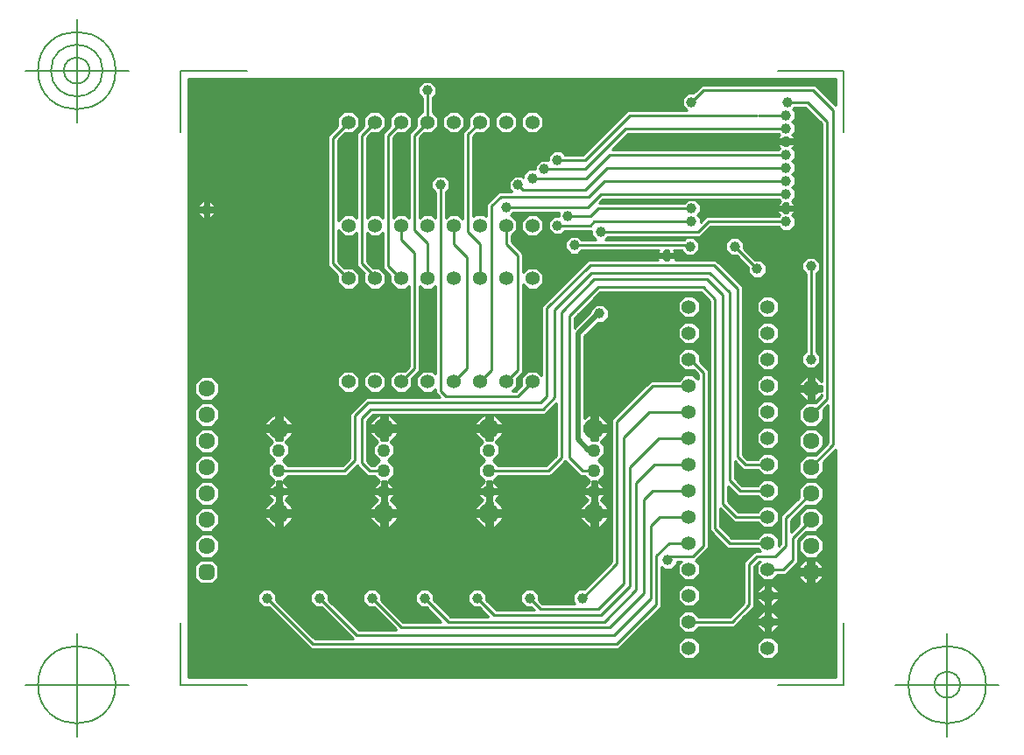
<source format=gbr>
G04 Generated by Ultiboard 11.0 *
%FSLAX25Y25*%
%MOIN*%

%ADD10C,0.01000*%
%ADD11C,0.02000*%
%ADD12C,0.00500*%
%ADD13C,0.03937*%
%ADD14C,0.05337*%
%ADD15C,0.07699*%
%ADD16C,0.04943*%
%ADD17C,0.06334*%
%ADD18R,0.02083X0.02083*%
%ADD19C,0.03917*%


G04 ColorRGB 000080 for the following layer *
%LNCopper Bottom*%
%LPD*%
%FSLAX25Y25*%
%MOIN*%
G54D10*
X252000Y229500D02*
X252000Y226028D01*
X252000Y226028D02*
X245300Y226028D01*
X245300Y226028D02*
X244128Y227200D01*
X244128Y227200D02*
X234437Y227200D01*
X234437Y227200D02*
X234437Y229500D01*
X234437Y229500D02*
X252000Y229500D01*
G36*
X252000Y229500D02*
X252000Y226028D01*
X245300Y226028D01*
X244128Y227200D01*
X234437Y227200D01*
X234437Y229500D01*
X252000Y229500D01*
G37*
X252000Y229500D02*
X252000Y226028D01*
X252000Y226028D02*
X245300Y226028D01*
X245300Y226028D02*
X244128Y227200D01*
X244128Y227200D02*
X234437Y227200D01*
X234437Y227200D02*
X234437Y229500D01*
X234437Y229500D02*
X252000Y229500D01*
X252000Y226028D02*
X252000Y219328D01*
X252000Y219328D02*
X245300Y226028D01*
X245300Y226028D02*
X252000Y226028D01*
G36*
X252000Y226028D02*
X252000Y219328D01*
X245300Y226028D01*
X252000Y226028D01*
G37*
X252000Y226028D02*
X252000Y219328D01*
X252000Y219328D02*
X245300Y226028D01*
X245300Y226028D02*
X252000Y226028D01*
X244929Y77328D02*
X247167Y79567D01*
X247167Y79567D02*
X247167Y82328D01*
X247167Y82328D02*
X252000Y82328D01*
X252000Y82328D02*
X252000Y77328D01*
X252000Y77328D02*
X244929Y77328D01*
G36*
X244929Y77328D02*
X247167Y79567D01*
X247167Y82328D01*
X252000Y82328D01*
X252000Y77328D01*
X244929Y77328D01*
G37*
X244929Y77328D02*
X247167Y79567D01*
X247167Y79567D02*
X247167Y82328D01*
X247167Y82328D02*
X252000Y82328D01*
X252000Y82328D02*
X252000Y77328D01*
X252000Y77328D02*
X244929Y77328D01*
X244600Y57000D02*
X247167Y59567D01*
X247167Y59567D02*
X247167Y63433D01*
X247167Y63433D02*
X244433Y66167D01*
X244433Y66167D02*
X243846Y66167D01*
X243846Y66167D02*
X243846Y66833D01*
X243846Y66833D02*
X244433Y66833D01*
X244433Y66833D02*
X247167Y69567D01*
X247167Y69567D02*
X247167Y73433D01*
X247167Y73433D02*
X244433Y76167D01*
X244433Y76167D02*
X243846Y76167D01*
X243846Y76167D02*
X243846Y76833D01*
X243846Y76833D02*
X244433Y76833D01*
X244433Y76833D02*
X244929Y77328D01*
X244929Y77328D02*
X252000Y77328D01*
X252000Y77328D02*
X252000Y57000D01*
X252000Y57000D02*
X244600Y57000D01*
G36*
X244600Y57000D02*
X247167Y59567D01*
X247167Y63433D01*
X244433Y66167D01*
X243846Y66167D01*
X243846Y66833D01*
X244433Y66833D01*
X247167Y69567D01*
X247167Y73433D01*
X244433Y76167D01*
X243846Y76167D01*
X243846Y76833D01*
X244433Y76833D01*
X244929Y77328D01*
X252000Y77328D01*
X252000Y57000D01*
X244600Y57000D01*
G37*
X244600Y57000D02*
X247167Y59567D01*
X247167Y59567D02*
X247167Y63433D01*
X247167Y63433D02*
X244433Y66167D01*
X244433Y66167D02*
X243846Y66167D01*
X243846Y66167D02*
X243846Y66833D01*
X243846Y66833D02*
X244433Y66833D01*
X244433Y66833D02*
X247167Y69567D01*
X247167Y69567D02*
X247167Y73433D01*
X247167Y73433D02*
X244433Y76167D01*
X244433Y76167D02*
X243846Y76167D01*
X243846Y76167D02*
X243846Y76833D01*
X243846Y76833D02*
X244433Y76833D01*
X244433Y76833D02*
X244929Y77328D01*
X244929Y77328D02*
X252000Y77328D01*
X252000Y77328D02*
X252000Y57000D01*
X252000Y57000D02*
X244600Y57000D01*
X247167Y82328D02*
X247167Y83339D01*
X247167Y83339D02*
X252000Y88172D01*
X252000Y88172D02*
X252000Y82328D01*
X252000Y82328D02*
X247167Y82328D01*
G36*
X247167Y82328D02*
X247167Y83339D01*
X252000Y88172D01*
X252000Y82328D01*
X247167Y82328D01*
G37*
X247167Y82328D02*
X247167Y83339D01*
X247167Y83339D02*
X252000Y88172D01*
X252000Y88172D02*
X252000Y82328D01*
X252000Y82328D02*
X247167Y82328D01*
X244974Y47374D02*
X247167Y49567D01*
X247167Y49567D02*
X247167Y50572D01*
X247167Y50572D02*
X252000Y50572D01*
X252000Y50572D02*
X252000Y39026D01*
X252000Y39026D02*
X247000Y39026D01*
X247000Y39026D02*
X247000Y40263D01*
X247000Y40263D02*
X244974Y40263D01*
X244974Y40263D02*
X244974Y42737D01*
X244974Y42737D02*
X247000Y42737D01*
X247000Y42737D02*
X247000Y43974D01*
X247000Y43974D02*
X244974Y46000D01*
X244974Y46000D02*
X244974Y47374D01*
G36*
X244974Y47374D02*
X247167Y49567D01*
X247167Y50572D01*
X252000Y50572D01*
X252000Y39026D01*
X247000Y39026D01*
X247000Y40263D01*
X244974Y40263D01*
X244974Y42737D01*
X247000Y42737D01*
X247000Y43974D01*
X244974Y46000D01*
X244974Y47374D01*
G37*
X244974Y47374D02*
X247167Y49567D01*
X247167Y49567D02*
X247167Y50572D01*
X247167Y50572D02*
X252000Y50572D01*
X252000Y50572D02*
X252000Y39026D01*
X252000Y39026D02*
X247000Y39026D01*
X247000Y39026D02*
X247000Y40263D01*
X247000Y40263D02*
X244974Y40263D01*
X244974Y40263D02*
X244974Y42737D01*
X244974Y42737D02*
X247000Y42737D01*
X247000Y42737D02*
X247000Y43974D01*
X247000Y43974D02*
X244974Y46000D01*
X244974Y46000D02*
X244974Y47374D01*
X238000Y39026D02*
X240026Y37000D01*
X240026Y37000D02*
X241263Y37000D01*
X241263Y37000D02*
X241263Y39026D01*
X241263Y39026D02*
X243737Y39026D01*
X243737Y39026D02*
X243737Y37000D01*
X243737Y37000D02*
X244974Y37000D01*
X244974Y37000D02*
X247000Y39026D01*
X247000Y39026D02*
X252000Y39026D01*
X252000Y39026D02*
X252000Y1500D01*
X252000Y1500D02*
X231172Y1500D01*
X231172Y1500D02*
X231172Y39026D01*
X231172Y39026D02*
X238000Y39026D01*
G36*
X238000Y39026D02*
X240026Y37000D01*
X241263Y37000D01*
X241263Y39026D01*
X243737Y39026D01*
X243737Y37000D01*
X244974Y37000D01*
X247000Y39026D01*
X252000Y39026D01*
X252000Y1500D01*
X231172Y1500D01*
X231172Y39026D01*
X238000Y39026D01*
G37*
X238000Y39026D02*
X240026Y37000D01*
X240026Y37000D02*
X241263Y37000D01*
X241263Y37000D02*
X241263Y39026D01*
X241263Y39026D02*
X243737Y39026D01*
X243737Y39026D02*
X243737Y37000D01*
X243737Y37000D02*
X244974Y37000D01*
X244974Y37000D02*
X247000Y39026D01*
X247000Y39026D02*
X252000Y39026D01*
X252000Y39026D02*
X252000Y1500D01*
X252000Y1500D02*
X231172Y1500D01*
X231172Y1500D02*
X231172Y39026D01*
X231172Y39026D02*
X238000Y39026D01*
X240661Y56833D02*
X244433Y56833D01*
X244433Y56833D02*
X244600Y57000D01*
X244600Y57000D02*
X252000Y57000D01*
X252000Y57000D02*
X252000Y50572D01*
X252000Y50572D02*
X247167Y50572D01*
X247167Y50572D02*
X247167Y53433D01*
X247167Y53433D02*
X244433Y56167D01*
X244433Y56167D02*
X240567Y56167D01*
X240567Y56167D02*
X237833Y53433D01*
X237833Y53433D02*
X237833Y50572D01*
X237833Y50572D02*
X237500Y50572D01*
X237500Y50572D02*
X237500Y53672D01*
X237500Y53672D02*
X240661Y56833D01*
G36*
X240661Y56833D02*
X244433Y56833D01*
X244600Y57000D01*
X252000Y57000D01*
X252000Y50572D01*
X247167Y50572D01*
X247167Y53433D01*
X244433Y56167D01*
X240567Y56167D01*
X237833Y53433D01*
X237833Y50572D01*
X237500Y50572D01*
X237500Y53672D01*
X240661Y56833D01*
G37*
X240661Y56833D02*
X244433Y56833D01*
X244433Y56833D02*
X244600Y57000D01*
X244600Y57000D02*
X252000Y57000D01*
X252000Y57000D02*
X252000Y50572D01*
X252000Y50572D02*
X247167Y50572D01*
X247167Y50572D02*
X247167Y53433D01*
X247167Y53433D02*
X244433Y56167D01*
X244433Y56167D02*
X240567Y56167D01*
X240567Y56167D02*
X237833Y53433D01*
X237833Y53433D02*
X237833Y50572D01*
X237833Y50572D02*
X237500Y50572D01*
X237500Y50572D02*
X237500Y53672D01*
X237500Y53672D02*
X240661Y56833D01*
X130669Y212042D02*
X130669Y214597D01*
X130669Y214597D02*
X128227Y217039D01*
X128227Y217039D02*
X124773Y217039D01*
X124773Y217039D02*
X122331Y214597D01*
X122331Y214597D02*
X122331Y212042D01*
X122331Y212042D02*
X120669Y212042D01*
X120669Y212042D02*
X120669Y214597D01*
X120669Y214597D02*
X118227Y217039D01*
X118227Y217039D02*
X114773Y217039D01*
X114773Y217039D02*
X112331Y214597D01*
X112331Y214597D02*
X112331Y212042D01*
X112331Y212042D02*
X110669Y212042D01*
X110669Y212042D02*
X110669Y214597D01*
X110669Y214597D02*
X108227Y217039D01*
X108227Y217039D02*
X104773Y217039D01*
X104773Y217039D02*
X103500Y215765D01*
X103500Y215765D02*
X103500Y229500D01*
X103500Y229500D02*
X154000Y229500D01*
X154000Y229500D02*
X154000Y212042D01*
X154000Y212042D02*
X140669Y212042D01*
X140669Y212042D02*
X140669Y214597D01*
X140669Y214597D02*
X138227Y217039D01*
X138227Y217039D02*
X134773Y217039D01*
X134773Y217039D02*
X132331Y214597D01*
X132331Y214597D02*
X132331Y212042D01*
X132331Y212042D02*
X130669Y212042D01*
G36*
X130669Y212042D02*
X130669Y214597D01*
X128227Y217039D01*
X124773Y217039D01*
X122331Y214597D01*
X122331Y212042D01*
X120669Y212042D01*
X120669Y214597D01*
X118227Y217039D01*
X114773Y217039D01*
X112331Y214597D01*
X112331Y212042D01*
X110669Y212042D01*
X110669Y214597D01*
X108227Y217039D01*
X104773Y217039D01*
X103500Y215765D01*
X103500Y229500D01*
X154000Y229500D01*
X154000Y212042D01*
X140669Y212042D01*
X140669Y214597D01*
X138227Y217039D01*
X134773Y217039D01*
X132331Y214597D01*
X132331Y212042D01*
X130669Y212042D01*
G37*
X130669Y212042D02*
X130669Y214597D01*
X130669Y214597D02*
X128227Y217039D01*
X128227Y217039D02*
X124773Y217039D01*
X124773Y217039D02*
X122331Y214597D01*
X122331Y214597D02*
X122331Y212042D01*
X122331Y212042D02*
X120669Y212042D01*
X120669Y212042D02*
X120669Y214597D01*
X120669Y214597D02*
X118227Y217039D01*
X118227Y217039D02*
X114773Y217039D01*
X114773Y217039D02*
X112331Y214597D01*
X112331Y214597D02*
X112331Y212042D01*
X112331Y212042D02*
X110669Y212042D01*
X110669Y212042D02*
X110669Y214597D01*
X110669Y214597D02*
X108227Y217039D01*
X108227Y217039D02*
X104773Y217039D01*
X104773Y217039D02*
X103500Y215765D01*
X103500Y215765D02*
X103500Y229500D01*
X103500Y229500D02*
X154000Y229500D01*
X154000Y229500D02*
X154000Y212042D01*
X154000Y212042D02*
X140669Y212042D01*
X140669Y212042D02*
X140669Y214597D01*
X140669Y214597D02*
X138227Y217039D01*
X138227Y217039D02*
X134773Y217039D01*
X134773Y217039D02*
X132331Y214597D01*
X132331Y214597D02*
X132331Y212042D01*
X132331Y212042D02*
X130669Y212042D01*
X122331Y212042D02*
X122331Y211143D01*
X122331Y211143D02*
X124773Y208702D01*
X124773Y208702D02*
X128227Y208702D01*
X128227Y208702D02*
X130669Y211143D01*
X130669Y211143D02*
X130669Y212042D01*
X130669Y212042D02*
X132331Y212042D01*
X132331Y212042D02*
X132331Y211143D01*
X132331Y211143D02*
X134773Y208702D01*
X134773Y208702D02*
X138227Y208702D01*
X138227Y208702D02*
X140669Y211143D01*
X140669Y211143D02*
X140669Y212042D01*
X140669Y212042D02*
X154000Y212042D01*
X154000Y212042D02*
X154000Y200500D01*
X154000Y200500D02*
X148905Y200500D01*
X148905Y200500D02*
X147437Y201969D01*
X147437Y201969D02*
X144563Y201969D01*
X144563Y201969D02*
X142531Y199937D01*
X142531Y199937D02*
X114000Y199937D01*
X114000Y199937D02*
X114000Y207542D01*
X114000Y207542D02*
X115160Y208702D01*
X115160Y208702D02*
X118227Y208702D01*
X118227Y208702D02*
X120669Y211143D01*
X120669Y211143D02*
X120669Y212042D01*
X120669Y212042D02*
X122331Y212042D01*
G36*
X122331Y212042D02*
X122331Y211143D01*
X124773Y208702D01*
X128227Y208702D01*
X130669Y211143D01*
X130669Y212042D01*
X132331Y212042D01*
X132331Y211143D01*
X134773Y208702D01*
X138227Y208702D01*
X140669Y211143D01*
X140669Y212042D01*
X154000Y212042D01*
X154000Y200500D01*
X148905Y200500D01*
X147437Y201969D01*
X144563Y201969D01*
X142531Y199937D01*
X114000Y199937D01*
X114000Y207542D01*
X115160Y208702D01*
X118227Y208702D01*
X120669Y211143D01*
X120669Y212042D01*
X122331Y212042D01*
G37*
X122331Y212042D02*
X122331Y211143D01*
X122331Y211143D02*
X124773Y208702D01*
X124773Y208702D02*
X128227Y208702D01*
X128227Y208702D02*
X130669Y211143D01*
X130669Y211143D02*
X130669Y212042D01*
X130669Y212042D02*
X132331Y212042D01*
X132331Y212042D02*
X132331Y211143D01*
X132331Y211143D02*
X134773Y208702D01*
X134773Y208702D02*
X138227Y208702D01*
X138227Y208702D02*
X140669Y211143D01*
X140669Y211143D02*
X140669Y212042D01*
X140669Y212042D02*
X154000Y212042D01*
X154000Y212042D02*
X154000Y200500D01*
X154000Y200500D02*
X148905Y200500D01*
X148905Y200500D02*
X147437Y201969D01*
X147437Y201969D02*
X144563Y201969D01*
X144563Y201969D02*
X142531Y199937D01*
X142531Y199937D02*
X114000Y199937D01*
X114000Y199937D02*
X114000Y207542D01*
X114000Y207542D02*
X115160Y208702D01*
X115160Y208702D02*
X118227Y208702D01*
X118227Y208702D02*
X120669Y211143D01*
X120669Y211143D02*
X120669Y212042D01*
X120669Y212042D02*
X122331Y212042D01*
X137531Y194969D02*
X135063Y194969D01*
X135063Y194969D02*
X133031Y192937D01*
X133031Y192937D02*
X114000Y192937D01*
X114000Y192937D02*
X114000Y199937D01*
X114000Y199937D02*
X142437Y199937D01*
X142437Y199937D02*
X142437Y198469D01*
X142437Y198469D02*
X139563Y198469D01*
X139563Y198469D02*
X137531Y196437D01*
X137531Y196437D02*
X137531Y194969D01*
G36*
X137531Y194969D02*
X135063Y194969D01*
X133031Y192937D01*
X114000Y192937D01*
X114000Y199937D01*
X142437Y199937D01*
X142437Y198469D01*
X139563Y198469D01*
X137531Y196437D01*
X137531Y194969D01*
G37*
X137531Y194969D02*
X135063Y194969D01*
X135063Y194969D02*
X133031Y192937D01*
X133031Y192937D02*
X114000Y192937D01*
X114000Y192937D02*
X114000Y199937D01*
X114000Y199937D02*
X142437Y199937D01*
X142437Y199937D02*
X142437Y198469D01*
X142437Y198469D02*
X139563Y198469D01*
X139563Y198469D02*
X137531Y196437D01*
X137531Y196437D02*
X137531Y194969D01*
X128595Y186500D02*
X123672Y186500D01*
X123672Y186500D02*
X120172Y183000D01*
X120172Y183000D02*
X120172Y192937D01*
X120172Y192937D02*
X132437Y192937D01*
X132437Y192937D02*
X132437Y192469D01*
X132437Y192469D02*
X129563Y192469D01*
X129563Y192469D02*
X127531Y190437D01*
X127531Y190437D02*
X127531Y187563D01*
X127531Y187563D02*
X128595Y186500D01*
G36*
X128595Y186500D02*
X123672Y186500D01*
X120172Y183000D01*
X120172Y192937D01*
X132437Y192937D01*
X132437Y192469D01*
X129563Y192469D01*
X127531Y190437D01*
X127531Y187563D01*
X128595Y186500D01*
G37*
X128595Y186500D02*
X123672Y186500D01*
X123672Y186500D02*
X120172Y183000D01*
X120172Y183000D02*
X120172Y192937D01*
X120172Y192937D02*
X132437Y192937D01*
X132437Y192937D02*
X132437Y192469D01*
X132437Y192469D02*
X129563Y192469D01*
X129563Y192469D02*
X127531Y190437D01*
X127531Y190437D02*
X127531Y187563D01*
X127531Y187563D02*
X128595Y186500D01*
X121355Y97250D02*
X125350Y97250D01*
X125350Y97250D02*
X125350Y98358D01*
X125350Y98358D02*
X122216Y101491D01*
X122216Y101491D02*
X121355Y101491D01*
X121355Y101491D02*
X121355Y101500D01*
X121355Y101500D02*
X139622Y101500D01*
X139622Y101500D02*
X139622Y82000D01*
X139622Y82000D02*
X123617Y82000D01*
X123617Y82000D02*
X121680Y83937D01*
X121680Y83937D02*
X123972Y86229D01*
X123972Y86229D02*
X123972Y89519D01*
X123972Y89519D02*
X122457Y91034D01*
X122457Y91034D02*
X125350Y93926D01*
X125350Y93926D02*
X125350Y95034D01*
X125350Y95034D02*
X121355Y95034D01*
X121355Y95034D02*
X121355Y97250D01*
G36*
X121355Y97250D02*
X125350Y97250D01*
X125350Y98358D01*
X122216Y101491D01*
X121355Y101491D01*
X121355Y101500D01*
X139622Y101500D01*
X139622Y82000D01*
X123617Y82000D01*
X121680Y83937D01*
X123972Y86229D01*
X123972Y89519D01*
X122457Y91034D01*
X125350Y93926D01*
X125350Y95034D01*
X121355Y95034D01*
X121355Y97250D01*
G37*
X121355Y97250D02*
X125350Y97250D01*
X125350Y97250D02*
X125350Y98358D01*
X125350Y98358D02*
X122216Y101491D01*
X122216Y101491D02*
X121355Y101491D01*
X121355Y101491D02*
X121355Y101500D01*
X121355Y101500D02*
X139622Y101500D01*
X139622Y101500D02*
X139622Y82000D01*
X139622Y82000D02*
X123617Y82000D01*
X123617Y82000D02*
X121680Y83937D01*
X121680Y83937D02*
X123972Y86229D01*
X123972Y86229D02*
X123972Y89519D01*
X123972Y89519D02*
X122457Y91034D01*
X122457Y91034D02*
X125350Y93926D01*
X125350Y93926D02*
X125350Y95034D01*
X125350Y95034D02*
X121355Y95034D01*
X121355Y95034D02*
X121355Y97250D01*
X121645Y64966D02*
X125350Y64966D01*
X125350Y64966D02*
X125350Y66074D01*
X125350Y66074D02*
X122457Y68966D01*
X122457Y68966D02*
X123972Y70481D01*
X123972Y70481D02*
X123972Y71303D01*
X123972Y71303D02*
X121645Y71303D01*
X121645Y71303D02*
X121645Y72949D01*
X121645Y72949D02*
X123972Y72949D01*
X123972Y72949D02*
X123972Y73771D01*
X123972Y73771D02*
X121680Y76063D01*
X121680Y76063D02*
X123617Y78000D01*
X123617Y78000D02*
X143328Y78000D01*
X143328Y78000D02*
X146157Y80828D01*
X146157Y80828D02*
X151843Y80828D01*
X151843Y80828D02*
X154000Y78672D01*
X154000Y78672D02*
X154000Y57000D01*
X154000Y57000D02*
X121645Y57000D01*
X121645Y57000D02*
X121645Y58509D01*
X121645Y58509D02*
X122216Y58509D01*
X122216Y58509D02*
X125350Y61642D01*
X125350Y61642D02*
X125350Y62750D01*
X125350Y62750D02*
X121645Y62750D01*
X121645Y62750D02*
X121645Y64966D01*
G36*
X121645Y64966D02*
X125350Y64966D01*
X125350Y66074D01*
X122457Y68966D01*
X123972Y70481D01*
X123972Y71303D01*
X121645Y71303D01*
X121645Y72949D01*
X123972Y72949D01*
X123972Y73771D01*
X121680Y76063D01*
X123617Y78000D01*
X143328Y78000D01*
X146157Y80828D01*
X151843Y80828D01*
X154000Y78672D01*
X154000Y57000D01*
X121645Y57000D01*
X121645Y58509D01*
X122216Y58509D01*
X125350Y61642D01*
X125350Y62750D01*
X121645Y62750D01*
X121645Y64966D01*
G37*
X121645Y64966D02*
X125350Y64966D01*
X125350Y64966D02*
X125350Y66074D01*
X125350Y66074D02*
X122457Y68966D01*
X122457Y68966D02*
X123972Y70481D01*
X123972Y70481D02*
X123972Y71303D01*
X123972Y71303D02*
X121645Y71303D01*
X121645Y71303D02*
X121645Y72949D01*
X121645Y72949D02*
X123972Y72949D01*
X123972Y72949D02*
X123972Y73771D01*
X123972Y73771D02*
X121680Y76063D01*
X121680Y76063D02*
X123617Y78000D01*
X123617Y78000D02*
X143328Y78000D01*
X143328Y78000D02*
X146157Y80828D01*
X146157Y80828D02*
X151843Y80828D01*
X151843Y80828D02*
X154000Y78672D01*
X154000Y78672D02*
X154000Y57000D01*
X154000Y57000D02*
X121645Y57000D01*
X121645Y57000D02*
X121645Y58509D01*
X121645Y58509D02*
X122216Y58509D01*
X122216Y58509D02*
X125350Y61642D01*
X125350Y61642D02*
X125350Y62750D01*
X125350Y62750D02*
X121645Y62750D01*
X121645Y62750D02*
X121645Y64966D01*
X136328Y27000D02*
X122828Y27000D01*
X122828Y27000D02*
X118969Y30860D01*
X118969Y30860D02*
X118969Y32937D01*
X118969Y32937D02*
X116937Y34969D01*
X116937Y34969D02*
X116937Y57000D01*
X116937Y57000D02*
X136328Y57000D01*
X136328Y57000D02*
X136328Y34969D01*
X136328Y34969D02*
X134063Y34969D01*
X134063Y34969D02*
X132031Y32937D01*
X132031Y32937D02*
X132031Y30063D01*
X132031Y30063D02*
X134063Y28031D01*
X134063Y28031D02*
X136140Y28031D01*
X136140Y28031D02*
X136328Y27843D01*
X136328Y27843D02*
X136328Y27000D01*
G36*
X136328Y27000D02*
X122828Y27000D01*
X118969Y30860D01*
X118969Y32937D01*
X116937Y34969D01*
X116937Y57000D01*
X136328Y57000D01*
X136328Y34969D01*
X134063Y34969D01*
X132031Y32937D01*
X132031Y30063D01*
X134063Y28031D01*
X136140Y28031D01*
X136328Y27843D01*
X136328Y27000D01*
G37*
X136328Y27000D02*
X122828Y27000D01*
X122828Y27000D02*
X118969Y30860D01*
X118969Y30860D02*
X118969Y32937D01*
X118969Y32937D02*
X116937Y34969D01*
X116937Y34969D02*
X116937Y57000D01*
X116937Y57000D02*
X136328Y57000D01*
X136328Y57000D02*
X136328Y34969D01*
X136328Y34969D02*
X134063Y34969D01*
X134063Y34969D02*
X132031Y32937D01*
X132031Y32937D02*
X132031Y30063D01*
X132031Y30063D02*
X134063Y28031D01*
X134063Y28031D02*
X136140Y28031D01*
X136140Y28031D02*
X136328Y27843D01*
X136328Y27843D02*
X136328Y27000D01*
X154000Y1500D02*
X103500Y1500D01*
X103500Y1500D02*
X103500Y12000D01*
X103500Y12000D02*
X154000Y12000D01*
X154000Y12000D02*
X154000Y1500D01*
G36*
X154000Y1500D02*
X103500Y1500D01*
X103500Y12000D01*
X154000Y12000D01*
X154000Y1500D01*
G37*
X154000Y1500D02*
X103500Y1500D01*
X103500Y1500D02*
X103500Y12000D01*
X103500Y12000D02*
X154000Y12000D01*
X154000Y12000D02*
X154000Y1500D01*
X15100Y115500D02*
X14433Y116167D01*
X14433Y116167D02*
X10567Y116167D01*
X10567Y116167D02*
X9900Y115500D01*
X9900Y115500D02*
X5500Y115500D01*
X5500Y115500D02*
X5500Y174000D01*
X5500Y174000D02*
X53000Y174000D01*
X53000Y174000D02*
X53000Y115500D01*
X53000Y115500D02*
X15100Y115500D01*
G36*
X15100Y115500D02*
X14433Y116167D01*
X10567Y116167D01*
X9900Y115500D01*
X5500Y115500D01*
X5500Y174000D01*
X53000Y174000D01*
X53000Y115500D01*
X15100Y115500D01*
G37*
X15100Y115500D02*
X14433Y116167D01*
X14433Y116167D02*
X10567Y116167D01*
X10567Y116167D02*
X9900Y115500D01*
X9900Y115500D02*
X5500Y115500D01*
X5500Y115500D02*
X5500Y174000D01*
X5500Y174000D02*
X53000Y174000D01*
X53000Y174000D02*
X53000Y115500D01*
X53000Y115500D02*
X15100Y115500D01*
X62331Y154199D02*
X62331Y151643D01*
X62331Y151643D02*
X64773Y149202D01*
X64773Y149202D02*
X68227Y149202D01*
X68227Y149202D02*
X70669Y151643D01*
X70669Y151643D02*
X70669Y154199D01*
X70669Y154199D02*
X72331Y154199D01*
X72331Y154199D02*
X72331Y151643D01*
X72331Y151643D02*
X74773Y149202D01*
X74773Y149202D02*
X77328Y149202D01*
X77328Y149202D02*
X77328Y118169D01*
X77328Y118169D02*
X74773Y118169D01*
X74773Y118169D02*
X72331Y115727D01*
X72331Y115727D02*
X72331Y115500D01*
X72331Y115500D02*
X70669Y115500D01*
X70669Y115500D02*
X70669Y115727D01*
X70669Y115727D02*
X68227Y118169D01*
X68227Y118169D02*
X64773Y118169D01*
X64773Y118169D02*
X62331Y115727D01*
X62331Y115727D02*
X62331Y115500D01*
X62331Y115500D02*
X53000Y115500D01*
X53000Y115500D02*
X53000Y154199D01*
X53000Y154199D02*
X62331Y154199D01*
G36*
X62331Y154199D02*
X62331Y151643D01*
X64773Y149202D01*
X68227Y149202D01*
X70669Y151643D01*
X70669Y154199D01*
X72331Y154199D01*
X72331Y151643D01*
X74773Y149202D01*
X77328Y149202D01*
X77328Y118169D01*
X74773Y118169D01*
X72331Y115727D01*
X72331Y115500D01*
X70669Y115500D01*
X70669Y115727D01*
X68227Y118169D01*
X64773Y118169D01*
X62331Y115727D01*
X62331Y115500D01*
X53000Y115500D01*
X53000Y154199D01*
X62331Y154199D01*
G37*
X62331Y154199D02*
X62331Y151643D01*
X62331Y151643D02*
X64773Y149202D01*
X64773Y149202D02*
X68227Y149202D01*
X68227Y149202D02*
X70669Y151643D01*
X70669Y151643D02*
X70669Y154199D01*
X70669Y154199D02*
X72331Y154199D01*
X72331Y154199D02*
X72331Y151643D01*
X72331Y151643D02*
X74773Y149202D01*
X74773Y149202D02*
X77328Y149202D01*
X77328Y149202D02*
X77328Y118169D01*
X77328Y118169D02*
X74773Y118169D01*
X74773Y118169D02*
X72331Y115727D01*
X72331Y115727D02*
X72331Y115500D01*
X72331Y115500D02*
X70669Y115500D01*
X70669Y115500D02*
X70669Y115727D01*
X70669Y115727D02*
X68227Y118169D01*
X68227Y118169D02*
X64773Y118169D01*
X64773Y118169D02*
X62331Y115727D01*
X62331Y115727D02*
X62331Y115500D01*
X62331Y115500D02*
X53000Y115500D01*
X53000Y115500D02*
X53000Y154199D01*
X53000Y154199D02*
X62331Y154199D01*
X93500Y150475D02*
X94773Y149202D01*
X94773Y149202D02*
X98227Y149202D01*
X98227Y149202D02*
X99500Y150475D01*
X99500Y150475D02*
X99500Y116895D01*
X99500Y116895D02*
X98227Y118169D01*
X98227Y118169D02*
X94773Y118169D01*
X94773Y118169D02*
X92331Y115727D01*
X92331Y115727D02*
X92331Y115500D01*
X92331Y115500D02*
X90828Y115500D01*
X90828Y115500D02*
X93500Y118172D01*
X93500Y118172D02*
X93500Y150475D01*
G36*
X93500Y150475D02*
X94773Y149202D01*
X98227Y149202D01*
X99500Y150475D01*
X99500Y116895D01*
X98227Y118169D01*
X94773Y118169D01*
X92331Y115727D01*
X92331Y115500D01*
X90828Y115500D01*
X93500Y118172D01*
X93500Y150475D01*
G37*
X93500Y150475D02*
X94773Y149202D01*
X94773Y149202D02*
X98227Y149202D01*
X98227Y149202D02*
X99500Y150475D01*
X99500Y150475D02*
X99500Y116895D01*
X99500Y116895D02*
X98227Y118169D01*
X98227Y118169D02*
X94773Y118169D01*
X94773Y118169D02*
X92331Y115727D01*
X92331Y115727D02*
X92331Y115500D01*
X92331Y115500D02*
X90828Y115500D01*
X90828Y115500D02*
X93500Y118172D01*
X93500Y118172D02*
X93500Y150475D01*
X77328Y149202D02*
X78227Y149202D01*
X78227Y149202D02*
X80669Y151643D01*
X80669Y151643D02*
X80669Y154199D01*
X80669Y154199D02*
X82331Y154199D01*
X82331Y154199D02*
X82331Y151643D01*
X82331Y151643D02*
X84773Y149202D01*
X84773Y149202D02*
X88227Y149202D01*
X88227Y149202D02*
X89500Y150475D01*
X89500Y150475D02*
X89500Y119828D01*
X89500Y119828D02*
X87840Y118169D01*
X87840Y118169D02*
X84773Y118169D01*
X84773Y118169D02*
X82331Y115727D01*
X82331Y115727D02*
X82331Y115500D01*
X82331Y115500D02*
X80669Y115500D01*
X80669Y115500D02*
X80669Y115727D01*
X80669Y115727D02*
X78227Y118169D01*
X78227Y118169D02*
X77328Y118169D01*
X77328Y118169D02*
X77328Y149202D01*
G36*
X77328Y149202D02*
X78227Y149202D01*
X80669Y151643D01*
X80669Y154199D01*
X82331Y154199D01*
X82331Y151643D01*
X84773Y149202D01*
X88227Y149202D01*
X89500Y150475D01*
X89500Y119828D01*
X87840Y118169D01*
X84773Y118169D01*
X82331Y115727D01*
X82331Y115500D01*
X80669Y115500D01*
X80669Y115727D01*
X78227Y118169D01*
X77328Y118169D01*
X77328Y149202D01*
G37*
X77328Y149202D02*
X78227Y149202D01*
X78227Y149202D02*
X80669Y151643D01*
X80669Y151643D02*
X80669Y154199D01*
X80669Y154199D02*
X82331Y154199D01*
X82331Y154199D02*
X82331Y151643D01*
X82331Y151643D02*
X84773Y149202D01*
X84773Y149202D02*
X88227Y149202D01*
X88227Y149202D02*
X89500Y150475D01*
X89500Y150475D02*
X89500Y119828D01*
X89500Y119828D02*
X87840Y118169D01*
X87840Y118169D02*
X84773Y118169D01*
X84773Y118169D02*
X82331Y115727D01*
X82331Y115727D02*
X82331Y115500D01*
X82331Y115500D02*
X80669Y115500D01*
X80669Y115500D02*
X80669Y115727D01*
X80669Y115727D02*
X78227Y118169D01*
X78227Y118169D02*
X77328Y118169D01*
X77328Y118169D02*
X77328Y149202D01*
X62331Y115500D02*
X62331Y112273D01*
X62331Y112273D02*
X64773Y109831D01*
X64773Y109831D02*
X68227Y109831D01*
X68227Y109831D02*
X70669Y112273D01*
X70669Y112273D02*
X70669Y115500D01*
X70669Y115500D02*
X70672Y115500D01*
X70672Y115500D02*
X70672Y105500D01*
X70672Y105500D02*
X67000Y101828D01*
X67000Y101828D02*
X67000Y84828D01*
X67000Y84828D02*
X64172Y82000D01*
X64172Y82000D02*
X53000Y82000D01*
X53000Y82000D02*
X53000Y115500D01*
X53000Y115500D02*
X62331Y115500D01*
G36*
X62331Y115500D02*
X62331Y112273D01*
X64773Y109831D01*
X68227Y109831D01*
X70669Y112273D01*
X70669Y115500D01*
X70672Y115500D01*
X70672Y105500D01*
X67000Y101828D01*
X67000Y84828D01*
X64172Y82000D01*
X53000Y82000D01*
X53000Y115500D01*
X62331Y115500D01*
G37*
X62331Y115500D02*
X62331Y112273D01*
X62331Y112273D02*
X64773Y109831D01*
X64773Y109831D02*
X68227Y109831D01*
X68227Y109831D02*
X70669Y112273D01*
X70669Y112273D02*
X70669Y115500D01*
X70669Y115500D02*
X70672Y115500D01*
X70672Y115500D02*
X70672Y105500D01*
X70672Y105500D02*
X67000Y101828D01*
X67000Y101828D02*
X67000Y84828D01*
X67000Y84828D02*
X64172Y82000D01*
X64172Y82000D02*
X53000Y82000D01*
X53000Y82000D02*
X53000Y115500D01*
X53000Y115500D02*
X62331Y115500D01*
X53000Y78000D02*
X65828Y78000D01*
X65828Y78000D02*
X69750Y81922D01*
X69750Y81922D02*
X70672Y81000D01*
X70672Y81000D02*
X70672Y57000D01*
X70672Y57000D02*
X53000Y57000D01*
X53000Y57000D02*
X53000Y78000D01*
G36*
X53000Y78000D02*
X65828Y78000D01*
X69750Y81922D01*
X70672Y81000D01*
X70672Y57000D01*
X53000Y57000D01*
X53000Y78000D01*
G37*
X53000Y78000D02*
X65828Y78000D01*
X65828Y78000D02*
X69750Y81922D01*
X69750Y81922D02*
X70672Y81000D01*
X70672Y81000D02*
X70672Y57000D01*
X70672Y57000D02*
X53000Y57000D01*
X53000Y57000D02*
X53000Y78000D01*
X70157Y19672D02*
X58969Y30860D01*
X58969Y30860D02*
X58969Y32937D01*
X58969Y32937D02*
X56937Y34969D01*
X56937Y34969D02*
X54063Y34969D01*
X54063Y34969D02*
X53000Y33905D01*
X53000Y33905D02*
X53000Y57000D01*
X53000Y57000D02*
X76937Y57000D01*
X76937Y57000D02*
X76937Y34969D01*
X76937Y34969D02*
X74063Y34969D01*
X74063Y34969D02*
X72031Y32937D01*
X72031Y32937D02*
X72031Y30063D01*
X72031Y30063D02*
X74063Y28031D01*
X74063Y28031D02*
X76140Y28031D01*
X76140Y28031D02*
X76937Y27235D01*
X76937Y27235D02*
X76937Y19672D01*
X76937Y19672D02*
X70157Y19672D01*
G36*
X70157Y19672D02*
X58969Y30860D01*
X58969Y32937D01*
X56937Y34969D01*
X54063Y34969D01*
X53000Y33905D01*
X53000Y57000D01*
X76937Y57000D01*
X76937Y34969D01*
X74063Y34969D01*
X72031Y32937D01*
X72031Y30063D01*
X74063Y28031D01*
X76140Y28031D01*
X76937Y27235D01*
X76937Y19672D01*
X70157Y19672D01*
G37*
X70157Y19672D02*
X58969Y30860D01*
X58969Y30860D02*
X58969Y32937D01*
X58969Y32937D02*
X56937Y34969D01*
X56937Y34969D02*
X54063Y34969D01*
X54063Y34969D02*
X53000Y33905D01*
X53000Y33905D02*
X53000Y57000D01*
X53000Y57000D02*
X76937Y57000D01*
X76937Y57000D02*
X76937Y34969D01*
X76937Y34969D02*
X74063Y34969D01*
X74063Y34969D02*
X72031Y32937D01*
X72031Y32937D02*
X72031Y30063D01*
X72031Y30063D02*
X74063Y28031D01*
X74063Y28031D02*
X76140Y28031D01*
X76140Y28031D02*
X76937Y27235D01*
X76937Y27235D02*
X76937Y19672D01*
X76937Y19672D02*
X70157Y19672D01*
X103500Y1500D02*
X53000Y1500D01*
X53000Y1500D02*
X53000Y12000D01*
X53000Y12000D02*
X103500Y12000D01*
X103500Y12000D02*
X103500Y1500D01*
G36*
X103500Y1500D02*
X53000Y1500D01*
X53000Y12000D01*
X103500Y12000D01*
X103500Y1500D01*
G37*
X103500Y1500D02*
X53000Y1500D01*
X53000Y1500D02*
X53000Y12000D01*
X53000Y12000D02*
X103500Y12000D01*
X103500Y12000D02*
X103500Y1500D01*
X56140Y28031D02*
X64500Y19672D01*
X64500Y19672D02*
X53000Y19672D01*
X53000Y19672D02*
X53000Y29095D01*
X53000Y29095D02*
X54063Y28031D01*
X54063Y28031D02*
X56140Y28031D01*
G36*
X56140Y28031D02*
X64500Y19672D01*
X53000Y19672D01*
X53000Y29095D01*
X54063Y28031D01*
X56140Y28031D01*
G37*
X56140Y28031D02*
X64500Y19672D01*
X64500Y19672D02*
X53000Y19672D01*
X53000Y19672D02*
X53000Y29095D01*
X53000Y29095D02*
X54063Y28031D01*
X54063Y28031D02*
X56140Y28031D01*
X68172Y16000D02*
X53828Y16000D01*
X53828Y16000D02*
X53000Y16828D01*
X53000Y16828D02*
X53000Y19672D01*
X53000Y19672D02*
X64500Y19672D01*
X64500Y19672D02*
X68172Y16000D01*
G36*
X68172Y16000D02*
X53828Y16000D01*
X53000Y16828D01*
X53000Y19672D01*
X64500Y19672D01*
X68172Y16000D01*
G37*
X68172Y16000D02*
X53828Y16000D01*
X53828Y16000D02*
X53000Y16828D01*
X53000Y16828D02*
X53000Y19672D01*
X53000Y19672D02*
X64500Y19672D01*
X64500Y19672D02*
X68172Y16000D01*
X13846Y66167D02*
X10567Y66167D01*
X10567Y66167D02*
X7833Y63433D01*
X7833Y63433D02*
X7833Y59567D01*
X7833Y59567D02*
X10400Y57000D01*
X10400Y57000D02*
X5500Y57000D01*
X5500Y57000D02*
X5500Y72846D01*
X5500Y72846D02*
X7833Y72846D01*
X7833Y72846D02*
X7833Y69567D01*
X7833Y69567D02*
X10567Y66833D01*
X10567Y66833D02*
X13846Y66833D01*
X13846Y66833D02*
X13846Y66167D01*
G36*
X13846Y66167D02*
X10567Y66167D01*
X7833Y63433D01*
X7833Y59567D01*
X10400Y57000D01*
X5500Y57000D01*
X5500Y72846D01*
X7833Y72846D01*
X7833Y69567D01*
X10567Y66833D01*
X13846Y66833D01*
X13846Y66167D01*
G37*
X13846Y66167D02*
X10567Y66167D01*
X10567Y66167D02*
X7833Y63433D01*
X7833Y63433D02*
X7833Y59567D01*
X7833Y59567D02*
X10400Y57000D01*
X10400Y57000D02*
X5500Y57000D01*
X5500Y57000D02*
X5500Y72846D01*
X5500Y72846D02*
X7833Y72846D01*
X7833Y72846D02*
X7833Y69567D01*
X7833Y69567D02*
X10567Y66833D01*
X10567Y66833D02*
X13846Y66833D01*
X13846Y66833D02*
X13846Y66167D01*
X37543Y68966D02*
X34650Y66074D01*
X34650Y66074D02*
X34650Y64966D01*
X34650Y64966D02*
X38355Y64966D01*
X38355Y64966D02*
X38355Y62750D01*
X38355Y62750D02*
X34650Y62750D01*
X34650Y62750D02*
X34650Y61642D01*
X34650Y61642D02*
X37784Y58509D01*
X37784Y58509D02*
X38355Y58509D01*
X38355Y58509D02*
X38355Y57000D01*
X38355Y57000D02*
X14600Y57000D01*
X14600Y57000D02*
X17167Y59567D01*
X17167Y59567D02*
X17167Y63433D01*
X17167Y63433D02*
X14433Y66167D01*
X14433Y66167D02*
X13846Y66167D01*
X13846Y66167D02*
X13846Y66833D01*
X13846Y66833D02*
X14433Y66833D01*
X14433Y66833D02*
X17167Y69567D01*
X17167Y69567D02*
X17167Y72846D01*
X17167Y72846D02*
X38355Y72846D01*
X38355Y72846D02*
X38355Y71303D01*
X38355Y71303D02*
X36028Y71303D01*
X36028Y71303D02*
X36028Y70481D01*
X36028Y70481D02*
X37543Y68966D01*
G36*
X37543Y68966D02*
X34650Y66074D01*
X34650Y64966D01*
X38355Y64966D01*
X38355Y62750D01*
X34650Y62750D01*
X34650Y61642D01*
X37784Y58509D01*
X38355Y58509D01*
X38355Y57000D01*
X14600Y57000D01*
X17167Y59567D01*
X17167Y63433D01*
X14433Y66167D01*
X13846Y66167D01*
X13846Y66833D01*
X14433Y66833D01*
X17167Y69567D01*
X17167Y72846D01*
X38355Y72846D01*
X38355Y71303D01*
X36028Y71303D01*
X36028Y70481D01*
X37543Y68966D01*
G37*
X37543Y68966D02*
X34650Y66074D01*
X34650Y66074D02*
X34650Y64966D01*
X34650Y64966D02*
X38355Y64966D01*
X38355Y64966D02*
X38355Y62750D01*
X38355Y62750D02*
X34650Y62750D01*
X34650Y62750D02*
X34650Y61642D01*
X34650Y61642D02*
X37784Y58509D01*
X37784Y58509D02*
X38355Y58509D01*
X38355Y58509D02*
X38355Y57000D01*
X38355Y57000D02*
X14600Y57000D01*
X14600Y57000D02*
X17167Y59567D01*
X17167Y59567D02*
X17167Y63433D01*
X17167Y63433D02*
X14433Y66167D01*
X14433Y66167D02*
X13846Y66167D01*
X13846Y66167D02*
X13846Y66833D01*
X13846Y66833D02*
X14433Y66833D01*
X14433Y66833D02*
X17167Y69567D01*
X17167Y69567D02*
X17167Y72846D01*
X17167Y72846D02*
X38355Y72846D01*
X38355Y72846D02*
X38355Y71303D01*
X38355Y71303D02*
X36028Y71303D01*
X36028Y71303D02*
X36028Y70481D01*
X36028Y70481D02*
X37543Y68966D01*
X41108Y68154D02*
X41108Y64966D01*
X41108Y64966D02*
X41645Y64966D01*
X41645Y64966D02*
X41645Y62750D01*
X41645Y62750D02*
X41108Y62750D01*
X41108Y62750D02*
X41108Y58509D01*
X41108Y58509D02*
X41645Y58509D01*
X41645Y58509D02*
X41645Y57000D01*
X41645Y57000D02*
X38355Y57000D01*
X38355Y57000D02*
X38355Y58509D01*
X38355Y58509D02*
X38892Y58509D01*
X38892Y58509D02*
X38892Y62750D01*
X38892Y62750D02*
X38355Y62750D01*
X38355Y62750D02*
X38355Y64966D01*
X38355Y64966D02*
X38892Y64966D01*
X38892Y64966D02*
X38892Y68154D01*
X38892Y68154D02*
X39177Y68154D01*
X39177Y68154D02*
X39177Y71303D01*
X39177Y71303D02*
X38355Y71303D01*
X38355Y71303D02*
X38355Y72846D01*
X38355Y72846D02*
X41645Y72846D01*
X41645Y72846D02*
X41645Y71303D01*
X41645Y71303D02*
X40823Y71303D01*
X40823Y71303D02*
X40823Y68154D01*
X40823Y68154D02*
X41108Y68154D01*
G36*
X41108Y68154D02*
X41108Y64966D01*
X41645Y64966D01*
X41645Y62750D01*
X41108Y62750D01*
X41108Y58509D01*
X41645Y58509D01*
X41645Y57000D01*
X38355Y57000D01*
X38355Y58509D01*
X38892Y58509D01*
X38892Y62750D01*
X38355Y62750D01*
X38355Y64966D01*
X38892Y64966D01*
X38892Y68154D01*
X39177Y68154D01*
X39177Y71303D01*
X38355Y71303D01*
X38355Y72846D01*
X41645Y72846D01*
X41645Y71303D01*
X40823Y71303D01*
X40823Y68154D01*
X41108Y68154D01*
G37*
X41108Y68154D02*
X41108Y64966D01*
X41108Y64966D02*
X41645Y64966D01*
X41645Y64966D02*
X41645Y62750D01*
X41645Y62750D02*
X41108Y62750D01*
X41108Y62750D02*
X41108Y58509D01*
X41108Y58509D02*
X41645Y58509D01*
X41645Y58509D02*
X41645Y57000D01*
X41645Y57000D02*
X38355Y57000D01*
X38355Y57000D02*
X38355Y58509D01*
X38355Y58509D02*
X38892Y58509D01*
X38892Y58509D02*
X38892Y62750D01*
X38892Y62750D02*
X38355Y62750D01*
X38355Y62750D02*
X38355Y64966D01*
X38355Y64966D02*
X38892Y64966D01*
X38892Y64966D02*
X38892Y68154D01*
X38892Y68154D02*
X39177Y68154D01*
X39177Y68154D02*
X39177Y71303D01*
X39177Y71303D02*
X38355Y71303D01*
X38355Y71303D02*
X38355Y72846D01*
X38355Y72846D02*
X41645Y72846D01*
X41645Y72846D02*
X41645Y71303D01*
X41645Y71303D02*
X40823Y71303D01*
X40823Y71303D02*
X40823Y68154D01*
X40823Y68154D02*
X41108Y68154D01*
X41645Y64966D02*
X45350Y64966D01*
X45350Y64966D02*
X45350Y66074D01*
X45350Y66074D02*
X42457Y68966D01*
X42457Y68966D02*
X43972Y70481D01*
X43972Y70481D02*
X43972Y71303D01*
X43972Y71303D02*
X41645Y71303D01*
X41645Y71303D02*
X41645Y72846D01*
X41645Y72846D02*
X53000Y72846D01*
X53000Y72846D02*
X53000Y57000D01*
X53000Y57000D02*
X41645Y57000D01*
X41645Y57000D02*
X41645Y58509D01*
X41645Y58509D02*
X42216Y58509D01*
X42216Y58509D02*
X45350Y61642D01*
X45350Y61642D02*
X45350Y62750D01*
X45350Y62750D02*
X41645Y62750D01*
X41645Y62750D02*
X41645Y64966D01*
G36*
X41645Y64966D02*
X45350Y64966D01*
X45350Y66074D01*
X42457Y68966D01*
X43972Y70481D01*
X43972Y71303D01*
X41645Y71303D01*
X41645Y72846D01*
X53000Y72846D01*
X53000Y57000D01*
X41645Y57000D01*
X41645Y58509D01*
X42216Y58509D01*
X45350Y61642D01*
X45350Y62750D01*
X41645Y62750D01*
X41645Y64966D01*
G37*
X41645Y64966D02*
X45350Y64966D01*
X45350Y64966D02*
X45350Y66074D01*
X45350Y66074D02*
X42457Y68966D01*
X42457Y68966D02*
X43972Y70481D01*
X43972Y70481D02*
X43972Y71303D01*
X43972Y71303D02*
X41645Y71303D01*
X41645Y71303D02*
X41645Y72846D01*
X41645Y72846D02*
X53000Y72846D01*
X53000Y72846D02*
X53000Y57000D01*
X53000Y57000D02*
X41645Y57000D01*
X41645Y57000D02*
X41645Y58509D01*
X41645Y58509D02*
X42216Y58509D01*
X42216Y58509D02*
X45350Y61642D01*
X45350Y61642D02*
X45350Y62750D01*
X45350Y62750D02*
X41645Y62750D01*
X41645Y62750D02*
X41645Y64966D01*
X13846Y56833D02*
X14433Y56833D01*
X14433Y56833D02*
X14600Y57000D01*
X14600Y57000D02*
X53000Y57000D01*
X53000Y57000D02*
X53000Y42933D01*
X53000Y42933D02*
X17000Y42933D01*
X17000Y42933D02*
X17000Y43974D01*
X17000Y43974D02*
X14974Y46000D01*
X14974Y46000D02*
X13846Y46000D01*
X13846Y46000D02*
X13846Y46833D01*
X13846Y46833D02*
X14433Y46833D01*
X14433Y46833D02*
X17167Y49567D01*
X17167Y49567D02*
X17167Y53433D01*
X17167Y53433D02*
X14433Y56167D01*
X14433Y56167D02*
X13846Y56167D01*
X13846Y56167D02*
X13846Y56833D01*
G36*
X13846Y56833D02*
X14433Y56833D01*
X14600Y57000D01*
X53000Y57000D01*
X53000Y42933D01*
X17000Y42933D01*
X17000Y43974D01*
X14974Y46000D01*
X13846Y46000D01*
X13846Y46833D01*
X14433Y46833D01*
X17167Y49567D01*
X17167Y53433D01*
X14433Y56167D01*
X13846Y56167D01*
X13846Y56833D01*
G37*
X13846Y56833D02*
X14433Y56833D01*
X14433Y56833D02*
X14600Y57000D01*
X14600Y57000D02*
X53000Y57000D01*
X53000Y57000D02*
X53000Y42933D01*
X53000Y42933D02*
X17000Y42933D01*
X17000Y42933D02*
X17000Y43974D01*
X17000Y43974D02*
X14974Y46000D01*
X14974Y46000D02*
X13846Y46000D01*
X13846Y46000D02*
X13846Y46833D01*
X13846Y46833D02*
X14433Y46833D01*
X14433Y46833D02*
X17167Y49567D01*
X17167Y49567D02*
X17167Y53433D01*
X17167Y53433D02*
X14433Y56167D01*
X14433Y56167D02*
X13846Y56167D01*
X13846Y56167D02*
X13846Y56833D01*
X8000Y42933D02*
X8000Y39026D01*
X8000Y39026D02*
X10026Y37000D01*
X10026Y37000D02*
X14974Y37000D01*
X14974Y37000D02*
X17000Y39026D01*
X17000Y39026D02*
X17000Y42933D01*
X17000Y42933D02*
X53000Y42933D01*
X53000Y42933D02*
X53000Y33905D01*
X53000Y33905D02*
X52031Y32937D01*
X52031Y32937D02*
X38969Y32937D01*
X38969Y32937D02*
X36937Y34969D01*
X36937Y34969D02*
X34063Y34969D01*
X34063Y34969D02*
X32031Y32937D01*
X32031Y32937D02*
X5500Y32937D01*
X5500Y32937D02*
X5500Y42933D01*
X5500Y42933D02*
X8000Y42933D01*
G36*
X8000Y42933D02*
X8000Y39026D01*
X10026Y37000D01*
X14974Y37000D01*
X17000Y39026D01*
X17000Y42933D01*
X53000Y42933D01*
X53000Y33905D01*
X52031Y32937D01*
X38969Y32937D01*
X36937Y34969D01*
X34063Y34969D01*
X32031Y32937D01*
X5500Y32937D01*
X5500Y42933D01*
X8000Y42933D01*
G37*
X8000Y42933D02*
X8000Y39026D01*
X8000Y39026D02*
X10026Y37000D01*
X10026Y37000D02*
X14974Y37000D01*
X14974Y37000D02*
X17000Y39026D01*
X17000Y39026D02*
X17000Y42933D01*
X17000Y42933D02*
X53000Y42933D01*
X53000Y42933D02*
X53000Y33905D01*
X53000Y33905D02*
X52031Y32937D01*
X52031Y32937D02*
X38969Y32937D01*
X38969Y32937D02*
X36937Y34969D01*
X36937Y34969D02*
X34063Y34969D01*
X34063Y34969D02*
X32031Y32937D01*
X32031Y32937D02*
X5500Y32937D01*
X5500Y32937D02*
X5500Y42933D01*
X5500Y42933D02*
X8000Y42933D01*
X5500Y1500D02*
X5500Y32937D01*
X5500Y32937D02*
X32031Y32937D01*
X32031Y32937D02*
X32031Y30063D01*
X32031Y30063D02*
X34063Y28031D01*
X34063Y28031D02*
X36140Y28031D01*
X36140Y28031D02*
X52172Y12000D01*
X52172Y12000D02*
X53000Y12000D01*
X53000Y12000D02*
X53000Y1500D01*
X53000Y1500D02*
X5500Y1500D01*
G36*
X5500Y1500D02*
X5500Y32937D01*
X32031Y32937D01*
X32031Y30063D01*
X34063Y28031D01*
X36140Y28031D01*
X52172Y12000D01*
X53000Y12000D01*
X53000Y1500D01*
X5500Y1500D01*
G37*
X5500Y1500D02*
X5500Y32937D01*
X5500Y32937D02*
X32031Y32937D01*
X32031Y32937D02*
X32031Y30063D01*
X32031Y30063D02*
X34063Y28031D01*
X34063Y28031D02*
X36140Y28031D01*
X36140Y28031D02*
X52172Y12000D01*
X52172Y12000D02*
X53000Y12000D01*
X53000Y12000D02*
X53000Y1500D01*
X53000Y1500D02*
X5500Y1500D01*
X10400Y57000D02*
X10567Y56833D01*
X10567Y56833D02*
X13846Y56833D01*
X13846Y56833D02*
X13846Y56167D01*
X13846Y56167D02*
X10567Y56167D01*
X10567Y56167D02*
X7833Y53433D01*
X7833Y53433D02*
X7833Y49567D01*
X7833Y49567D02*
X10567Y46833D01*
X10567Y46833D02*
X13846Y46833D01*
X13846Y46833D02*
X13846Y46000D01*
X13846Y46000D02*
X10026Y46000D01*
X10026Y46000D02*
X8000Y43974D01*
X8000Y43974D02*
X8000Y42933D01*
X8000Y42933D02*
X5500Y42933D01*
X5500Y42933D02*
X5500Y57000D01*
X5500Y57000D02*
X10400Y57000D01*
G36*
X10400Y57000D02*
X10567Y56833D01*
X13846Y56833D01*
X13846Y56167D01*
X10567Y56167D01*
X7833Y53433D01*
X7833Y49567D01*
X10567Y46833D01*
X13846Y46833D01*
X13846Y46000D01*
X10026Y46000D01*
X8000Y43974D01*
X8000Y42933D01*
X5500Y42933D01*
X5500Y57000D01*
X10400Y57000D01*
G37*
X10400Y57000D02*
X10567Y56833D01*
X10567Y56833D02*
X13846Y56833D01*
X13846Y56833D02*
X13846Y56167D01*
X13846Y56167D02*
X10567Y56167D01*
X10567Y56167D02*
X7833Y53433D01*
X7833Y53433D02*
X7833Y49567D01*
X7833Y49567D02*
X10567Y46833D01*
X10567Y46833D02*
X13846Y46833D01*
X13846Y46833D02*
X13846Y46000D01*
X13846Y46000D02*
X10026Y46000D01*
X10026Y46000D02*
X8000Y43974D01*
X8000Y43974D02*
X8000Y42933D01*
X8000Y42933D02*
X5500Y42933D01*
X5500Y42933D02*
X5500Y57000D01*
X5500Y57000D02*
X10400Y57000D01*
X52031Y32937D02*
X52031Y30063D01*
X52031Y30063D02*
X53000Y29095D01*
X53000Y29095D02*
X53000Y16828D01*
X53000Y16828D02*
X38969Y30860D01*
X38969Y30860D02*
X38969Y32937D01*
X38969Y32937D02*
X52031Y32937D01*
G36*
X52031Y32937D02*
X52031Y30063D01*
X53000Y29095D01*
X53000Y16828D01*
X38969Y30860D01*
X38969Y32937D01*
X52031Y32937D01*
G37*
X52031Y32937D02*
X52031Y30063D01*
X52031Y30063D02*
X53000Y29095D01*
X53000Y29095D02*
X53000Y16828D01*
X53000Y16828D02*
X38969Y30860D01*
X38969Y30860D02*
X38969Y32937D01*
X38969Y32937D02*
X52031Y32937D01*
X41355Y101491D02*
X41108Y101491D01*
X41108Y101491D02*
X41108Y98358D01*
X41108Y98358D02*
X38892Y98358D01*
X38892Y98358D02*
X38892Y101491D01*
X38892Y101491D02*
X37784Y101491D01*
X37784Y101491D02*
X34650Y98358D01*
X34650Y98358D02*
X15958Y98358D01*
X15958Y98358D02*
X17167Y99567D01*
X17167Y99567D02*
X17167Y103433D01*
X17167Y103433D02*
X14433Y106167D01*
X14433Y106167D02*
X13846Y106167D01*
X13846Y106167D02*
X13846Y106833D01*
X13846Y106833D02*
X14433Y106833D01*
X14433Y106833D02*
X17167Y109567D01*
X17167Y109567D02*
X17167Y113433D01*
X17167Y113433D02*
X15100Y115500D01*
X15100Y115500D02*
X41355Y115500D01*
X41355Y115500D02*
X41355Y101491D01*
G36*
X41355Y101491D02*
X41108Y101491D01*
X41108Y98358D01*
X38892Y98358D01*
X38892Y101491D01*
X37784Y101491D01*
X34650Y98358D01*
X15958Y98358D01*
X17167Y99567D01*
X17167Y103433D01*
X14433Y106167D01*
X13846Y106167D01*
X13846Y106833D01*
X14433Y106833D01*
X17167Y109567D01*
X17167Y113433D01*
X15100Y115500D01*
X41355Y115500D01*
X41355Y101491D01*
G37*
X41355Y101491D02*
X41108Y101491D01*
X41108Y101491D02*
X41108Y98358D01*
X41108Y98358D02*
X38892Y98358D01*
X38892Y98358D02*
X38892Y101491D01*
X38892Y101491D02*
X37784Y101491D01*
X37784Y101491D02*
X34650Y98358D01*
X34650Y98358D02*
X15958Y98358D01*
X15958Y98358D02*
X17167Y99567D01*
X17167Y99567D02*
X17167Y103433D01*
X17167Y103433D02*
X14433Y106167D01*
X14433Y106167D02*
X13846Y106167D01*
X13846Y106167D02*
X13846Y106833D01*
X13846Y106833D02*
X14433Y106833D01*
X14433Y106833D02*
X17167Y109567D01*
X17167Y109567D02*
X17167Y113433D01*
X17167Y113433D02*
X15100Y115500D01*
X15100Y115500D02*
X41355Y115500D01*
X41355Y115500D02*
X41355Y101491D01*
X41108Y98358D02*
X41108Y97250D01*
X41108Y97250D02*
X41355Y97250D01*
X41355Y97250D02*
X41355Y95034D01*
X41355Y95034D02*
X41108Y95034D01*
X41108Y95034D02*
X41108Y93926D01*
X41108Y93926D02*
X38892Y93926D01*
X38892Y93926D02*
X38892Y95034D01*
X38892Y95034D02*
X34650Y95034D01*
X34650Y95034D02*
X34650Y93926D01*
X34650Y93926D02*
X16674Y93926D01*
X16674Y93926D02*
X14433Y96167D01*
X14433Y96167D02*
X13846Y96167D01*
X13846Y96167D02*
X13846Y96833D01*
X13846Y96833D02*
X14433Y96833D01*
X14433Y96833D02*
X15958Y98358D01*
X15958Y98358D02*
X34650Y98358D01*
X34650Y98358D02*
X34650Y97250D01*
X34650Y97250D02*
X38892Y97250D01*
X38892Y97250D02*
X38892Y98358D01*
X38892Y98358D02*
X41108Y98358D01*
G36*
X41108Y98358D02*
X41108Y97250D01*
X41355Y97250D01*
X41355Y95034D01*
X41108Y95034D01*
X41108Y93926D01*
X38892Y93926D01*
X38892Y95034D01*
X34650Y95034D01*
X34650Y93926D01*
X16674Y93926D01*
X14433Y96167D01*
X13846Y96167D01*
X13846Y96833D01*
X14433Y96833D01*
X15958Y98358D01*
X34650Y98358D01*
X34650Y97250D01*
X38892Y97250D01*
X38892Y98358D01*
X41108Y98358D01*
G37*
X41108Y98358D02*
X41108Y97250D01*
X41108Y97250D02*
X41355Y97250D01*
X41355Y97250D02*
X41355Y95034D01*
X41355Y95034D02*
X41108Y95034D01*
X41108Y95034D02*
X41108Y93926D01*
X41108Y93926D02*
X38892Y93926D01*
X38892Y93926D02*
X38892Y95034D01*
X38892Y95034D02*
X34650Y95034D01*
X34650Y95034D02*
X34650Y93926D01*
X34650Y93926D02*
X16674Y93926D01*
X16674Y93926D02*
X14433Y96167D01*
X14433Y96167D02*
X13846Y96167D01*
X13846Y96167D02*
X13846Y96833D01*
X13846Y96833D02*
X14433Y96833D01*
X14433Y96833D02*
X15958Y98358D01*
X15958Y98358D02*
X34650Y98358D01*
X34650Y98358D02*
X34650Y97250D01*
X34650Y97250D02*
X38892Y97250D01*
X38892Y97250D02*
X38892Y98358D01*
X38892Y98358D02*
X41108Y98358D01*
X37229Y82846D02*
X36028Y81645D01*
X36028Y81645D02*
X36028Y78355D01*
X36028Y78355D02*
X38320Y76063D01*
X38320Y76063D02*
X36028Y73771D01*
X36028Y73771D02*
X36028Y72949D01*
X36028Y72949D02*
X38355Y72949D01*
X38355Y72949D02*
X38355Y72846D01*
X38355Y72846D02*
X17167Y72846D01*
X17167Y72846D02*
X17167Y73433D01*
X17167Y73433D02*
X14433Y76167D01*
X14433Y76167D02*
X10567Y76167D01*
X10567Y76167D02*
X7833Y73433D01*
X7833Y73433D02*
X7833Y72846D01*
X7833Y72846D02*
X5500Y72846D01*
X5500Y72846D02*
X5500Y82846D01*
X5500Y82846D02*
X7833Y82846D01*
X7833Y82846D02*
X7833Y79567D01*
X7833Y79567D02*
X10567Y76833D01*
X10567Y76833D02*
X14433Y76833D01*
X14433Y76833D02*
X17167Y79567D01*
X17167Y79567D02*
X17167Y82846D01*
X17167Y82846D02*
X37229Y82846D01*
G36*
X37229Y82846D02*
X36028Y81645D01*
X36028Y78355D01*
X38320Y76063D01*
X36028Y73771D01*
X36028Y72949D01*
X38355Y72949D01*
X38355Y72846D01*
X17167Y72846D01*
X17167Y73433D01*
X14433Y76167D01*
X10567Y76167D01*
X7833Y73433D01*
X7833Y72846D01*
X5500Y72846D01*
X5500Y82846D01*
X7833Y82846D01*
X7833Y79567D01*
X10567Y76833D01*
X14433Y76833D01*
X17167Y79567D01*
X17167Y82846D01*
X37229Y82846D01*
G37*
X37229Y82846D02*
X36028Y81645D01*
X36028Y81645D02*
X36028Y78355D01*
X36028Y78355D02*
X38320Y76063D01*
X38320Y76063D02*
X36028Y73771D01*
X36028Y73771D02*
X36028Y72949D01*
X36028Y72949D02*
X38355Y72949D01*
X38355Y72949D02*
X38355Y72846D01*
X38355Y72846D02*
X17167Y72846D01*
X17167Y72846D02*
X17167Y73433D01*
X17167Y73433D02*
X14433Y76167D01*
X14433Y76167D02*
X10567Y76167D01*
X10567Y76167D02*
X7833Y73433D01*
X7833Y73433D02*
X7833Y72846D01*
X7833Y72846D02*
X5500Y72846D01*
X5500Y72846D02*
X5500Y82846D01*
X5500Y82846D02*
X7833Y82846D01*
X7833Y82846D02*
X7833Y79567D01*
X7833Y79567D02*
X10567Y76833D01*
X10567Y76833D02*
X14433Y76833D01*
X14433Y76833D02*
X17167Y79567D01*
X17167Y79567D02*
X17167Y82846D01*
X17167Y82846D02*
X37229Y82846D01*
X34650Y93926D02*
X37543Y91034D01*
X37543Y91034D02*
X36028Y89519D01*
X36028Y89519D02*
X36028Y86229D01*
X36028Y86229D02*
X38320Y83937D01*
X38320Y83937D02*
X37229Y82846D01*
X37229Y82846D02*
X17167Y82846D01*
X17167Y82846D02*
X17167Y83433D01*
X17167Y83433D02*
X14433Y86167D01*
X14433Y86167D02*
X13846Y86167D01*
X13846Y86167D02*
X13846Y86833D01*
X13846Y86833D02*
X14433Y86833D01*
X14433Y86833D02*
X17167Y89567D01*
X17167Y89567D02*
X17167Y93433D01*
X17167Y93433D02*
X16674Y93926D01*
X16674Y93926D02*
X34650Y93926D01*
G36*
X34650Y93926D02*
X37543Y91034D01*
X36028Y89519D01*
X36028Y86229D01*
X38320Y83937D01*
X37229Y82846D01*
X17167Y82846D01*
X17167Y83433D01*
X14433Y86167D01*
X13846Y86167D01*
X13846Y86833D01*
X14433Y86833D01*
X17167Y89567D01*
X17167Y93433D01*
X16674Y93926D01*
X34650Y93926D01*
G37*
X34650Y93926D02*
X37543Y91034D01*
X37543Y91034D02*
X36028Y89519D01*
X36028Y89519D02*
X36028Y86229D01*
X36028Y86229D02*
X38320Y83937D01*
X38320Y83937D02*
X37229Y82846D01*
X37229Y82846D02*
X17167Y82846D01*
X17167Y82846D02*
X17167Y83433D01*
X17167Y83433D02*
X14433Y86167D01*
X14433Y86167D02*
X13846Y86167D01*
X13846Y86167D02*
X13846Y86833D01*
X13846Y86833D02*
X14433Y86833D01*
X14433Y86833D02*
X17167Y89567D01*
X17167Y89567D02*
X17167Y93433D01*
X17167Y93433D02*
X16674Y93926D01*
X16674Y93926D02*
X34650Y93926D01*
X13846Y96167D02*
X10567Y96167D01*
X10567Y96167D02*
X7833Y93433D01*
X7833Y93433D02*
X7833Y89567D01*
X7833Y89567D02*
X10567Y86833D01*
X10567Y86833D02*
X13846Y86833D01*
X13846Y86833D02*
X13846Y86167D01*
X13846Y86167D02*
X10567Y86167D01*
X10567Y86167D02*
X7833Y83433D01*
X7833Y83433D02*
X7833Y82846D01*
X7833Y82846D02*
X5500Y82846D01*
X5500Y82846D02*
X5500Y115500D01*
X5500Y115500D02*
X9900Y115500D01*
X9900Y115500D02*
X7833Y113433D01*
X7833Y113433D02*
X7833Y109567D01*
X7833Y109567D02*
X10567Y106833D01*
X10567Y106833D02*
X13846Y106833D01*
X13846Y106833D02*
X13846Y106167D01*
X13846Y106167D02*
X10567Y106167D01*
X10567Y106167D02*
X7833Y103433D01*
X7833Y103433D02*
X7833Y99567D01*
X7833Y99567D02*
X10567Y96833D01*
X10567Y96833D02*
X13846Y96833D01*
X13846Y96833D02*
X13846Y96167D01*
G36*
X13846Y96167D02*
X10567Y96167D01*
X7833Y93433D01*
X7833Y89567D01*
X10567Y86833D01*
X13846Y86833D01*
X13846Y86167D01*
X10567Y86167D01*
X7833Y83433D01*
X7833Y82846D01*
X5500Y82846D01*
X5500Y115500D01*
X9900Y115500D01*
X7833Y113433D01*
X7833Y109567D01*
X10567Y106833D01*
X13846Y106833D01*
X13846Y106167D01*
X10567Y106167D01*
X7833Y103433D01*
X7833Y99567D01*
X10567Y96833D01*
X13846Y96833D01*
X13846Y96167D01*
G37*
X13846Y96167D02*
X10567Y96167D01*
X10567Y96167D02*
X7833Y93433D01*
X7833Y93433D02*
X7833Y89567D01*
X7833Y89567D02*
X10567Y86833D01*
X10567Y86833D02*
X13846Y86833D01*
X13846Y86833D02*
X13846Y86167D01*
X13846Y86167D02*
X10567Y86167D01*
X10567Y86167D02*
X7833Y83433D01*
X7833Y83433D02*
X7833Y82846D01*
X7833Y82846D02*
X5500Y82846D01*
X5500Y82846D02*
X5500Y115500D01*
X5500Y115500D02*
X9900Y115500D01*
X9900Y115500D02*
X7833Y113433D01*
X7833Y113433D02*
X7833Y109567D01*
X7833Y109567D02*
X10567Y106833D01*
X10567Y106833D02*
X13846Y106833D01*
X13846Y106833D02*
X13846Y106167D01*
X13846Y106167D02*
X10567Y106167D01*
X10567Y106167D02*
X7833Y103433D01*
X7833Y103433D02*
X7833Y99567D01*
X7833Y99567D02*
X10567Y96833D01*
X10567Y96833D02*
X13846Y96833D01*
X13846Y96833D02*
X13846Y96167D01*
X38892Y91846D02*
X38892Y93926D01*
X38892Y93926D02*
X41108Y93926D01*
X41108Y93926D02*
X41108Y91846D01*
X41108Y91846D02*
X38892Y91846D01*
G36*
X38892Y91846D02*
X38892Y93926D01*
X41108Y93926D01*
X41108Y91846D01*
X38892Y91846D01*
G37*
X38892Y91846D02*
X38892Y93926D01*
X38892Y93926D02*
X41108Y93926D01*
X41108Y93926D02*
X41108Y91846D01*
X41108Y91846D02*
X38892Y91846D01*
X41355Y97250D02*
X45350Y97250D01*
X45350Y97250D02*
X45350Y98358D01*
X45350Y98358D02*
X42216Y101491D01*
X42216Y101491D02*
X41355Y101491D01*
X41355Y101491D02*
X41355Y115500D01*
X41355Y115500D02*
X53000Y115500D01*
X53000Y115500D02*
X53000Y82846D01*
X53000Y82846D02*
X42771Y82846D01*
X42771Y82846D02*
X41680Y83937D01*
X41680Y83937D02*
X43972Y86229D01*
X43972Y86229D02*
X43972Y89519D01*
X43972Y89519D02*
X42457Y91034D01*
X42457Y91034D02*
X45350Y93926D01*
X45350Y93926D02*
X45350Y95034D01*
X45350Y95034D02*
X41355Y95034D01*
X41355Y95034D02*
X41355Y97250D01*
G36*
X41355Y97250D02*
X45350Y97250D01*
X45350Y98358D01*
X42216Y101491D01*
X41355Y101491D01*
X41355Y115500D01*
X53000Y115500D01*
X53000Y82846D01*
X42771Y82846D01*
X41680Y83937D01*
X43972Y86229D01*
X43972Y89519D01*
X42457Y91034D01*
X45350Y93926D01*
X45350Y95034D01*
X41355Y95034D01*
X41355Y97250D01*
G37*
X41355Y97250D02*
X45350Y97250D01*
X45350Y97250D02*
X45350Y98358D01*
X45350Y98358D02*
X42216Y101491D01*
X42216Y101491D02*
X41355Y101491D01*
X41355Y101491D02*
X41355Y115500D01*
X41355Y115500D02*
X53000Y115500D01*
X53000Y115500D02*
X53000Y82846D01*
X53000Y82846D02*
X42771Y82846D01*
X42771Y82846D02*
X41680Y83937D01*
X41680Y83937D02*
X43972Y86229D01*
X43972Y86229D02*
X43972Y89519D01*
X43972Y89519D02*
X42457Y91034D01*
X42457Y91034D02*
X45350Y93926D01*
X45350Y93926D02*
X45350Y95034D01*
X45350Y95034D02*
X41355Y95034D01*
X41355Y95034D02*
X41355Y97250D01*
X41680Y76063D02*
X43617Y78000D01*
X43617Y78000D02*
X53000Y78000D01*
X53000Y78000D02*
X53000Y72846D01*
X53000Y72846D02*
X41645Y72846D01*
X41645Y72846D02*
X41645Y72949D01*
X41645Y72949D02*
X43972Y72949D01*
X43972Y72949D02*
X43972Y73771D01*
X43972Y73771D02*
X41680Y76063D01*
G36*
X41680Y76063D02*
X43617Y78000D01*
X53000Y78000D01*
X53000Y72846D01*
X41645Y72846D01*
X41645Y72949D01*
X43972Y72949D01*
X43972Y73771D01*
X41680Y76063D01*
G37*
X41680Y76063D02*
X43617Y78000D01*
X43617Y78000D02*
X53000Y78000D01*
X53000Y78000D02*
X53000Y72846D01*
X53000Y72846D02*
X41645Y72846D01*
X41645Y72846D02*
X41645Y72949D01*
X41645Y72949D02*
X43972Y72949D01*
X43972Y72949D02*
X43972Y73771D01*
X43972Y73771D02*
X41680Y76063D01*
X43617Y82000D02*
X42771Y82846D01*
X42771Y82846D02*
X53000Y82846D01*
X53000Y82846D02*
X53000Y82000D01*
X53000Y82000D02*
X43617Y82000D01*
G36*
X43617Y82000D02*
X42771Y82846D01*
X53000Y82846D01*
X53000Y82000D01*
X43617Y82000D01*
G37*
X43617Y82000D02*
X42771Y82846D01*
X42771Y82846D02*
X53000Y82846D01*
X53000Y82846D02*
X53000Y82000D01*
X53000Y82000D02*
X43617Y82000D01*
X39177Y76028D02*
X40823Y76028D01*
X40823Y76028D02*
X40823Y72949D01*
X40823Y72949D02*
X41645Y72949D01*
X41645Y72949D02*
X41645Y72846D01*
X41645Y72846D02*
X38355Y72846D01*
X38355Y72846D02*
X38355Y72949D01*
X38355Y72949D02*
X39177Y72949D01*
X39177Y72949D02*
X39177Y76028D01*
G36*
X39177Y76028D02*
X40823Y76028D01*
X40823Y72949D01*
X41645Y72949D01*
X41645Y72846D01*
X38355Y72846D01*
X38355Y72949D01*
X39177Y72949D01*
X39177Y76028D01*
G37*
X39177Y76028D02*
X40823Y76028D01*
X40823Y76028D02*
X40823Y72949D01*
X40823Y72949D02*
X41645Y72949D01*
X41645Y72949D02*
X41645Y72846D01*
X41645Y72846D02*
X38355Y72846D01*
X38355Y72846D02*
X38355Y72949D01*
X38355Y72949D02*
X39177Y72949D01*
X39177Y72949D02*
X39177Y76028D01*
X77543Y68966D02*
X74650Y66074D01*
X74650Y66074D02*
X74650Y64966D01*
X74650Y64966D02*
X77784Y64966D01*
X77784Y64966D02*
X77784Y62750D01*
X77784Y62750D02*
X74650Y62750D01*
X74650Y62750D02*
X74650Y61642D01*
X74650Y61642D02*
X77784Y58509D01*
X77784Y58509D02*
X77784Y57000D01*
X77784Y57000D02*
X70672Y57000D01*
X70672Y57000D02*
X70672Y70481D01*
X70672Y70481D02*
X76028Y70481D01*
X76028Y70481D02*
X77543Y68966D01*
G36*
X77543Y68966D02*
X74650Y66074D01*
X74650Y64966D01*
X77784Y64966D01*
X77784Y62750D01*
X74650Y62750D01*
X74650Y61642D01*
X77784Y58509D01*
X77784Y57000D01*
X70672Y57000D01*
X70672Y70481D01*
X76028Y70481D01*
X77543Y68966D01*
G37*
X77543Y68966D02*
X74650Y66074D01*
X74650Y66074D02*
X74650Y64966D01*
X74650Y64966D02*
X77784Y64966D01*
X77784Y64966D02*
X77784Y62750D01*
X77784Y62750D02*
X74650Y62750D01*
X74650Y62750D02*
X74650Y61642D01*
X74650Y61642D02*
X77784Y58509D01*
X77784Y58509D02*
X77784Y57000D01*
X77784Y57000D02*
X70672Y57000D01*
X70672Y57000D02*
X70672Y70481D01*
X70672Y70481D02*
X76028Y70481D01*
X76028Y70481D02*
X77543Y68966D01*
X81108Y68154D02*
X81108Y64966D01*
X81108Y64966D02*
X81645Y64966D01*
X81645Y64966D02*
X81645Y62750D01*
X81645Y62750D02*
X81108Y62750D01*
X81108Y62750D02*
X81108Y58509D01*
X81108Y58509D02*
X81645Y58509D01*
X81645Y58509D02*
X81645Y57000D01*
X81645Y57000D02*
X77784Y57000D01*
X77784Y57000D02*
X77784Y58509D01*
X77784Y58509D02*
X78892Y58509D01*
X78892Y58509D02*
X78892Y62750D01*
X78892Y62750D02*
X77784Y62750D01*
X77784Y62750D02*
X77784Y64966D01*
X77784Y64966D02*
X78892Y64966D01*
X78892Y64966D02*
X78892Y68154D01*
X78892Y68154D02*
X79177Y68154D01*
X79177Y68154D02*
X79177Y70481D01*
X79177Y70481D02*
X80823Y70481D01*
X80823Y70481D02*
X80823Y68154D01*
X80823Y68154D02*
X81108Y68154D01*
G36*
X81108Y68154D02*
X81108Y64966D01*
X81645Y64966D01*
X81645Y62750D01*
X81108Y62750D01*
X81108Y58509D01*
X81645Y58509D01*
X81645Y57000D01*
X77784Y57000D01*
X77784Y58509D01*
X78892Y58509D01*
X78892Y62750D01*
X77784Y62750D01*
X77784Y64966D01*
X78892Y64966D01*
X78892Y68154D01*
X79177Y68154D01*
X79177Y70481D01*
X80823Y70481D01*
X80823Y68154D01*
X81108Y68154D01*
G37*
X81108Y68154D02*
X81108Y64966D01*
X81108Y64966D02*
X81645Y64966D01*
X81645Y64966D02*
X81645Y62750D01*
X81645Y62750D02*
X81108Y62750D01*
X81108Y62750D02*
X81108Y58509D01*
X81108Y58509D02*
X81645Y58509D01*
X81645Y58509D02*
X81645Y57000D01*
X81645Y57000D02*
X77784Y57000D01*
X77784Y57000D02*
X77784Y58509D01*
X77784Y58509D02*
X78892Y58509D01*
X78892Y58509D02*
X78892Y62750D01*
X78892Y62750D02*
X77784Y62750D01*
X77784Y62750D02*
X77784Y64966D01*
X77784Y64966D02*
X78892Y64966D01*
X78892Y64966D02*
X78892Y68154D01*
X78892Y68154D02*
X79177Y68154D01*
X79177Y68154D02*
X79177Y70481D01*
X79177Y70481D02*
X80823Y70481D01*
X80823Y70481D02*
X80823Y68154D01*
X80823Y68154D02*
X81108Y68154D01*
X81645Y64966D02*
X85350Y64966D01*
X85350Y64966D02*
X85350Y66074D01*
X85350Y66074D02*
X82457Y68966D01*
X82457Y68966D02*
X83972Y70481D01*
X83972Y70481D02*
X83972Y71303D01*
X83972Y71303D02*
X81645Y71303D01*
X81645Y71303D02*
X81645Y72949D01*
X81645Y72949D02*
X83972Y72949D01*
X83972Y72949D02*
X83972Y73771D01*
X83972Y73771D02*
X81680Y76063D01*
X81680Y76063D02*
X83972Y78355D01*
X83972Y78355D02*
X83972Y80828D01*
X83972Y80828D02*
X103500Y80828D01*
X103500Y80828D02*
X103500Y57000D01*
X103500Y57000D02*
X81645Y57000D01*
X81645Y57000D02*
X81645Y58509D01*
X81645Y58509D02*
X82216Y58509D01*
X82216Y58509D02*
X85350Y61642D01*
X85350Y61642D02*
X85350Y62750D01*
X85350Y62750D02*
X81645Y62750D01*
X81645Y62750D02*
X81645Y64966D01*
G36*
X81645Y64966D02*
X85350Y64966D01*
X85350Y66074D01*
X82457Y68966D01*
X83972Y70481D01*
X83972Y71303D01*
X81645Y71303D01*
X81645Y72949D01*
X83972Y72949D01*
X83972Y73771D01*
X81680Y76063D01*
X83972Y78355D01*
X83972Y80828D01*
X103500Y80828D01*
X103500Y57000D01*
X81645Y57000D01*
X81645Y58509D01*
X82216Y58509D01*
X85350Y61642D01*
X85350Y62750D01*
X81645Y62750D01*
X81645Y64966D01*
G37*
X81645Y64966D02*
X85350Y64966D01*
X85350Y64966D02*
X85350Y66074D01*
X85350Y66074D02*
X82457Y68966D01*
X82457Y68966D02*
X83972Y70481D01*
X83972Y70481D02*
X83972Y71303D01*
X83972Y71303D02*
X81645Y71303D01*
X81645Y71303D02*
X81645Y72949D01*
X81645Y72949D02*
X83972Y72949D01*
X83972Y72949D02*
X83972Y73771D01*
X83972Y73771D02*
X81680Y76063D01*
X81680Y76063D02*
X83972Y78355D01*
X83972Y78355D02*
X83972Y80828D01*
X83972Y80828D02*
X103500Y80828D01*
X103500Y80828D02*
X103500Y57000D01*
X103500Y57000D02*
X81645Y57000D01*
X81645Y57000D02*
X81645Y58509D01*
X81645Y58509D02*
X82216Y58509D01*
X82216Y58509D02*
X85350Y61642D01*
X85350Y61642D02*
X85350Y62750D01*
X85350Y62750D02*
X81645Y62750D01*
X81645Y62750D02*
X81645Y64966D01*
X117543Y68966D02*
X114650Y66074D01*
X114650Y66074D02*
X114650Y64966D01*
X114650Y64966D02*
X117784Y64966D01*
X117784Y64966D02*
X117784Y62750D01*
X117784Y62750D02*
X114650Y62750D01*
X114650Y62750D02*
X114650Y61642D01*
X114650Y61642D02*
X117784Y58509D01*
X117784Y58509D02*
X117784Y57000D01*
X117784Y57000D02*
X103500Y57000D01*
X103500Y57000D02*
X103500Y70481D01*
X103500Y70481D02*
X116028Y70481D01*
X116028Y70481D02*
X117543Y68966D01*
G36*
X117543Y68966D02*
X114650Y66074D01*
X114650Y64966D01*
X117784Y64966D01*
X117784Y62750D01*
X114650Y62750D01*
X114650Y61642D01*
X117784Y58509D01*
X117784Y57000D01*
X103500Y57000D01*
X103500Y70481D01*
X116028Y70481D01*
X117543Y68966D01*
G37*
X117543Y68966D02*
X114650Y66074D01*
X114650Y66074D02*
X114650Y64966D01*
X114650Y64966D02*
X117784Y64966D01*
X117784Y64966D02*
X117784Y62750D01*
X117784Y62750D02*
X114650Y62750D01*
X114650Y62750D02*
X114650Y61642D01*
X114650Y61642D02*
X117784Y58509D01*
X117784Y58509D02*
X117784Y57000D01*
X117784Y57000D02*
X103500Y57000D01*
X103500Y57000D02*
X103500Y70481D01*
X103500Y70481D02*
X116028Y70481D01*
X116028Y70481D02*
X117543Y68966D01*
X121108Y68154D02*
X121108Y64966D01*
X121108Y64966D02*
X121645Y64966D01*
X121645Y64966D02*
X121645Y62750D01*
X121645Y62750D02*
X121108Y62750D01*
X121108Y62750D02*
X121108Y58509D01*
X121108Y58509D02*
X121645Y58509D01*
X121645Y58509D02*
X121645Y57000D01*
X121645Y57000D02*
X117784Y57000D01*
X117784Y57000D02*
X117784Y58509D01*
X117784Y58509D02*
X118892Y58509D01*
X118892Y58509D02*
X118892Y62750D01*
X118892Y62750D02*
X117784Y62750D01*
X117784Y62750D02*
X117784Y64966D01*
X117784Y64966D02*
X118892Y64966D01*
X118892Y64966D02*
X118892Y68154D01*
X118892Y68154D02*
X119177Y68154D01*
X119177Y68154D02*
X119177Y70481D01*
X119177Y70481D02*
X120823Y70481D01*
X120823Y70481D02*
X120823Y68154D01*
X120823Y68154D02*
X121108Y68154D01*
G36*
X121108Y68154D02*
X121108Y64966D01*
X121645Y64966D01*
X121645Y62750D01*
X121108Y62750D01*
X121108Y58509D01*
X121645Y58509D01*
X121645Y57000D01*
X117784Y57000D01*
X117784Y58509D01*
X118892Y58509D01*
X118892Y62750D01*
X117784Y62750D01*
X117784Y64966D01*
X118892Y64966D01*
X118892Y68154D01*
X119177Y68154D01*
X119177Y70481D01*
X120823Y70481D01*
X120823Y68154D01*
X121108Y68154D01*
G37*
X121108Y68154D02*
X121108Y64966D01*
X121108Y64966D02*
X121645Y64966D01*
X121645Y64966D02*
X121645Y62750D01*
X121645Y62750D02*
X121108Y62750D01*
X121108Y62750D02*
X121108Y58509D01*
X121108Y58509D02*
X121645Y58509D01*
X121645Y58509D02*
X121645Y57000D01*
X121645Y57000D02*
X117784Y57000D01*
X117784Y57000D02*
X117784Y58509D01*
X117784Y58509D02*
X118892Y58509D01*
X118892Y58509D02*
X118892Y62750D01*
X118892Y62750D02*
X117784Y62750D01*
X117784Y62750D02*
X117784Y64966D01*
X117784Y64966D02*
X118892Y64966D01*
X118892Y64966D02*
X118892Y68154D01*
X118892Y68154D02*
X119177Y68154D01*
X119177Y68154D02*
X119177Y70481D01*
X119177Y70481D02*
X120823Y70481D01*
X120823Y70481D02*
X120823Y68154D01*
X120823Y68154D02*
X121108Y68154D01*
X98969Y32937D02*
X96937Y34969D01*
X96937Y34969D02*
X94063Y34969D01*
X94063Y34969D02*
X92031Y32937D01*
X92031Y32937D02*
X78969Y32937D01*
X78969Y32937D02*
X76937Y34969D01*
X76937Y34969D02*
X76937Y57000D01*
X76937Y57000D02*
X103500Y57000D01*
X103500Y57000D02*
X103500Y32937D01*
X103500Y32937D02*
X98969Y32937D01*
G36*
X98969Y32937D02*
X96937Y34969D01*
X94063Y34969D01*
X92031Y32937D01*
X78969Y32937D01*
X76937Y34969D01*
X76937Y57000D01*
X103500Y57000D01*
X103500Y32937D01*
X98969Y32937D01*
G37*
X98969Y32937D02*
X96937Y34969D01*
X96937Y34969D02*
X94063Y34969D01*
X94063Y34969D02*
X92031Y32937D01*
X92031Y32937D02*
X78969Y32937D01*
X78969Y32937D02*
X76937Y34969D01*
X76937Y34969D02*
X76937Y57000D01*
X76937Y57000D02*
X103500Y57000D01*
X103500Y57000D02*
X103500Y32937D01*
X103500Y32937D02*
X98969Y32937D01*
X101672Y22500D02*
X87328Y22500D01*
X87328Y22500D02*
X78969Y30860D01*
X78969Y30860D02*
X78969Y32937D01*
X78969Y32937D02*
X92031Y32937D01*
X92031Y32937D02*
X92031Y30063D01*
X92031Y30063D02*
X94063Y28031D01*
X94063Y28031D02*
X96140Y28031D01*
X96140Y28031D02*
X101672Y22500D01*
G36*
X101672Y22500D02*
X87328Y22500D01*
X78969Y30860D01*
X78969Y32937D01*
X92031Y32937D01*
X92031Y30063D01*
X94063Y28031D01*
X96140Y28031D01*
X101672Y22500D01*
G37*
X101672Y22500D02*
X87328Y22500D01*
X87328Y22500D02*
X78969Y30860D01*
X78969Y30860D02*
X78969Y32937D01*
X78969Y32937D02*
X92031Y32937D01*
X92031Y32937D02*
X92031Y30063D01*
X92031Y30063D02*
X94063Y28031D01*
X94063Y28031D02*
X96140Y28031D01*
X96140Y28031D02*
X101672Y22500D01*
X76937Y27235D02*
X84500Y19672D01*
X84500Y19672D02*
X76937Y19672D01*
X76937Y19672D02*
X76937Y27235D01*
G36*
X76937Y27235D02*
X84500Y19672D01*
X76937Y19672D01*
X76937Y27235D01*
G37*
X76937Y27235D02*
X84500Y19672D01*
X84500Y19672D02*
X76937Y19672D01*
X76937Y19672D02*
X76937Y27235D01*
X84672Y19500D02*
X70328Y19500D01*
X70328Y19500D02*
X70157Y19672D01*
X70157Y19672D02*
X84500Y19672D01*
X84500Y19672D02*
X84672Y19500D01*
G36*
X84672Y19500D02*
X70328Y19500D01*
X70157Y19672D01*
X84500Y19672D01*
X84672Y19500D01*
G37*
X84672Y19500D02*
X70328Y19500D01*
X70328Y19500D02*
X70157Y19672D01*
X70157Y19672D02*
X84500Y19672D01*
X84500Y19672D02*
X84672Y19500D01*
X98969Y30860D02*
X98969Y32937D01*
X98969Y32937D02*
X103500Y32937D01*
X103500Y32937D02*
X103500Y26328D01*
X103500Y26328D02*
X98969Y30860D01*
G36*
X98969Y30860D02*
X98969Y32937D01*
X103500Y32937D01*
X103500Y26328D01*
X98969Y30860D01*
G37*
X98969Y30860D02*
X98969Y32937D01*
X98969Y32937D02*
X103500Y32937D01*
X103500Y32937D02*
X103500Y26328D01*
X103500Y26328D02*
X98969Y30860D01*
X116937Y24500D02*
X105328Y24500D01*
X105328Y24500D02*
X103500Y26328D01*
X103500Y26328D02*
X103500Y57000D01*
X103500Y57000D02*
X116937Y57000D01*
X116937Y57000D02*
X116937Y34969D01*
X116937Y34969D02*
X114063Y34969D01*
X114063Y34969D02*
X112031Y32937D01*
X112031Y32937D02*
X112031Y30063D01*
X112031Y30063D02*
X114063Y28031D01*
X114063Y28031D02*
X116140Y28031D01*
X116140Y28031D02*
X116937Y27235D01*
X116937Y27235D02*
X116937Y24500D01*
G36*
X116937Y24500D02*
X105328Y24500D01*
X103500Y26328D01*
X103500Y57000D01*
X116937Y57000D01*
X116937Y34969D01*
X114063Y34969D01*
X112031Y32937D01*
X112031Y30063D01*
X114063Y28031D01*
X116140Y28031D01*
X116937Y27235D01*
X116937Y24500D01*
G37*
X116937Y24500D02*
X105328Y24500D01*
X105328Y24500D02*
X103500Y26328D01*
X103500Y26328D02*
X103500Y57000D01*
X103500Y57000D02*
X116937Y57000D01*
X116937Y57000D02*
X116937Y34969D01*
X116937Y34969D02*
X114063Y34969D01*
X114063Y34969D02*
X112031Y32937D01*
X112031Y32937D02*
X112031Y30063D01*
X112031Y30063D02*
X114063Y28031D01*
X114063Y28031D02*
X116140Y28031D01*
X116140Y28031D02*
X116937Y27235D01*
X116937Y27235D02*
X116937Y24500D01*
X119672Y24500D02*
X116937Y24500D01*
X116937Y24500D02*
X116937Y27235D01*
X116937Y27235D02*
X119672Y24500D01*
G36*
X119672Y24500D02*
X116937Y24500D01*
X116937Y27235D01*
X119672Y24500D01*
G37*
X119672Y24500D02*
X116937Y24500D01*
X116937Y24500D02*
X116937Y27235D01*
X116937Y27235D02*
X119672Y24500D01*
X92331Y115500D02*
X92331Y112273D01*
X92331Y112273D02*
X94773Y109831D01*
X94773Y109831D02*
X98227Y109831D01*
X98227Y109831D02*
X99500Y111105D01*
X99500Y111105D02*
X99500Y109672D01*
X99500Y109672D02*
X101172Y108000D01*
X101172Y108000D02*
X81355Y108000D01*
X81355Y108000D02*
X81355Y115500D01*
X81355Y115500D02*
X82331Y115500D01*
X82331Y115500D02*
X82331Y112273D01*
X82331Y112273D02*
X84773Y109831D01*
X84773Y109831D02*
X88227Y109831D01*
X88227Y109831D02*
X90669Y112273D01*
X90669Y112273D02*
X90669Y115340D01*
X90669Y115340D02*
X90828Y115500D01*
X90828Y115500D02*
X92331Y115500D01*
G36*
X92331Y115500D02*
X92331Y112273D01*
X94773Y109831D01*
X98227Y109831D01*
X99500Y111105D01*
X99500Y109672D01*
X101172Y108000D01*
X81355Y108000D01*
X81355Y115500D01*
X82331Y115500D01*
X82331Y112273D01*
X84773Y109831D01*
X88227Y109831D01*
X90669Y112273D01*
X90669Y115340D01*
X90828Y115500D01*
X92331Y115500D01*
G37*
X92331Y115500D02*
X92331Y112273D01*
X92331Y112273D02*
X94773Y109831D01*
X94773Y109831D02*
X98227Y109831D01*
X98227Y109831D02*
X99500Y111105D01*
X99500Y111105D02*
X99500Y109672D01*
X99500Y109672D02*
X101172Y108000D01*
X101172Y108000D02*
X81355Y108000D01*
X81355Y108000D02*
X81355Y115500D01*
X81355Y115500D02*
X82331Y115500D01*
X82331Y115500D02*
X82331Y112273D01*
X82331Y112273D02*
X84773Y109831D01*
X84773Y109831D02*
X88227Y109831D01*
X88227Y109831D02*
X90669Y112273D01*
X90669Y112273D02*
X90669Y115340D01*
X90669Y115340D02*
X90828Y115500D01*
X90828Y115500D02*
X92331Y115500D01*
X81355Y97250D02*
X85350Y97250D01*
X85350Y97250D02*
X85350Y98358D01*
X85350Y98358D02*
X82216Y101491D01*
X82216Y101491D02*
X81355Y101491D01*
X81355Y101491D02*
X81355Y101500D01*
X81355Y101500D02*
X103500Y101500D01*
X103500Y101500D02*
X103500Y80828D01*
X103500Y80828D02*
X83972Y80828D01*
X83972Y80828D02*
X83972Y81645D01*
X83972Y81645D02*
X81680Y83937D01*
X81680Y83937D02*
X83972Y86229D01*
X83972Y86229D02*
X83972Y89519D01*
X83972Y89519D02*
X82457Y91034D01*
X82457Y91034D02*
X85350Y93926D01*
X85350Y93926D02*
X85350Y95034D01*
X85350Y95034D02*
X81355Y95034D01*
X81355Y95034D02*
X81355Y97250D01*
G36*
X81355Y97250D02*
X85350Y97250D01*
X85350Y98358D01*
X82216Y101491D01*
X81355Y101491D01*
X81355Y101500D01*
X103500Y101500D01*
X103500Y80828D01*
X83972Y80828D01*
X83972Y81645D01*
X81680Y83937D01*
X83972Y86229D01*
X83972Y89519D01*
X82457Y91034D01*
X85350Y93926D01*
X85350Y95034D01*
X81355Y95034D01*
X81355Y97250D01*
G37*
X81355Y97250D02*
X85350Y97250D01*
X85350Y97250D02*
X85350Y98358D01*
X85350Y98358D02*
X82216Y101491D01*
X82216Y101491D02*
X81355Y101491D01*
X81355Y101491D02*
X81355Y101500D01*
X81355Y101500D02*
X103500Y101500D01*
X103500Y101500D02*
X103500Y80828D01*
X103500Y80828D02*
X83972Y80828D01*
X83972Y80828D02*
X83972Y81645D01*
X83972Y81645D02*
X81680Y83937D01*
X81680Y83937D02*
X83972Y86229D01*
X83972Y86229D02*
X83972Y89519D01*
X83972Y89519D02*
X82457Y91034D01*
X82457Y91034D02*
X85350Y93926D01*
X85350Y93926D02*
X85350Y95034D01*
X85350Y95034D02*
X81355Y95034D01*
X81355Y95034D02*
X81355Y97250D01*
X81108Y98358D02*
X81108Y97250D01*
X81108Y97250D02*
X81355Y97250D01*
X81355Y97250D02*
X81355Y95034D01*
X81355Y95034D02*
X81108Y95034D01*
X81108Y95034D02*
X81108Y93926D01*
X81108Y93926D02*
X78892Y93926D01*
X78892Y93926D02*
X78892Y95034D01*
X78892Y95034D02*
X74650Y95034D01*
X74650Y95034D02*
X74650Y93926D01*
X74650Y93926D02*
X73500Y93926D01*
X73500Y93926D02*
X73500Y98358D01*
X73500Y98358D02*
X74650Y98358D01*
X74650Y98358D02*
X74650Y97250D01*
X74650Y97250D02*
X78892Y97250D01*
X78892Y97250D02*
X78892Y98358D01*
X78892Y98358D02*
X81108Y98358D01*
G36*
X81108Y98358D02*
X81108Y97250D01*
X81355Y97250D01*
X81355Y95034D01*
X81108Y95034D01*
X81108Y93926D01*
X78892Y93926D01*
X78892Y95034D01*
X74650Y95034D01*
X74650Y93926D01*
X73500Y93926D01*
X73500Y98358D01*
X74650Y98358D01*
X74650Y97250D01*
X78892Y97250D01*
X78892Y98358D01*
X81108Y98358D01*
G37*
X81108Y98358D02*
X81108Y97250D01*
X81108Y97250D02*
X81355Y97250D01*
X81355Y97250D02*
X81355Y95034D01*
X81355Y95034D02*
X81108Y95034D01*
X81108Y95034D02*
X81108Y93926D01*
X81108Y93926D02*
X78892Y93926D01*
X78892Y93926D02*
X78892Y95034D01*
X78892Y95034D02*
X74650Y95034D01*
X74650Y95034D02*
X74650Y93926D01*
X74650Y93926D02*
X73500Y93926D01*
X73500Y93926D02*
X73500Y98358D01*
X73500Y98358D02*
X74650Y98358D01*
X74650Y98358D02*
X74650Y97250D01*
X74650Y97250D02*
X78892Y97250D01*
X78892Y97250D02*
X78892Y98358D01*
X78892Y98358D02*
X81108Y98358D01*
X78892Y91846D02*
X78892Y93926D01*
X78892Y93926D02*
X81108Y93926D01*
X81108Y93926D02*
X81108Y91846D01*
X81108Y91846D02*
X78892Y91846D01*
G36*
X78892Y91846D02*
X78892Y93926D01*
X81108Y93926D01*
X81108Y91846D01*
X78892Y91846D01*
G37*
X78892Y91846D02*
X78892Y93926D01*
X78892Y93926D02*
X81108Y93926D01*
X81108Y93926D02*
X81108Y91846D01*
X81108Y91846D02*
X78892Y91846D01*
X74650Y93926D02*
X77543Y91034D01*
X77543Y91034D02*
X76028Y89519D01*
X76028Y89519D02*
X76028Y86229D01*
X76028Y86229D02*
X78320Y83937D01*
X78320Y83937D02*
X76383Y82000D01*
X76383Y82000D02*
X75328Y82000D01*
X75328Y82000D02*
X73500Y83828D01*
X73500Y83828D02*
X73500Y93926D01*
X73500Y93926D02*
X74650Y93926D01*
G36*
X74650Y93926D02*
X77543Y91034D01*
X76028Y89519D01*
X76028Y86229D01*
X78320Y83937D01*
X76383Y82000D01*
X75328Y82000D01*
X73500Y83828D01*
X73500Y93926D01*
X74650Y93926D01*
G37*
X74650Y93926D02*
X77543Y91034D01*
X77543Y91034D02*
X76028Y89519D01*
X76028Y89519D02*
X76028Y86229D01*
X76028Y86229D02*
X78320Y83937D01*
X78320Y83937D02*
X76383Y82000D01*
X76383Y82000D02*
X75328Y82000D01*
X75328Y82000D02*
X73500Y83828D01*
X73500Y83828D02*
X73500Y93926D01*
X73500Y93926D02*
X74650Y93926D01*
X76383Y78000D02*
X78320Y76063D01*
X78320Y76063D02*
X76028Y73771D01*
X76028Y73771D02*
X76028Y72949D01*
X76028Y72949D02*
X78355Y72949D01*
X78355Y72949D02*
X78355Y71303D01*
X78355Y71303D02*
X76028Y71303D01*
X76028Y71303D02*
X76028Y70481D01*
X76028Y70481D02*
X70672Y70481D01*
X70672Y70481D02*
X70672Y80828D01*
X70672Y80828D02*
X70843Y80828D01*
X70843Y80828D02*
X73672Y78000D01*
X73672Y78000D02*
X76383Y78000D01*
G36*
X76383Y78000D02*
X78320Y76063D01*
X76028Y73771D01*
X76028Y72949D01*
X78355Y72949D01*
X78355Y71303D01*
X76028Y71303D01*
X76028Y70481D01*
X70672Y70481D01*
X70672Y80828D01*
X70843Y80828D01*
X73672Y78000D01*
X76383Y78000D01*
G37*
X76383Y78000D02*
X78320Y76063D01*
X78320Y76063D02*
X76028Y73771D01*
X76028Y73771D02*
X76028Y72949D01*
X76028Y72949D02*
X78355Y72949D01*
X78355Y72949D02*
X78355Y71303D01*
X78355Y71303D02*
X76028Y71303D01*
X76028Y71303D02*
X76028Y70481D01*
X76028Y70481D02*
X70672Y70481D01*
X70672Y70481D02*
X70672Y80828D01*
X70672Y80828D02*
X70843Y80828D01*
X70843Y80828D02*
X73672Y78000D01*
X73672Y78000D02*
X76383Y78000D01*
X79177Y76028D02*
X80823Y76028D01*
X80823Y76028D02*
X80823Y72949D01*
X80823Y72949D02*
X81645Y72949D01*
X81645Y72949D02*
X81645Y71303D01*
X81645Y71303D02*
X80823Y71303D01*
X80823Y71303D02*
X80823Y70481D01*
X80823Y70481D02*
X79177Y70481D01*
X79177Y70481D02*
X79177Y71303D01*
X79177Y71303D02*
X78355Y71303D01*
X78355Y71303D02*
X78355Y72949D01*
X78355Y72949D02*
X79177Y72949D01*
X79177Y72949D02*
X79177Y76028D01*
G36*
X79177Y76028D02*
X80823Y76028D01*
X80823Y72949D01*
X81645Y72949D01*
X81645Y71303D01*
X80823Y71303D01*
X80823Y70481D01*
X79177Y70481D01*
X79177Y71303D01*
X78355Y71303D01*
X78355Y72949D01*
X79177Y72949D01*
X79177Y76028D01*
G37*
X79177Y76028D02*
X80823Y76028D01*
X80823Y76028D02*
X80823Y72949D01*
X80823Y72949D02*
X81645Y72949D01*
X81645Y72949D02*
X81645Y71303D01*
X81645Y71303D02*
X80823Y71303D01*
X80823Y71303D02*
X80823Y70481D01*
X80823Y70481D02*
X79177Y70481D01*
X79177Y70481D02*
X79177Y71303D01*
X79177Y71303D02*
X78355Y71303D01*
X78355Y71303D02*
X78355Y72949D01*
X78355Y72949D02*
X79177Y72949D01*
X79177Y72949D02*
X79177Y76028D01*
X70672Y81000D02*
X70843Y80828D01*
X70843Y80828D02*
X70672Y80828D01*
X70672Y80828D02*
X70672Y81000D01*
G36*
X70672Y81000D02*
X70843Y80828D01*
X70672Y80828D01*
X70672Y81000D01*
G37*
X70672Y81000D02*
X70843Y80828D01*
X70843Y80828D02*
X70672Y80828D01*
X70672Y80828D02*
X70672Y81000D01*
X81355Y101491D02*
X81108Y101491D01*
X81108Y101491D02*
X81108Y98358D01*
X81108Y98358D02*
X78892Y98358D01*
X78892Y98358D02*
X78892Y101491D01*
X78892Y101491D02*
X77784Y101491D01*
X77784Y101491D02*
X74650Y98358D01*
X74650Y98358D02*
X73500Y98358D01*
X73500Y98358D02*
X73500Y99172D01*
X73500Y99172D02*
X75828Y101500D01*
X75828Y101500D02*
X81355Y101500D01*
X81355Y101500D02*
X81355Y101491D01*
G36*
X81355Y101491D02*
X81108Y101491D01*
X81108Y98358D01*
X78892Y98358D01*
X78892Y101491D01*
X77784Y101491D01*
X74650Y98358D01*
X73500Y98358D01*
X73500Y99172D01*
X75828Y101500D01*
X81355Y101500D01*
X81355Y101491D01*
G37*
X81355Y101491D02*
X81108Y101491D01*
X81108Y101491D02*
X81108Y98358D01*
X81108Y98358D02*
X78892Y98358D01*
X78892Y98358D02*
X78892Y101491D01*
X78892Y101491D02*
X77784Y101491D01*
X77784Y101491D02*
X74650Y98358D01*
X74650Y98358D02*
X73500Y98358D01*
X73500Y98358D02*
X73500Y99172D01*
X73500Y99172D02*
X75828Y101500D01*
X75828Y101500D02*
X81355Y101500D01*
X81355Y101500D02*
X81355Y101491D01*
X72331Y115500D02*
X72331Y112273D01*
X72331Y112273D02*
X74773Y109831D01*
X74773Y109831D02*
X78227Y109831D01*
X78227Y109831D02*
X80669Y112273D01*
X80669Y112273D02*
X80669Y115500D01*
X80669Y115500D02*
X81355Y115500D01*
X81355Y115500D02*
X81355Y108000D01*
X81355Y108000D02*
X73172Y108000D01*
X73172Y108000D02*
X70672Y105500D01*
X70672Y105500D02*
X70672Y115500D01*
X70672Y115500D02*
X72331Y115500D01*
G36*
X72331Y115500D02*
X72331Y112273D01*
X74773Y109831D01*
X78227Y109831D01*
X80669Y112273D01*
X80669Y115500D01*
X81355Y115500D01*
X81355Y108000D01*
X73172Y108000D01*
X70672Y105500D01*
X70672Y115500D01*
X72331Y115500D01*
G37*
X72331Y115500D02*
X72331Y112273D01*
X72331Y112273D02*
X74773Y109831D01*
X74773Y109831D02*
X78227Y109831D01*
X78227Y109831D02*
X80669Y112273D01*
X80669Y112273D02*
X80669Y115500D01*
X80669Y115500D02*
X81355Y115500D01*
X81355Y115500D02*
X81355Y108000D01*
X81355Y108000D02*
X73172Y108000D01*
X73172Y108000D02*
X70672Y105500D01*
X70672Y105500D02*
X70672Y115500D01*
X70672Y115500D02*
X72331Y115500D01*
X121108Y98358D02*
X121108Y97250D01*
X121108Y97250D02*
X121355Y97250D01*
X121355Y97250D02*
X121355Y95034D01*
X121355Y95034D02*
X121108Y95034D01*
X121108Y95034D02*
X121108Y93926D01*
X121108Y93926D02*
X118892Y93926D01*
X118892Y93926D02*
X118892Y95034D01*
X118892Y95034D02*
X114650Y95034D01*
X114650Y95034D02*
X114650Y93926D01*
X114650Y93926D02*
X103500Y93926D01*
X103500Y93926D02*
X103500Y98358D01*
X103500Y98358D02*
X114650Y98358D01*
X114650Y98358D02*
X114650Y97250D01*
X114650Y97250D02*
X118892Y97250D01*
X118892Y97250D02*
X118892Y98358D01*
X118892Y98358D02*
X121108Y98358D01*
G36*
X121108Y98358D02*
X121108Y97250D01*
X121355Y97250D01*
X121355Y95034D01*
X121108Y95034D01*
X121108Y93926D01*
X118892Y93926D01*
X118892Y95034D01*
X114650Y95034D01*
X114650Y93926D01*
X103500Y93926D01*
X103500Y98358D01*
X114650Y98358D01*
X114650Y97250D01*
X118892Y97250D01*
X118892Y98358D01*
X121108Y98358D01*
G37*
X121108Y98358D02*
X121108Y97250D01*
X121108Y97250D02*
X121355Y97250D01*
X121355Y97250D02*
X121355Y95034D01*
X121355Y95034D02*
X121108Y95034D01*
X121108Y95034D02*
X121108Y93926D01*
X121108Y93926D02*
X118892Y93926D01*
X118892Y93926D02*
X118892Y95034D01*
X118892Y95034D02*
X114650Y95034D01*
X114650Y95034D02*
X114650Y93926D01*
X114650Y93926D02*
X103500Y93926D01*
X103500Y93926D02*
X103500Y98358D01*
X103500Y98358D02*
X114650Y98358D01*
X114650Y98358D02*
X114650Y97250D01*
X114650Y97250D02*
X118892Y97250D01*
X118892Y97250D02*
X118892Y98358D01*
X118892Y98358D02*
X121108Y98358D01*
X118892Y91846D02*
X118892Y93926D01*
X118892Y93926D02*
X121108Y93926D01*
X121108Y93926D02*
X121108Y91846D01*
X121108Y91846D02*
X118892Y91846D01*
G36*
X118892Y91846D02*
X118892Y93926D01*
X121108Y93926D01*
X121108Y91846D01*
X118892Y91846D01*
G37*
X118892Y91846D02*
X118892Y93926D01*
X118892Y93926D02*
X121108Y93926D01*
X121108Y93926D02*
X121108Y91846D01*
X121108Y91846D02*
X118892Y91846D01*
X114650Y93926D02*
X117543Y91034D01*
X117543Y91034D02*
X116028Y89519D01*
X116028Y89519D02*
X116028Y86229D01*
X116028Y86229D02*
X118320Y83937D01*
X118320Y83937D02*
X116028Y81645D01*
X116028Y81645D02*
X116028Y80828D01*
X116028Y80828D02*
X103500Y80828D01*
X103500Y80828D02*
X103500Y93926D01*
X103500Y93926D02*
X114650Y93926D01*
G36*
X114650Y93926D02*
X117543Y91034D01*
X116028Y89519D01*
X116028Y86229D01*
X118320Y83937D01*
X116028Y81645D01*
X116028Y80828D01*
X103500Y80828D01*
X103500Y93926D01*
X114650Y93926D01*
G37*
X114650Y93926D02*
X117543Y91034D01*
X117543Y91034D02*
X116028Y89519D01*
X116028Y89519D02*
X116028Y86229D01*
X116028Y86229D02*
X118320Y83937D01*
X118320Y83937D02*
X116028Y81645D01*
X116028Y81645D02*
X116028Y80828D01*
X116028Y80828D02*
X103500Y80828D01*
X103500Y80828D02*
X103500Y93926D01*
X103500Y93926D02*
X114650Y93926D01*
X116028Y80828D02*
X116028Y78355D01*
X116028Y78355D02*
X118320Y76063D01*
X118320Y76063D02*
X116028Y73771D01*
X116028Y73771D02*
X116028Y72949D01*
X116028Y72949D02*
X118355Y72949D01*
X118355Y72949D02*
X118355Y71303D01*
X118355Y71303D02*
X116028Y71303D01*
X116028Y71303D02*
X116028Y70481D01*
X116028Y70481D02*
X103500Y70481D01*
X103500Y70481D02*
X103500Y80828D01*
X103500Y80828D02*
X116028Y80828D01*
G36*
X116028Y80828D02*
X116028Y78355D01*
X118320Y76063D01*
X116028Y73771D01*
X116028Y72949D01*
X118355Y72949D01*
X118355Y71303D01*
X116028Y71303D01*
X116028Y70481D01*
X103500Y70481D01*
X103500Y80828D01*
X116028Y80828D01*
G37*
X116028Y80828D02*
X116028Y78355D01*
X116028Y78355D02*
X118320Y76063D01*
X118320Y76063D02*
X116028Y73771D01*
X116028Y73771D02*
X116028Y72949D01*
X116028Y72949D02*
X118355Y72949D01*
X118355Y72949D02*
X118355Y71303D01*
X118355Y71303D02*
X116028Y71303D01*
X116028Y71303D02*
X116028Y70481D01*
X116028Y70481D02*
X103500Y70481D01*
X103500Y70481D02*
X103500Y80828D01*
X103500Y80828D02*
X116028Y80828D01*
X119177Y76028D02*
X120823Y76028D01*
X120823Y76028D02*
X120823Y72949D01*
X120823Y72949D02*
X121645Y72949D01*
X121645Y72949D02*
X121645Y71303D01*
X121645Y71303D02*
X120823Y71303D01*
X120823Y71303D02*
X120823Y70481D01*
X120823Y70481D02*
X119177Y70481D01*
X119177Y70481D02*
X119177Y71303D01*
X119177Y71303D02*
X118355Y71303D01*
X118355Y71303D02*
X118355Y72949D01*
X118355Y72949D02*
X119177Y72949D01*
X119177Y72949D02*
X119177Y76028D01*
G36*
X119177Y76028D02*
X120823Y76028D01*
X120823Y72949D01*
X121645Y72949D01*
X121645Y71303D01*
X120823Y71303D01*
X120823Y70481D01*
X119177Y70481D01*
X119177Y71303D01*
X118355Y71303D01*
X118355Y72949D01*
X119177Y72949D01*
X119177Y76028D01*
G37*
X119177Y76028D02*
X120823Y76028D01*
X120823Y76028D02*
X120823Y72949D01*
X120823Y72949D02*
X121645Y72949D01*
X121645Y72949D02*
X121645Y71303D01*
X121645Y71303D02*
X120823Y71303D01*
X120823Y71303D02*
X120823Y70481D01*
X120823Y70481D02*
X119177Y70481D01*
X119177Y70481D02*
X119177Y71303D01*
X119177Y71303D02*
X118355Y71303D01*
X118355Y71303D02*
X118355Y72949D01*
X118355Y72949D02*
X119177Y72949D01*
X119177Y72949D02*
X119177Y76028D01*
X121355Y101491D02*
X121108Y101491D01*
X121108Y101491D02*
X121108Y98358D01*
X121108Y98358D02*
X118892Y98358D01*
X118892Y98358D02*
X118892Y101491D01*
X118892Y101491D02*
X117784Y101491D01*
X117784Y101491D02*
X114650Y98358D01*
X114650Y98358D02*
X103500Y98358D01*
X103500Y98358D02*
X103500Y101500D01*
X103500Y101500D02*
X121355Y101500D01*
X121355Y101500D02*
X121355Y101491D01*
G36*
X121355Y101491D02*
X121108Y101491D01*
X121108Y98358D01*
X118892Y98358D01*
X118892Y101491D01*
X117784Y101491D01*
X114650Y98358D01*
X103500Y98358D01*
X103500Y101500D01*
X121355Y101500D01*
X121355Y101491D01*
G37*
X121355Y101491D02*
X121108Y101491D01*
X121108Y101491D02*
X121108Y98358D01*
X121108Y98358D02*
X118892Y98358D01*
X118892Y98358D02*
X118892Y101491D01*
X118892Y101491D02*
X117784Y101491D01*
X117784Y101491D02*
X114650Y98358D01*
X114650Y98358D02*
X103500Y98358D01*
X103500Y98358D02*
X103500Y101500D01*
X103500Y101500D02*
X121355Y101500D01*
X121355Y101500D02*
X121355Y101491D01*
X70669Y212042D02*
X70669Y214597D01*
X70669Y214597D02*
X68227Y217039D01*
X68227Y217039D02*
X64773Y217039D01*
X64773Y217039D02*
X62331Y214597D01*
X62331Y214597D02*
X62331Y212042D01*
X62331Y212042D02*
X53000Y212042D01*
X53000Y212042D02*
X53000Y229500D01*
X53000Y229500D02*
X70672Y229500D01*
X70672Y229500D02*
X70672Y212042D01*
X70672Y212042D02*
X70669Y212042D01*
G36*
X70669Y212042D02*
X70669Y214597D01*
X68227Y217039D01*
X64773Y217039D01*
X62331Y214597D01*
X62331Y212042D01*
X53000Y212042D01*
X53000Y229500D01*
X70672Y229500D01*
X70672Y212042D01*
X70669Y212042D01*
G37*
X70669Y212042D02*
X70669Y214597D01*
X70669Y214597D02*
X68227Y217039D01*
X68227Y217039D02*
X64773Y217039D01*
X64773Y217039D02*
X62331Y214597D01*
X62331Y214597D02*
X62331Y212042D01*
X62331Y212042D02*
X53000Y212042D01*
X53000Y212042D02*
X53000Y229500D01*
X53000Y229500D02*
X70672Y229500D01*
X70672Y229500D02*
X70672Y212042D01*
X70672Y212042D02*
X70669Y212042D01*
X65160Y208702D02*
X68227Y208702D01*
X68227Y208702D02*
X70669Y211143D01*
X70669Y211143D02*
X70669Y212042D01*
X70669Y212042D02*
X70672Y212042D01*
X70672Y212042D02*
X70672Y209870D01*
X70672Y209870D02*
X69500Y208699D01*
X69500Y208699D02*
X69500Y176395D01*
X69500Y176395D02*
X68227Y177669D01*
X68227Y177669D02*
X64773Y177669D01*
X64773Y177669D02*
X62500Y175395D01*
X62500Y175395D02*
X62500Y206042D01*
X62500Y206042D02*
X65160Y208702D01*
G36*
X65160Y208702D02*
X68227Y208702D01*
X70669Y211143D01*
X70669Y212042D01*
X70672Y212042D01*
X70672Y209870D01*
X69500Y208699D01*
X69500Y176395D01*
X68227Y177669D01*
X64773Y177669D01*
X62500Y175395D01*
X62500Y206042D01*
X65160Y208702D01*
G37*
X65160Y208702D02*
X68227Y208702D01*
X68227Y208702D02*
X70669Y211143D01*
X70669Y211143D02*
X70669Y212042D01*
X70669Y212042D02*
X70672Y212042D01*
X70672Y212042D02*
X70672Y209870D01*
X70672Y209870D02*
X69500Y208699D01*
X69500Y208699D02*
X69500Y176395D01*
X69500Y176395D02*
X68227Y177669D01*
X68227Y177669D02*
X64773Y177669D01*
X64773Y177669D02*
X62500Y175395D01*
X62500Y175395D02*
X62500Y206042D01*
X62500Y206042D02*
X65160Y208702D01*
X62331Y212042D02*
X62331Y211530D01*
X62331Y211530D02*
X58500Y207699D01*
X58500Y207699D02*
X58500Y174000D01*
X58500Y174000D02*
X53000Y174000D01*
X53000Y174000D02*
X53000Y212042D01*
X53000Y212042D02*
X62331Y212042D01*
G36*
X62331Y212042D02*
X62331Y211530D01*
X58500Y207699D01*
X58500Y174000D01*
X53000Y174000D01*
X53000Y212042D01*
X62331Y212042D01*
G37*
X62331Y212042D02*
X62331Y211530D01*
X62331Y211530D02*
X58500Y207699D01*
X58500Y207699D02*
X58500Y174000D01*
X58500Y174000D02*
X53000Y174000D01*
X53000Y174000D02*
X53000Y212042D01*
X53000Y212042D02*
X62331Y212042D01*
X62500Y171605D02*
X64773Y169331D01*
X64773Y169331D02*
X68227Y169331D01*
X68227Y169331D02*
X69500Y170605D01*
X69500Y170605D02*
X69500Y158172D01*
X69500Y158172D02*
X72453Y155218D01*
X72453Y155218D02*
X72331Y155097D01*
X72331Y155097D02*
X72331Y154199D01*
X72331Y154199D02*
X70669Y154199D01*
X70669Y154199D02*
X70669Y155097D01*
X70669Y155097D02*
X68227Y157539D01*
X68227Y157539D02*
X64790Y157539D01*
X64790Y157539D02*
X62500Y159828D01*
X62500Y159828D02*
X62500Y171605D01*
G36*
X62500Y171605D02*
X64773Y169331D01*
X68227Y169331D01*
X69500Y170605D01*
X69500Y158172D01*
X72453Y155218D01*
X72331Y155097D01*
X72331Y154199D01*
X70669Y154199D01*
X70669Y155097D01*
X68227Y157539D01*
X64790Y157539D01*
X62500Y159828D01*
X62500Y171605D01*
G37*
X62500Y171605D02*
X64773Y169331D01*
X64773Y169331D02*
X68227Y169331D01*
X68227Y169331D02*
X69500Y170605D01*
X69500Y170605D02*
X69500Y158172D01*
X69500Y158172D02*
X72453Y155218D01*
X72453Y155218D02*
X72331Y155097D01*
X72331Y155097D02*
X72331Y154199D01*
X72331Y154199D02*
X70669Y154199D01*
X70669Y154199D02*
X70669Y155097D01*
X70669Y155097D02*
X68227Y157539D01*
X68227Y157539D02*
X64790Y157539D01*
X64790Y157539D02*
X62500Y159828D01*
X62500Y159828D02*
X62500Y171605D01*
X62331Y154340D02*
X62331Y154199D01*
X62331Y154199D02*
X53000Y154199D01*
X53000Y154199D02*
X53000Y174000D01*
X53000Y174000D02*
X58500Y174000D01*
X58500Y174000D02*
X58500Y158172D01*
X58500Y158172D02*
X62331Y154340D01*
G36*
X62331Y154340D02*
X62331Y154199D01*
X53000Y154199D01*
X53000Y174000D01*
X58500Y174000D01*
X58500Y158172D01*
X62331Y154340D01*
G37*
X62331Y154340D02*
X62331Y154199D01*
X62331Y154199D02*
X53000Y154199D01*
X53000Y154199D02*
X53000Y174000D01*
X53000Y174000D02*
X58500Y174000D01*
X58500Y174000D02*
X58500Y158172D01*
X58500Y158172D02*
X62331Y154340D01*
X5500Y174000D02*
X5500Y229500D01*
X5500Y229500D02*
X11063Y229500D01*
X11063Y229500D02*
X11063Y182969D01*
X11063Y182969D02*
X9031Y180937D01*
X9031Y180937D02*
X9031Y180218D01*
X9031Y180218D02*
X11063Y180218D01*
X11063Y180218D02*
X11063Y178782D01*
X11063Y178782D02*
X9031Y178782D01*
X9031Y178782D02*
X9031Y178063D01*
X9031Y178063D02*
X11063Y176031D01*
X11063Y176031D02*
X11063Y174000D01*
X11063Y174000D02*
X5500Y174000D01*
G36*
X5500Y174000D02*
X5500Y229500D01*
X11063Y229500D01*
X11063Y182969D01*
X9031Y180937D01*
X9031Y180218D01*
X11063Y180218D01*
X11063Y178782D01*
X9031Y178782D01*
X9031Y178063D01*
X11063Y176031D01*
X11063Y174000D01*
X5500Y174000D01*
G37*
X5500Y174000D02*
X5500Y229500D01*
X5500Y229500D02*
X11063Y229500D01*
X11063Y229500D02*
X11063Y182969D01*
X11063Y182969D02*
X9031Y180937D01*
X9031Y180937D02*
X9031Y180218D01*
X9031Y180218D02*
X11063Y180218D01*
X11063Y180218D02*
X11063Y178782D01*
X11063Y178782D02*
X9031Y178782D01*
X9031Y178782D02*
X9031Y178063D01*
X9031Y178063D02*
X11063Y176031D01*
X11063Y176031D02*
X11063Y174000D01*
X11063Y174000D02*
X5500Y174000D01*
X11063Y229500D02*
X13937Y229500D01*
X13937Y229500D02*
X13937Y182969D01*
X13937Y182969D02*
X13218Y182969D01*
X13218Y182969D02*
X13218Y180218D01*
X13218Y180218D02*
X13937Y180218D01*
X13937Y180218D02*
X13937Y178782D01*
X13937Y178782D02*
X13218Y178782D01*
X13218Y178782D02*
X13218Y176031D01*
X13218Y176031D02*
X13937Y176031D01*
X13937Y176031D02*
X13937Y174000D01*
X13937Y174000D02*
X11063Y174000D01*
X11063Y174000D02*
X11063Y176031D01*
X11063Y176031D02*
X11782Y176031D01*
X11782Y176031D02*
X11782Y178782D01*
X11782Y178782D02*
X11063Y178782D01*
X11063Y178782D02*
X11063Y180218D01*
X11063Y180218D02*
X11782Y180218D01*
X11782Y180218D02*
X11782Y182969D01*
X11782Y182969D02*
X11063Y182969D01*
X11063Y182969D02*
X11063Y229500D01*
G36*
X11063Y229500D02*
X13937Y229500D01*
X13937Y182969D01*
X13218Y182969D01*
X13218Y180218D01*
X13937Y180218D01*
X13937Y178782D01*
X13218Y178782D01*
X13218Y176031D01*
X13937Y176031D01*
X13937Y174000D01*
X11063Y174000D01*
X11063Y176031D01*
X11782Y176031D01*
X11782Y178782D01*
X11063Y178782D01*
X11063Y180218D01*
X11782Y180218D01*
X11782Y182969D01*
X11063Y182969D01*
X11063Y229500D01*
G37*
X11063Y229500D02*
X13937Y229500D01*
X13937Y229500D02*
X13937Y182969D01*
X13937Y182969D02*
X13218Y182969D01*
X13218Y182969D02*
X13218Y180218D01*
X13218Y180218D02*
X13937Y180218D01*
X13937Y180218D02*
X13937Y178782D01*
X13937Y178782D02*
X13218Y178782D01*
X13218Y178782D02*
X13218Y176031D01*
X13218Y176031D02*
X13937Y176031D01*
X13937Y176031D02*
X13937Y174000D01*
X13937Y174000D02*
X11063Y174000D01*
X11063Y174000D02*
X11063Y176031D01*
X11063Y176031D02*
X11782Y176031D01*
X11782Y176031D02*
X11782Y178782D01*
X11782Y178782D02*
X11063Y178782D01*
X11063Y178782D02*
X11063Y180218D01*
X11063Y180218D02*
X11782Y180218D01*
X11782Y180218D02*
X11782Y182969D01*
X11782Y182969D02*
X11063Y182969D01*
X11063Y182969D02*
X11063Y229500D01*
X13937Y229500D02*
X53000Y229500D01*
X53000Y229500D02*
X53000Y174000D01*
X53000Y174000D02*
X13937Y174000D01*
X13937Y174000D02*
X13937Y176031D01*
X13937Y176031D02*
X15969Y178063D01*
X15969Y178063D02*
X15969Y178782D01*
X15969Y178782D02*
X13937Y178782D01*
X13937Y178782D02*
X13937Y180218D01*
X13937Y180218D02*
X15969Y180218D01*
X15969Y180218D02*
X15969Y180937D01*
X15969Y180937D02*
X13937Y182969D01*
X13937Y182969D02*
X13937Y229500D01*
G36*
X13937Y229500D02*
X53000Y229500D01*
X53000Y174000D01*
X13937Y174000D01*
X13937Y176031D01*
X15969Y178063D01*
X15969Y178782D01*
X13937Y178782D01*
X13937Y180218D01*
X15969Y180218D01*
X15969Y180937D01*
X13937Y182969D01*
X13937Y229500D01*
G37*
X13937Y229500D02*
X53000Y229500D01*
X53000Y229500D02*
X53000Y174000D01*
X53000Y174000D02*
X13937Y174000D01*
X13937Y174000D02*
X13937Y176031D01*
X13937Y176031D02*
X15969Y178063D01*
X15969Y178063D02*
X15969Y178782D01*
X15969Y178782D02*
X13937Y178782D01*
X13937Y178782D02*
X13937Y180218D01*
X13937Y180218D02*
X15969Y180218D01*
X15969Y180218D02*
X15969Y180937D01*
X15969Y180937D02*
X13937Y182969D01*
X13937Y182969D02*
X13937Y229500D01*
X75160Y208702D02*
X78227Y208702D01*
X78227Y208702D02*
X80669Y211143D01*
X80669Y211143D02*
X80669Y212042D01*
X80669Y212042D02*
X82331Y212042D01*
X82331Y212042D02*
X82331Y211530D01*
X82331Y211530D02*
X79500Y208699D01*
X79500Y208699D02*
X79500Y176395D01*
X79500Y176395D02*
X78227Y177669D01*
X78227Y177669D02*
X74773Y177669D01*
X74773Y177669D02*
X73500Y176395D01*
X73500Y176395D02*
X73500Y207042D01*
X73500Y207042D02*
X75160Y208702D01*
G36*
X75160Y208702D02*
X78227Y208702D01*
X80669Y211143D01*
X80669Y212042D01*
X82331Y212042D01*
X82331Y211530D01*
X79500Y208699D01*
X79500Y176395D01*
X78227Y177669D01*
X74773Y177669D01*
X73500Y176395D01*
X73500Y207042D01*
X75160Y208702D01*
G37*
X75160Y208702D02*
X78227Y208702D01*
X78227Y208702D02*
X80669Y211143D01*
X80669Y211143D02*
X80669Y212042D01*
X80669Y212042D02*
X82331Y212042D01*
X82331Y212042D02*
X82331Y211530D01*
X82331Y211530D02*
X79500Y208699D01*
X79500Y208699D02*
X79500Y176395D01*
X79500Y176395D02*
X78227Y177669D01*
X78227Y177669D02*
X74773Y177669D01*
X74773Y177669D02*
X73500Y176395D01*
X73500Y176395D02*
X73500Y207042D01*
X73500Y207042D02*
X75160Y208702D01*
X95160Y208702D02*
X98227Y208702D01*
X98227Y208702D02*
X100669Y211143D01*
X100669Y211143D02*
X100669Y212042D01*
X100669Y212042D02*
X102331Y212042D01*
X102331Y212042D02*
X102331Y211143D01*
X102331Y211143D02*
X103500Y209975D01*
X103500Y209975D02*
X103500Y191905D01*
X103500Y191905D02*
X102937Y192469D01*
X102937Y192469D02*
X100063Y192469D01*
X100063Y192469D02*
X98031Y190437D01*
X98031Y190437D02*
X98031Y187563D01*
X98031Y187563D02*
X99500Y186095D01*
X99500Y186095D02*
X99500Y176395D01*
X99500Y176395D02*
X98227Y177669D01*
X98227Y177669D02*
X94773Y177669D01*
X94773Y177669D02*
X93500Y176395D01*
X93500Y176395D02*
X93500Y207042D01*
X93500Y207042D02*
X95160Y208702D01*
G36*
X95160Y208702D02*
X98227Y208702D01*
X100669Y211143D01*
X100669Y212042D01*
X102331Y212042D01*
X102331Y211143D01*
X103500Y209975D01*
X103500Y191905D01*
X102937Y192469D01*
X100063Y192469D01*
X98031Y190437D01*
X98031Y187563D01*
X99500Y186095D01*
X99500Y176395D01*
X98227Y177669D01*
X94773Y177669D01*
X93500Y176395D01*
X93500Y207042D01*
X95160Y208702D01*
G37*
X95160Y208702D02*
X98227Y208702D01*
X98227Y208702D02*
X100669Y211143D01*
X100669Y211143D02*
X100669Y212042D01*
X100669Y212042D02*
X102331Y212042D01*
X102331Y212042D02*
X102331Y211143D01*
X102331Y211143D02*
X103500Y209975D01*
X103500Y209975D02*
X103500Y191905D01*
X103500Y191905D02*
X102937Y192469D01*
X102937Y192469D02*
X100063Y192469D01*
X100063Y192469D02*
X98031Y190437D01*
X98031Y190437D02*
X98031Y187563D01*
X98031Y187563D02*
X99500Y186095D01*
X99500Y186095D02*
X99500Y176395D01*
X99500Y176395D02*
X98227Y177669D01*
X98227Y177669D02*
X94773Y177669D01*
X94773Y177669D02*
X93500Y176395D01*
X93500Y176395D02*
X93500Y207042D01*
X93500Y207042D02*
X95160Y208702D01*
X92331Y212042D02*
X92331Y211530D01*
X92331Y211530D02*
X89500Y208699D01*
X89500Y208699D02*
X89500Y176395D01*
X89500Y176395D02*
X88227Y177669D01*
X88227Y177669D02*
X84773Y177669D01*
X84773Y177669D02*
X83500Y176395D01*
X83500Y176395D02*
X83500Y207042D01*
X83500Y207042D02*
X85160Y208702D01*
X85160Y208702D02*
X88227Y208702D01*
X88227Y208702D02*
X90669Y211143D01*
X90669Y211143D02*
X90669Y212042D01*
X90669Y212042D02*
X92331Y212042D01*
G36*
X92331Y212042D02*
X92331Y211530D01*
X89500Y208699D01*
X89500Y176395D01*
X88227Y177669D01*
X84773Y177669D01*
X83500Y176395D01*
X83500Y207042D01*
X85160Y208702D01*
X88227Y208702D01*
X90669Y211143D01*
X90669Y212042D01*
X92331Y212042D01*
G37*
X92331Y212042D02*
X92331Y211530D01*
X92331Y211530D02*
X89500Y208699D01*
X89500Y208699D02*
X89500Y176395D01*
X89500Y176395D02*
X88227Y177669D01*
X88227Y177669D02*
X84773Y177669D01*
X84773Y177669D02*
X83500Y176395D01*
X83500Y176395D02*
X83500Y207042D01*
X83500Y207042D02*
X85160Y208702D01*
X85160Y208702D02*
X88227Y208702D01*
X88227Y208702D02*
X90669Y211143D01*
X90669Y211143D02*
X90669Y212042D01*
X90669Y212042D02*
X92331Y212042D01*
X110000Y175895D02*
X108227Y177669D01*
X108227Y177669D02*
X104773Y177669D01*
X104773Y177669D02*
X103500Y176395D01*
X103500Y176395D02*
X103500Y186095D01*
X103500Y186095D02*
X104969Y187563D01*
X104969Y187563D02*
X104969Y190437D01*
X104969Y190437D02*
X103500Y191905D01*
X103500Y191905D02*
X103500Y192937D01*
X103500Y192937D02*
X110000Y192937D01*
X110000Y192937D02*
X110000Y175895D01*
G36*
X110000Y175895D02*
X108227Y177669D01*
X104773Y177669D01*
X103500Y176395D01*
X103500Y186095D01*
X104969Y187563D01*
X104969Y190437D01*
X103500Y191905D01*
X103500Y192937D01*
X110000Y192937D01*
X110000Y175895D01*
G37*
X110000Y175895D02*
X108227Y177669D01*
X108227Y177669D02*
X104773Y177669D01*
X104773Y177669D02*
X103500Y176395D01*
X103500Y176395D02*
X103500Y186095D01*
X103500Y186095D02*
X104969Y187563D01*
X104969Y187563D02*
X104969Y190437D01*
X104969Y190437D02*
X103500Y191905D01*
X103500Y191905D02*
X103500Y192937D01*
X103500Y192937D02*
X110000Y192937D01*
X110000Y192937D02*
X110000Y175895D01*
X119000Y176895D02*
X118227Y177669D01*
X118227Y177669D02*
X114773Y177669D01*
X114773Y177669D02*
X114000Y176895D01*
X114000Y176895D02*
X114000Y192937D01*
X114000Y192937D02*
X120172Y192937D01*
X120172Y192937D02*
X120172Y183000D01*
X120172Y183000D02*
X119000Y181828D01*
X119000Y181828D02*
X119000Y176895D01*
G36*
X119000Y176895D02*
X118227Y177669D01*
X114773Y177669D01*
X114000Y176895D01*
X114000Y192937D01*
X120172Y192937D01*
X120172Y183000D01*
X119000Y181828D01*
X119000Y176895D01*
G37*
X119000Y176895D02*
X118227Y177669D01*
X118227Y177669D02*
X114773Y177669D01*
X114773Y177669D02*
X114000Y176895D01*
X114000Y176895D02*
X114000Y192937D01*
X114000Y192937D02*
X120172Y192937D01*
X120172Y192937D02*
X120172Y183000D01*
X120172Y183000D02*
X119000Y181828D01*
X119000Y181828D02*
X119000Y176895D01*
X73500Y170605D02*
X74773Y169331D01*
X74773Y169331D02*
X77328Y169331D01*
X77328Y169331D02*
X77328Y157539D01*
X77328Y157539D02*
X75790Y157539D01*
X75790Y157539D02*
X73500Y159828D01*
X73500Y159828D02*
X73500Y170605D01*
G36*
X73500Y170605D02*
X74773Y169331D01*
X77328Y169331D01*
X77328Y157539D01*
X75790Y157539D01*
X73500Y159828D01*
X73500Y170605D01*
G37*
X73500Y170605D02*
X74773Y169331D01*
X74773Y169331D02*
X77328Y169331D01*
X77328Y169331D02*
X77328Y157539D01*
X77328Y157539D02*
X75790Y157539D01*
X75790Y157539D02*
X73500Y159828D01*
X73500Y159828D02*
X73500Y170605D01*
X77328Y169331D02*
X78227Y169331D01*
X78227Y169331D02*
X79500Y170605D01*
X79500Y170605D02*
X79500Y157172D01*
X79500Y157172D02*
X82331Y154340D01*
X82331Y154340D02*
X82331Y154199D01*
X82331Y154199D02*
X80669Y154199D01*
X80669Y154199D02*
X80669Y155097D01*
X80669Y155097D02*
X78227Y157539D01*
X78227Y157539D02*
X77328Y157539D01*
X77328Y157539D02*
X77328Y169331D01*
G36*
X77328Y169331D02*
X78227Y169331D01*
X79500Y170605D01*
X79500Y157172D01*
X82331Y154340D01*
X82331Y154199D01*
X80669Y154199D01*
X80669Y155097D01*
X78227Y157539D01*
X77328Y157539D01*
X77328Y169331D01*
G37*
X77328Y169331D02*
X78227Y169331D01*
X78227Y169331D02*
X79500Y170605D01*
X79500Y170605D02*
X79500Y157172D01*
X79500Y157172D02*
X82331Y154340D01*
X82331Y154340D02*
X82331Y154199D01*
X82331Y154199D02*
X80669Y154199D01*
X80669Y154199D02*
X80669Y155097D01*
X80669Y155097D02*
X78227Y157539D01*
X78227Y157539D02*
X77328Y157539D01*
X77328Y157539D02*
X77328Y169331D01*
X94500Y216765D02*
X92331Y214597D01*
X92331Y214597D02*
X92331Y212042D01*
X92331Y212042D02*
X90669Y212042D01*
X90669Y212042D02*
X90669Y214597D01*
X90669Y214597D02*
X88227Y217039D01*
X88227Y217039D02*
X84773Y217039D01*
X84773Y217039D02*
X82331Y214597D01*
X82331Y214597D02*
X82331Y212042D01*
X82331Y212042D02*
X80669Y212042D01*
X80669Y212042D02*
X80669Y214597D01*
X80669Y214597D02*
X78227Y217039D01*
X78227Y217039D02*
X74773Y217039D01*
X74773Y217039D02*
X72331Y214597D01*
X72331Y214597D02*
X72331Y212042D01*
X72331Y212042D02*
X70672Y212042D01*
X70672Y212042D02*
X70672Y229500D01*
X70672Y229500D02*
X97937Y229500D01*
X97937Y229500D02*
X97937Y228469D01*
X97937Y228469D02*
X95063Y228469D01*
X95063Y228469D02*
X93031Y226437D01*
X93031Y226437D02*
X93031Y223563D01*
X93031Y223563D02*
X94500Y222095D01*
X94500Y222095D02*
X94500Y216765D01*
G36*
X94500Y216765D02*
X92331Y214597D01*
X92331Y212042D01*
X90669Y212042D01*
X90669Y214597D01*
X88227Y217039D01*
X84773Y217039D01*
X82331Y214597D01*
X82331Y212042D01*
X80669Y212042D01*
X80669Y214597D01*
X78227Y217039D01*
X74773Y217039D01*
X72331Y214597D01*
X72331Y212042D01*
X70672Y212042D01*
X70672Y229500D01*
X97937Y229500D01*
X97937Y228469D01*
X95063Y228469D01*
X93031Y226437D01*
X93031Y223563D01*
X94500Y222095D01*
X94500Y216765D01*
G37*
X94500Y216765D02*
X92331Y214597D01*
X92331Y214597D02*
X92331Y212042D01*
X92331Y212042D02*
X90669Y212042D01*
X90669Y212042D02*
X90669Y214597D01*
X90669Y214597D02*
X88227Y217039D01*
X88227Y217039D02*
X84773Y217039D01*
X84773Y217039D02*
X82331Y214597D01*
X82331Y214597D02*
X82331Y212042D01*
X82331Y212042D02*
X80669Y212042D01*
X80669Y212042D02*
X80669Y214597D01*
X80669Y214597D02*
X78227Y217039D01*
X78227Y217039D02*
X74773Y217039D01*
X74773Y217039D02*
X72331Y214597D01*
X72331Y214597D02*
X72331Y212042D01*
X72331Y212042D02*
X70672Y212042D01*
X70672Y212042D02*
X70672Y229500D01*
X70672Y229500D02*
X97937Y229500D01*
X97937Y229500D02*
X97937Y228469D01*
X97937Y228469D02*
X95063Y228469D01*
X95063Y228469D02*
X93031Y226437D01*
X93031Y226437D02*
X93031Y223563D01*
X93031Y223563D02*
X94500Y222095D01*
X94500Y222095D02*
X94500Y216765D01*
X72331Y212042D02*
X72331Y211530D01*
X72331Y211530D02*
X70672Y209870D01*
X70672Y209870D02*
X70672Y212042D01*
X70672Y212042D02*
X72331Y212042D01*
G36*
X72331Y212042D02*
X72331Y211530D01*
X70672Y209870D01*
X70672Y212042D01*
X72331Y212042D01*
G37*
X72331Y212042D02*
X72331Y211530D01*
X72331Y211530D02*
X70672Y209870D01*
X70672Y209870D02*
X70672Y212042D01*
X70672Y212042D02*
X72331Y212042D01*
X100669Y212042D02*
X100669Y214597D01*
X100669Y214597D02*
X98500Y216765D01*
X98500Y216765D02*
X98500Y222095D01*
X98500Y222095D02*
X99969Y223563D01*
X99969Y223563D02*
X99969Y226437D01*
X99969Y226437D02*
X97937Y228469D01*
X97937Y228469D02*
X97937Y229500D01*
X97937Y229500D02*
X103500Y229500D01*
X103500Y229500D02*
X103500Y215765D01*
X103500Y215765D02*
X102331Y214597D01*
X102331Y214597D02*
X102331Y212042D01*
X102331Y212042D02*
X100669Y212042D01*
G36*
X100669Y212042D02*
X100669Y214597D01*
X98500Y216765D01*
X98500Y222095D01*
X99969Y223563D01*
X99969Y226437D01*
X97937Y228469D01*
X97937Y229500D01*
X103500Y229500D01*
X103500Y215765D01*
X102331Y214597D01*
X102331Y212042D01*
X100669Y212042D01*
G37*
X100669Y212042D02*
X100669Y214597D01*
X100669Y214597D02*
X98500Y216765D01*
X98500Y216765D02*
X98500Y222095D01*
X98500Y222095D02*
X99969Y223563D01*
X99969Y223563D02*
X99969Y226437D01*
X99969Y226437D02*
X97937Y228469D01*
X97937Y228469D02*
X97937Y229500D01*
X97937Y229500D02*
X103500Y229500D01*
X103500Y229500D02*
X103500Y215765D01*
X103500Y215765D02*
X102331Y214597D01*
X102331Y214597D02*
X102331Y212042D01*
X102331Y212042D02*
X100669Y212042D01*
X112331Y212042D02*
X112331Y211530D01*
X112331Y211530D02*
X110000Y209199D01*
X110000Y209199D02*
X110000Y199937D01*
X110000Y199937D02*
X103500Y199937D01*
X103500Y199937D02*
X103500Y209975D01*
X103500Y209975D02*
X104773Y208702D01*
X104773Y208702D02*
X108227Y208702D01*
X108227Y208702D02*
X110669Y211143D01*
X110669Y211143D02*
X110669Y212042D01*
X110669Y212042D02*
X112331Y212042D01*
G36*
X112331Y212042D02*
X112331Y211530D01*
X110000Y209199D01*
X110000Y199937D01*
X103500Y199937D01*
X103500Y209975D01*
X104773Y208702D01*
X108227Y208702D01*
X110669Y211143D01*
X110669Y212042D01*
X112331Y212042D01*
G37*
X112331Y212042D02*
X112331Y211530D01*
X112331Y211530D02*
X110000Y209199D01*
X110000Y209199D02*
X110000Y199937D01*
X110000Y199937D02*
X103500Y199937D01*
X103500Y199937D02*
X103500Y209975D01*
X103500Y209975D02*
X104773Y208702D01*
X104773Y208702D02*
X108227Y208702D01*
X108227Y208702D02*
X110669Y211143D01*
X110669Y211143D02*
X110669Y212042D01*
X110669Y212042D02*
X112331Y212042D01*
X110000Y199937D02*
X110000Y192937D01*
X110000Y192937D02*
X103500Y192937D01*
X103500Y192937D02*
X103500Y199937D01*
X103500Y199937D02*
X110000Y199937D01*
G36*
X110000Y199937D02*
X110000Y192937D01*
X103500Y192937D01*
X103500Y199937D01*
X110000Y199937D01*
G37*
X110000Y199937D02*
X110000Y192937D01*
X110000Y192937D02*
X103500Y192937D01*
X103500Y192937D02*
X103500Y199937D01*
X103500Y199937D02*
X110000Y199937D01*
X133000Y150975D02*
X134773Y149202D01*
X134773Y149202D02*
X138227Y149202D01*
X138227Y149202D02*
X140669Y151643D01*
X140669Y151643D02*
X140669Y154807D01*
X140669Y154807D02*
X151978Y154807D01*
X151978Y154807D02*
X140000Y142828D01*
X140000Y142828D02*
X140000Y116395D01*
X140000Y116395D02*
X138227Y118169D01*
X138227Y118169D02*
X134773Y118169D01*
X134773Y118169D02*
X132331Y115727D01*
X132331Y115727D02*
X132331Y115500D01*
X132331Y115500D02*
X130828Y115500D01*
X130828Y115500D02*
X133000Y117672D01*
X133000Y117672D02*
X133000Y150975D01*
G36*
X133000Y150975D02*
X134773Y149202D01*
X138227Y149202D01*
X140669Y151643D01*
X140669Y154807D01*
X151978Y154807D01*
X140000Y142828D01*
X140000Y116395D01*
X138227Y118169D01*
X134773Y118169D01*
X132331Y115727D01*
X132331Y115500D01*
X130828Y115500D01*
X133000Y117672D01*
X133000Y150975D01*
G37*
X133000Y150975D02*
X134773Y149202D01*
X134773Y149202D02*
X138227Y149202D01*
X138227Y149202D02*
X140669Y151643D01*
X140669Y151643D02*
X140669Y154807D01*
X140669Y154807D02*
X151978Y154807D01*
X151978Y154807D02*
X140000Y142828D01*
X140000Y142828D02*
X140000Y116395D01*
X140000Y116395D02*
X138227Y118169D01*
X138227Y118169D02*
X134773Y118169D01*
X134773Y118169D02*
X132331Y115727D01*
X132331Y115727D02*
X132331Y115500D01*
X132331Y115500D02*
X130828Y115500D01*
X130828Y115500D02*
X133000Y117672D01*
X133000Y117672D02*
X133000Y150975D01*
X197328Y138331D02*
X197727Y138331D01*
X197727Y138331D02*
X200169Y140773D01*
X200169Y140773D02*
X200169Y140828D01*
X200169Y140828D02*
X204000Y140828D01*
X204000Y140828D02*
X204000Y115500D01*
X204000Y115500D02*
X203500Y115500D01*
X203500Y115500D02*
X203500Y118328D01*
X203500Y118328D02*
X200169Y121660D01*
X200169Y121660D02*
X200169Y124227D01*
X200169Y124227D02*
X197727Y126669D01*
X197727Y126669D02*
X197328Y126669D01*
X197328Y126669D02*
X197328Y128331D01*
X197328Y128331D02*
X197727Y128331D01*
X197727Y128331D02*
X200169Y130773D01*
X200169Y130773D02*
X200169Y134227D01*
X200169Y134227D02*
X197727Y136669D01*
X197727Y136669D02*
X197328Y136669D01*
X197328Y136669D02*
X197328Y138331D01*
G36*
X197328Y138331D02*
X197727Y138331D01*
X200169Y140773D01*
X200169Y140828D01*
X204000Y140828D01*
X204000Y115500D01*
X203500Y115500D01*
X203500Y118328D01*
X200169Y121660D01*
X200169Y124227D01*
X197727Y126669D01*
X197328Y126669D01*
X197328Y128331D01*
X197727Y128331D01*
X200169Y130773D01*
X200169Y134227D01*
X197727Y136669D01*
X197328Y136669D01*
X197328Y138331D01*
G37*
X197328Y138331D02*
X197727Y138331D01*
X197727Y138331D02*
X200169Y140773D01*
X200169Y140773D02*
X200169Y140828D01*
X200169Y140828D02*
X204000Y140828D01*
X204000Y140828D02*
X204000Y115500D01*
X204000Y115500D02*
X203500Y115500D01*
X203500Y115500D02*
X203500Y118328D01*
X203500Y118328D02*
X200169Y121660D01*
X200169Y121660D02*
X200169Y124227D01*
X200169Y124227D02*
X197727Y126669D01*
X197727Y126669D02*
X197328Y126669D01*
X197328Y126669D02*
X197328Y128331D01*
X197328Y128331D02*
X197727Y128331D01*
X197727Y128331D02*
X200169Y130773D01*
X200169Y130773D02*
X200169Y134227D01*
X200169Y134227D02*
X197727Y136669D01*
X197727Y136669D02*
X197328Y136669D01*
X197328Y136669D02*
X197328Y138331D01*
X191831Y140828D02*
X191831Y140773D01*
X191831Y140773D02*
X194273Y138331D01*
X194273Y138331D02*
X197328Y138331D01*
X197328Y138331D02*
X197328Y136669D01*
X197328Y136669D02*
X194273Y136669D01*
X194273Y136669D02*
X191831Y134227D01*
X191831Y134227D02*
X191831Y130773D01*
X191831Y130773D02*
X194273Y128331D01*
X194273Y128331D02*
X197328Y128331D01*
X197328Y128331D02*
X197328Y126669D01*
X197328Y126669D02*
X194273Y126669D01*
X194273Y126669D02*
X191831Y124227D01*
X191831Y124227D02*
X191831Y120773D01*
X191831Y120773D02*
X194273Y118331D01*
X194273Y118331D02*
X197328Y118331D01*
X197328Y118331D02*
X197328Y116669D01*
X197328Y116669D02*
X194273Y116669D01*
X194273Y116669D02*
X193105Y115500D01*
X193105Y115500D02*
X156300Y115500D01*
X156300Y115500D02*
X156300Y131264D01*
X156300Y131264D02*
X161567Y136531D01*
X161567Y136531D02*
X163437Y136531D01*
X163437Y136531D02*
X165469Y138563D01*
X165469Y138563D02*
X165469Y140828D01*
X165469Y140828D02*
X191831Y140828D01*
G36*
X191831Y140828D02*
X191831Y140773D01*
X194273Y138331D01*
X197328Y138331D01*
X197328Y136669D01*
X194273Y136669D01*
X191831Y134227D01*
X191831Y130773D01*
X194273Y128331D01*
X197328Y128331D01*
X197328Y126669D01*
X194273Y126669D01*
X191831Y124227D01*
X191831Y120773D01*
X194273Y118331D01*
X197328Y118331D01*
X197328Y116669D01*
X194273Y116669D01*
X193105Y115500D01*
X156300Y115500D01*
X156300Y131264D01*
X161567Y136531D01*
X163437Y136531D01*
X165469Y138563D01*
X165469Y140828D01*
X191831Y140828D01*
G37*
X191831Y140828D02*
X191831Y140773D01*
X191831Y140773D02*
X194273Y138331D01*
X194273Y138331D02*
X197328Y138331D01*
X197328Y138331D02*
X197328Y136669D01*
X197328Y136669D02*
X194273Y136669D01*
X194273Y136669D02*
X191831Y134227D01*
X191831Y134227D02*
X191831Y130773D01*
X191831Y130773D02*
X194273Y128331D01*
X194273Y128331D02*
X197328Y128331D01*
X197328Y128331D02*
X197328Y126669D01*
X197328Y126669D02*
X194273Y126669D01*
X194273Y126669D02*
X191831Y124227D01*
X191831Y124227D02*
X191831Y120773D01*
X191831Y120773D02*
X194273Y118331D01*
X194273Y118331D02*
X197328Y118331D01*
X197328Y118331D02*
X197328Y116669D01*
X197328Y116669D02*
X194273Y116669D01*
X194273Y116669D02*
X193105Y115500D01*
X193105Y115500D02*
X156300Y115500D01*
X156300Y115500D02*
X156300Y131264D01*
X156300Y131264D02*
X161567Y136531D01*
X161567Y136531D02*
X163437Y136531D01*
X163437Y136531D02*
X165469Y138563D01*
X165469Y138563D02*
X165469Y140828D01*
X165469Y140828D02*
X191831Y140828D01*
X227437Y146669D02*
X224273Y146669D01*
X224273Y146669D02*
X221831Y144227D01*
X221831Y144227D02*
X221831Y140773D01*
X221831Y140773D02*
X224273Y138331D01*
X224273Y138331D02*
X227437Y138331D01*
X227437Y138331D02*
X227437Y136669D01*
X227437Y136669D02*
X224273Y136669D01*
X224273Y136669D02*
X221831Y134227D01*
X221831Y134227D02*
X221831Y130773D01*
X221831Y130773D02*
X224273Y128331D01*
X224273Y128331D02*
X227437Y128331D01*
X227437Y128331D02*
X227437Y126669D01*
X227437Y126669D02*
X224273Y126669D01*
X224273Y126669D02*
X221831Y124227D01*
X221831Y124227D02*
X221831Y120773D01*
X221831Y120773D02*
X224273Y118331D01*
X224273Y118331D02*
X227437Y118331D01*
X227437Y118331D02*
X227437Y116669D01*
X227437Y116669D02*
X224273Y116669D01*
X224273Y116669D02*
X223105Y115500D01*
X223105Y115500D02*
X216500Y115500D01*
X216500Y115500D02*
X216500Y150328D01*
X216500Y150328D02*
X214937Y151892D01*
X214937Y151892D02*
X214937Y158437D01*
X214937Y158437D02*
X217735Y158437D01*
X217735Y158437D02*
X218531Y157640D01*
X218531Y157640D02*
X218531Y155563D01*
X218531Y155563D02*
X220563Y153531D01*
X220563Y153531D02*
X223437Y153531D01*
X223437Y153531D02*
X225469Y155563D01*
X225469Y155563D02*
X225469Y158437D01*
X225469Y158437D02*
X227437Y158437D01*
X227437Y158437D02*
X227437Y146669D01*
G36*
X227437Y146669D02*
X224273Y146669D01*
X221831Y144227D01*
X221831Y140773D01*
X224273Y138331D01*
X227437Y138331D01*
X227437Y136669D01*
X224273Y136669D01*
X221831Y134227D01*
X221831Y130773D01*
X224273Y128331D01*
X227437Y128331D01*
X227437Y126669D01*
X224273Y126669D01*
X221831Y124227D01*
X221831Y120773D01*
X224273Y118331D01*
X227437Y118331D01*
X227437Y116669D01*
X224273Y116669D01*
X223105Y115500D01*
X216500Y115500D01*
X216500Y150328D01*
X214937Y151892D01*
X214937Y158437D01*
X217735Y158437D01*
X218531Y157640D01*
X218531Y155563D01*
X220563Y153531D01*
X223437Y153531D01*
X225469Y155563D01*
X225469Y158437D01*
X227437Y158437D01*
X227437Y146669D01*
G37*
X227437Y146669D02*
X224273Y146669D01*
X224273Y146669D02*
X221831Y144227D01*
X221831Y144227D02*
X221831Y140773D01*
X221831Y140773D02*
X224273Y138331D01*
X224273Y138331D02*
X227437Y138331D01*
X227437Y138331D02*
X227437Y136669D01*
X227437Y136669D02*
X224273Y136669D01*
X224273Y136669D02*
X221831Y134227D01*
X221831Y134227D02*
X221831Y130773D01*
X221831Y130773D02*
X224273Y128331D01*
X224273Y128331D02*
X227437Y128331D01*
X227437Y128331D02*
X227437Y126669D01*
X227437Y126669D02*
X224273Y126669D01*
X224273Y126669D02*
X221831Y124227D01*
X221831Y124227D02*
X221831Y120773D01*
X221831Y120773D02*
X224273Y118331D01*
X224273Y118331D02*
X227437Y118331D01*
X227437Y118331D02*
X227437Y116669D01*
X227437Y116669D02*
X224273Y116669D01*
X224273Y116669D02*
X223105Y115500D01*
X223105Y115500D02*
X216500Y115500D01*
X216500Y115500D02*
X216500Y150328D01*
X216500Y150328D02*
X214937Y151892D01*
X214937Y151892D02*
X214937Y158437D01*
X214937Y158437D02*
X217735Y158437D01*
X217735Y158437D02*
X218531Y157640D01*
X218531Y157640D02*
X218531Y155563D01*
X218531Y155563D02*
X220563Y153531D01*
X220563Y153531D02*
X223437Y153531D01*
X223437Y153531D02*
X225469Y155563D01*
X225469Y155563D02*
X225469Y158437D01*
X225469Y158437D02*
X227437Y158437D01*
X227437Y158437D02*
X227437Y146669D01*
X227437Y138331D02*
X227727Y138331D01*
X227727Y138331D02*
X230169Y140773D01*
X230169Y140773D02*
X230169Y144227D01*
X230169Y144227D02*
X227727Y146669D01*
X227727Y146669D02*
X227437Y146669D01*
X227437Y146669D02*
X227437Y158437D01*
X227437Y158437D02*
X239031Y158437D01*
X239031Y158437D02*
X239031Y156563D01*
X239031Y156563D02*
X240500Y155095D01*
X240500Y155095D02*
X240500Y125405D01*
X240500Y125405D02*
X239031Y123937D01*
X239031Y123937D02*
X239031Y121063D01*
X239031Y121063D02*
X241063Y119031D01*
X241063Y119031D02*
X243937Y119031D01*
X243937Y119031D02*
X243937Y116167D01*
X243937Y116167D02*
X243467Y116167D01*
X243467Y116167D02*
X243467Y115500D01*
X243467Y115500D02*
X241533Y115500D01*
X241533Y115500D02*
X241533Y116167D01*
X241533Y116167D02*
X240567Y116167D01*
X240567Y116167D02*
X239900Y115500D01*
X239900Y115500D02*
X228895Y115500D01*
X228895Y115500D02*
X227727Y116669D01*
X227727Y116669D02*
X227437Y116669D01*
X227437Y116669D02*
X227437Y118331D01*
X227437Y118331D02*
X227727Y118331D01*
X227727Y118331D02*
X230169Y120773D01*
X230169Y120773D02*
X230169Y124227D01*
X230169Y124227D02*
X227727Y126669D01*
X227727Y126669D02*
X227437Y126669D01*
X227437Y126669D02*
X227437Y128331D01*
X227437Y128331D02*
X227727Y128331D01*
X227727Y128331D02*
X230169Y130773D01*
X230169Y130773D02*
X230169Y134227D01*
X230169Y134227D02*
X227727Y136669D01*
X227727Y136669D02*
X227437Y136669D01*
X227437Y136669D02*
X227437Y138331D01*
G36*
X227437Y138331D02*
X227727Y138331D01*
X230169Y140773D01*
X230169Y144227D01*
X227727Y146669D01*
X227437Y146669D01*
X227437Y158437D01*
X239031Y158437D01*
X239031Y156563D01*
X240500Y155095D01*
X240500Y125405D01*
X239031Y123937D01*
X239031Y121063D01*
X241063Y119031D01*
X243937Y119031D01*
X243937Y116167D01*
X243467Y116167D01*
X243467Y115500D01*
X241533Y115500D01*
X241533Y116167D01*
X240567Y116167D01*
X239900Y115500D01*
X228895Y115500D01*
X227727Y116669D01*
X227437Y116669D01*
X227437Y118331D01*
X227727Y118331D01*
X230169Y120773D01*
X230169Y124227D01*
X227727Y126669D01*
X227437Y126669D01*
X227437Y128331D01*
X227727Y128331D01*
X230169Y130773D01*
X230169Y134227D01*
X227727Y136669D01*
X227437Y136669D01*
X227437Y138331D01*
G37*
X227437Y138331D02*
X227727Y138331D01*
X227727Y138331D02*
X230169Y140773D01*
X230169Y140773D02*
X230169Y144227D01*
X230169Y144227D02*
X227727Y146669D01*
X227727Y146669D02*
X227437Y146669D01*
X227437Y146669D02*
X227437Y158437D01*
X227437Y158437D02*
X239031Y158437D01*
X239031Y158437D02*
X239031Y156563D01*
X239031Y156563D02*
X240500Y155095D01*
X240500Y155095D02*
X240500Y125405D01*
X240500Y125405D02*
X239031Y123937D01*
X239031Y123937D02*
X239031Y121063D01*
X239031Y121063D02*
X241063Y119031D01*
X241063Y119031D02*
X243937Y119031D01*
X243937Y119031D02*
X243937Y116167D01*
X243937Y116167D02*
X243467Y116167D01*
X243467Y116167D02*
X243467Y115500D01*
X243467Y115500D02*
X241533Y115500D01*
X241533Y115500D02*
X241533Y116167D01*
X241533Y116167D02*
X240567Y116167D01*
X240567Y116167D02*
X239900Y115500D01*
X239900Y115500D02*
X228895Y115500D01*
X228895Y115500D02*
X227727Y116669D01*
X227727Y116669D02*
X227437Y116669D01*
X227437Y116669D02*
X227437Y118331D01*
X227437Y118331D02*
X227727Y118331D01*
X227727Y118331D02*
X230169Y120773D01*
X230169Y120773D02*
X230169Y124227D01*
X230169Y124227D02*
X227727Y126669D01*
X227727Y126669D02*
X227437Y126669D01*
X227437Y126669D02*
X227437Y128331D01*
X227437Y128331D02*
X227727Y128331D01*
X227727Y128331D02*
X230169Y130773D01*
X230169Y130773D02*
X230169Y134227D01*
X230169Y134227D02*
X227727Y136669D01*
X227727Y136669D02*
X227437Y136669D01*
X227437Y136669D02*
X227437Y138331D01*
X245100Y115500D02*
X244433Y116167D01*
X244433Y116167D02*
X243937Y116167D01*
X243937Y116167D02*
X243937Y119031D01*
X243937Y119031D02*
X245969Y121063D01*
X245969Y121063D02*
X245969Y123937D01*
X245969Y123937D02*
X244500Y125405D01*
X244500Y125405D02*
X244500Y155095D01*
X244500Y155095D02*
X245969Y156563D01*
X245969Y156563D02*
X245969Y159437D01*
X245969Y159437D02*
X243937Y161469D01*
X243937Y161469D02*
X243937Y174000D01*
X243937Y174000D02*
X246500Y174000D01*
X246500Y174000D02*
X246500Y115500D01*
X246500Y115500D02*
X245100Y115500D01*
G36*
X245100Y115500D02*
X244433Y116167D01*
X243937Y116167D01*
X243937Y119031D01*
X245969Y121063D01*
X245969Y123937D01*
X244500Y125405D01*
X244500Y155095D01*
X245969Y156563D01*
X245969Y159437D01*
X243937Y161469D01*
X243937Y174000D01*
X246500Y174000D01*
X246500Y115500D01*
X245100Y115500D01*
G37*
X245100Y115500D02*
X244433Y116167D01*
X244433Y116167D02*
X243937Y116167D01*
X243937Y116167D02*
X243937Y119031D01*
X243937Y119031D02*
X245969Y121063D01*
X245969Y121063D02*
X245969Y123937D01*
X245969Y123937D02*
X244500Y125405D01*
X244500Y125405D02*
X244500Y155095D01*
X244500Y155095D02*
X245969Y156563D01*
X245969Y156563D02*
X245969Y159437D01*
X245969Y159437D02*
X243937Y161469D01*
X243937Y161469D02*
X243937Y174000D01*
X243937Y174000D02*
X246500Y174000D01*
X246500Y174000D02*
X246500Y115500D01*
X246500Y115500D02*
X245100Y115500D01*
X193105Y115500D02*
X192105Y114500D01*
X192105Y114500D02*
X183128Y114500D01*
X183128Y114500D02*
X183128Y115500D01*
X183128Y115500D02*
X193105Y115500D01*
G36*
X193105Y115500D02*
X192105Y114500D01*
X183128Y114500D01*
X183128Y115500D01*
X193105Y115500D01*
G37*
X193105Y115500D02*
X192105Y114500D01*
X192105Y114500D02*
X183128Y114500D01*
X183128Y114500D02*
X183128Y115500D01*
X183128Y115500D02*
X193105Y115500D01*
X197437Y36669D02*
X194273Y36669D01*
X194273Y36669D02*
X191831Y34227D01*
X191831Y34227D02*
X191831Y30773D01*
X191831Y30773D02*
X194273Y28331D01*
X194273Y28331D02*
X197437Y28331D01*
X197437Y28331D02*
X197437Y26669D01*
X197437Y26669D02*
X194273Y26669D01*
X194273Y26669D02*
X191831Y24227D01*
X191831Y24227D02*
X191831Y23937D01*
X191831Y23937D02*
X184528Y23937D01*
X184528Y23937D02*
X184528Y27200D01*
X184528Y27200D02*
X185700Y28372D01*
X185700Y28372D02*
X185700Y43395D01*
X185700Y43395D02*
X186563Y42531D01*
X186563Y42531D02*
X189437Y42531D01*
X189437Y42531D02*
X191469Y44563D01*
X191469Y44563D02*
X191469Y45500D01*
X191469Y45500D02*
X193105Y45500D01*
X193105Y45500D02*
X191831Y44227D01*
X191831Y44227D02*
X191831Y40773D01*
X191831Y40773D02*
X194273Y38331D01*
X194273Y38331D02*
X197437Y38331D01*
X197437Y38331D02*
X197437Y36669D01*
G36*
X197437Y36669D02*
X194273Y36669D01*
X191831Y34227D01*
X191831Y30773D01*
X194273Y28331D01*
X197437Y28331D01*
X197437Y26669D01*
X194273Y26669D01*
X191831Y24227D01*
X191831Y23937D01*
X184528Y23937D01*
X184528Y27200D01*
X185700Y28372D01*
X185700Y43395D01*
X186563Y42531D01*
X189437Y42531D01*
X191469Y44563D01*
X191469Y45500D01*
X193105Y45500D01*
X191831Y44227D01*
X191831Y40773D01*
X194273Y38331D01*
X197437Y38331D01*
X197437Y36669D01*
G37*
X197437Y36669D02*
X194273Y36669D01*
X194273Y36669D02*
X191831Y34227D01*
X191831Y34227D02*
X191831Y30773D01*
X191831Y30773D02*
X194273Y28331D01*
X194273Y28331D02*
X197437Y28331D01*
X197437Y28331D02*
X197437Y26669D01*
X197437Y26669D02*
X194273Y26669D01*
X194273Y26669D02*
X191831Y24227D01*
X191831Y24227D02*
X191831Y23937D01*
X191831Y23937D02*
X184528Y23937D01*
X184528Y23937D02*
X184528Y27200D01*
X184528Y27200D02*
X185700Y28372D01*
X185700Y28372D02*
X185700Y43395D01*
X185700Y43395D02*
X186563Y42531D01*
X186563Y42531D02*
X189437Y42531D01*
X189437Y42531D02*
X191469Y44563D01*
X191469Y44563D02*
X191469Y45500D01*
X191469Y45500D02*
X193105Y45500D01*
X193105Y45500D02*
X191831Y44227D01*
X191831Y44227D02*
X191831Y40773D01*
X191831Y40773D02*
X194273Y38331D01*
X194273Y38331D02*
X197437Y38331D01*
X197437Y38331D02*
X197437Y36669D01*
X200169Y13937D02*
X200169Y14227D01*
X200169Y14227D02*
X197727Y16669D01*
X197727Y16669D02*
X194273Y16669D01*
X194273Y16669D02*
X191831Y14227D01*
X191831Y14227D02*
X191831Y13937D01*
X191831Y13937D02*
X184528Y13937D01*
X184528Y13937D02*
X184528Y23937D01*
X184528Y23937D02*
X191831Y23937D01*
X191831Y23937D02*
X191831Y20773D01*
X191831Y20773D02*
X194273Y18331D01*
X194273Y18331D02*
X197727Y18331D01*
X197727Y18331D02*
X199895Y20500D01*
X199895Y20500D02*
X204500Y20500D01*
X204500Y20500D02*
X204500Y13937D01*
X204500Y13937D02*
X200169Y13937D01*
G36*
X200169Y13937D02*
X200169Y14227D01*
X197727Y16669D01*
X194273Y16669D01*
X191831Y14227D01*
X191831Y13937D01*
X184528Y13937D01*
X184528Y23937D01*
X191831Y23937D01*
X191831Y20773D01*
X194273Y18331D01*
X197727Y18331D01*
X199895Y20500D01*
X204500Y20500D01*
X204500Y13937D01*
X200169Y13937D01*
G37*
X200169Y13937D02*
X200169Y14227D01*
X200169Y14227D02*
X197727Y16669D01*
X197727Y16669D02*
X194273Y16669D01*
X194273Y16669D02*
X191831Y14227D01*
X191831Y14227D02*
X191831Y13937D01*
X191831Y13937D02*
X184528Y13937D01*
X184528Y13937D02*
X184528Y23937D01*
X184528Y23937D02*
X191831Y23937D01*
X191831Y23937D02*
X191831Y20773D01*
X191831Y20773D02*
X194273Y18331D01*
X194273Y18331D02*
X197727Y18331D01*
X197727Y18331D02*
X199895Y20500D01*
X199895Y20500D02*
X204500Y20500D01*
X204500Y20500D02*
X204500Y13937D01*
X204500Y13937D02*
X200169Y13937D01*
X191831Y13937D02*
X191831Y10773D01*
X191831Y10773D02*
X194273Y8331D01*
X194273Y8331D02*
X197727Y8331D01*
X197727Y8331D02*
X200169Y10773D01*
X200169Y10773D02*
X200169Y13937D01*
X200169Y13937D02*
X204500Y13937D01*
X204500Y13937D02*
X204500Y1500D01*
X204500Y1500D02*
X184528Y1500D01*
X184528Y1500D02*
X184528Y13937D01*
X184528Y13937D02*
X191831Y13937D01*
G36*
X191831Y13937D02*
X191831Y10773D01*
X194273Y8331D01*
X197727Y8331D01*
X200169Y10773D01*
X200169Y13937D01*
X204500Y13937D01*
X204500Y1500D01*
X184528Y1500D01*
X184528Y13937D01*
X191831Y13937D01*
G37*
X191831Y13937D02*
X191831Y10773D01*
X191831Y10773D02*
X194273Y8331D01*
X194273Y8331D02*
X197727Y8331D01*
X197727Y8331D02*
X200169Y10773D01*
X200169Y10773D02*
X200169Y13937D01*
X200169Y13937D02*
X204500Y13937D01*
X204500Y13937D02*
X204500Y1500D01*
X204500Y1500D02*
X184528Y1500D01*
X184528Y1500D02*
X184528Y13937D01*
X184528Y13937D02*
X191831Y13937D01*
X161108Y66074D02*
X161108Y64966D01*
X161108Y64966D02*
X162216Y64966D01*
X162216Y64966D02*
X162216Y62750D01*
X162216Y62750D02*
X161108Y62750D01*
X161108Y62750D02*
X161108Y61642D01*
X161108Y61642D02*
X158892Y61642D01*
X158892Y61642D02*
X158892Y62750D01*
X158892Y62750D02*
X154650Y62750D01*
X154650Y62750D02*
X154650Y61642D01*
X154650Y61642D02*
X154000Y61642D01*
X154000Y61642D02*
X154000Y66074D01*
X154000Y66074D02*
X154650Y66074D01*
X154650Y66074D02*
X154650Y64966D01*
X154650Y64966D02*
X158892Y64966D01*
X158892Y64966D02*
X158892Y66074D01*
X158892Y66074D02*
X161108Y66074D01*
G36*
X161108Y66074D02*
X161108Y64966D01*
X162216Y64966D01*
X162216Y62750D01*
X161108Y62750D01*
X161108Y61642D01*
X158892Y61642D01*
X158892Y62750D01*
X154650Y62750D01*
X154650Y61642D01*
X154000Y61642D01*
X154000Y66074D01*
X154650Y66074D01*
X154650Y64966D01*
X158892Y64966D01*
X158892Y66074D01*
X161108Y66074D01*
G37*
X161108Y66074D02*
X161108Y64966D01*
X161108Y64966D02*
X162216Y64966D01*
X162216Y64966D02*
X162216Y62750D01*
X162216Y62750D02*
X161108Y62750D01*
X161108Y62750D02*
X161108Y61642D01*
X161108Y61642D02*
X158892Y61642D01*
X158892Y61642D02*
X158892Y62750D01*
X158892Y62750D02*
X154650Y62750D01*
X154650Y62750D02*
X154650Y61642D01*
X154650Y61642D02*
X154000Y61642D01*
X154000Y61642D02*
X154000Y66074D01*
X154000Y66074D02*
X154650Y66074D01*
X154650Y66074D02*
X154650Y64966D01*
X154650Y64966D02*
X158892Y64966D01*
X158892Y64966D02*
X158892Y66074D01*
X158892Y66074D02*
X161108Y66074D01*
X154650Y61642D02*
X157784Y58509D01*
X157784Y58509D02*
X158892Y58509D01*
X158892Y58509D02*
X158892Y61642D01*
X158892Y61642D02*
X161108Y61642D01*
X161108Y61642D02*
X161108Y58509D01*
X161108Y58509D02*
X162216Y58509D01*
X162216Y58509D02*
X162216Y57000D01*
X162216Y57000D02*
X154000Y57000D01*
X154000Y57000D02*
X154000Y61642D01*
X154000Y61642D02*
X154650Y61642D01*
G36*
X154650Y61642D02*
X157784Y58509D01*
X158892Y58509D01*
X158892Y61642D01*
X161108Y61642D01*
X161108Y58509D01*
X162216Y58509D01*
X162216Y57000D01*
X154000Y57000D01*
X154000Y61642D01*
X154650Y61642D01*
G37*
X154650Y61642D02*
X157784Y58509D01*
X157784Y58509D02*
X158892Y58509D01*
X158892Y58509D02*
X158892Y61642D01*
X158892Y61642D02*
X161108Y61642D01*
X161108Y61642D02*
X161108Y58509D01*
X161108Y58509D02*
X162216Y58509D01*
X162216Y58509D02*
X162216Y57000D01*
X162216Y57000D02*
X154000Y57000D01*
X154000Y57000D02*
X154000Y61642D01*
X154000Y61642D02*
X154650Y61642D01*
X162216Y64966D02*
X165350Y64966D01*
X165350Y64966D02*
X165350Y66074D01*
X165350Y66074D02*
X162457Y68966D01*
X162457Y68966D02*
X163972Y70481D01*
X163972Y70481D02*
X166650Y70481D01*
X166650Y70481D02*
X166650Y57000D01*
X166650Y57000D02*
X162216Y57000D01*
X162216Y57000D02*
X162216Y58509D01*
X162216Y58509D02*
X165350Y61642D01*
X165350Y61642D02*
X165350Y62750D01*
X165350Y62750D02*
X162216Y62750D01*
X162216Y62750D02*
X162216Y64966D01*
G36*
X162216Y64966D02*
X165350Y64966D01*
X165350Y66074D01*
X162457Y68966D01*
X163972Y70481D01*
X166650Y70481D01*
X166650Y57000D01*
X162216Y57000D01*
X162216Y58509D01*
X165350Y61642D01*
X165350Y62750D01*
X162216Y62750D01*
X162216Y64966D01*
G37*
X162216Y64966D02*
X165350Y64966D01*
X165350Y64966D02*
X165350Y66074D01*
X165350Y66074D02*
X162457Y68966D01*
X162457Y68966D02*
X163972Y70481D01*
X163972Y70481D02*
X166650Y70481D01*
X166650Y70481D02*
X166650Y57000D01*
X166650Y57000D02*
X162216Y57000D01*
X162216Y57000D02*
X162216Y58509D01*
X162216Y58509D02*
X165350Y61642D01*
X165350Y61642D02*
X165350Y62750D01*
X165350Y62750D02*
X162216Y62750D01*
X162216Y62750D02*
X162216Y64966D01*
X184528Y1500D02*
X154000Y1500D01*
X154000Y1500D02*
X154000Y12000D01*
X154000Y12000D02*
X169328Y12000D01*
X169328Y12000D02*
X175657Y18328D01*
X175657Y18328D02*
X184528Y18328D01*
X184528Y18328D02*
X184528Y1500D01*
G36*
X184528Y1500D02*
X154000Y1500D01*
X154000Y12000D01*
X169328Y12000D01*
X175657Y18328D01*
X184528Y18328D01*
X184528Y1500D01*
G37*
X184528Y1500D02*
X154000Y1500D01*
X154000Y1500D02*
X154000Y12000D01*
X154000Y12000D02*
X169328Y12000D01*
X169328Y12000D02*
X175657Y18328D01*
X175657Y18328D02*
X184528Y18328D01*
X184528Y18328D02*
X184528Y1500D01*
X166650Y57000D02*
X166650Y50672D01*
X166650Y50672D02*
X154000Y50672D01*
X154000Y50672D02*
X154000Y57000D01*
X154000Y57000D02*
X166650Y57000D01*
G36*
X166650Y57000D02*
X166650Y50672D01*
X154000Y50672D01*
X154000Y57000D01*
X166650Y57000D01*
G37*
X166650Y57000D02*
X166650Y50672D01*
X166650Y50672D02*
X154000Y50672D01*
X154000Y50672D02*
X154000Y57000D01*
X154000Y57000D02*
X166650Y57000D01*
X166650Y50672D02*
X166650Y45478D01*
X166650Y45478D02*
X156140Y34969D01*
X156140Y34969D02*
X154063Y34969D01*
X154063Y34969D02*
X154000Y34905D01*
X154000Y34905D02*
X154000Y50672D01*
X154000Y50672D02*
X166650Y50672D01*
G36*
X166650Y50672D02*
X166650Y45478D01*
X156140Y34969D01*
X154063Y34969D01*
X154000Y34905D01*
X154000Y50672D01*
X166650Y50672D01*
G37*
X166650Y50672D02*
X166650Y45478D01*
X166650Y45478D02*
X156140Y34969D01*
X156140Y34969D02*
X154063Y34969D01*
X154063Y34969D02*
X154000Y34905D01*
X154000Y34905D02*
X154000Y50672D01*
X154000Y50672D02*
X166650Y50672D01*
X154000Y34905D02*
X152031Y32937D01*
X152031Y32937D02*
X152031Y30063D01*
X152031Y30063D02*
X152595Y29500D01*
X152595Y29500D02*
X140328Y29500D01*
X140328Y29500D02*
X138969Y30860D01*
X138969Y30860D02*
X138969Y32937D01*
X138969Y32937D02*
X136937Y34969D01*
X136937Y34969D02*
X136328Y34969D01*
X136328Y34969D02*
X136328Y57000D01*
X136328Y57000D02*
X154000Y57000D01*
X154000Y57000D02*
X154000Y34905D01*
G36*
X154000Y34905D02*
X152031Y32937D01*
X152031Y30063D01*
X152595Y29500D01*
X140328Y29500D01*
X138969Y30860D01*
X138969Y32937D01*
X136937Y34969D01*
X136328Y34969D01*
X136328Y57000D01*
X154000Y57000D01*
X154000Y34905D01*
G37*
X154000Y34905D02*
X152031Y32937D01*
X152031Y32937D02*
X152031Y30063D01*
X152031Y30063D02*
X152595Y29500D01*
X152595Y29500D02*
X140328Y29500D01*
X140328Y29500D02*
X138969Y30860D01*
X138969Y30860D02*
X138969Y32937D01*
X138969Y32937D02*
X136937Y34969D01*
X136937Y34969D02*
X136328Y34969D01*
X136328Y34969D02*
X136328Y57000D01*
X136328Y57000D02*
X154000Y57000D01*
X154000Y57000D02*
X154000Y34905D01*
X137172Y27000D02*
X136328Y27000D01*
X136328Y27000D02*
X136328Y27843D01*
X136328Y27843D02*
X137172Y27000D01*
G36*
X137172Y27000D02*
X136328Y27000D01*
X136328Y27843D01*
X137172Y27000D01*
G37*
X137172Y27000D02*
X136328Y27000D01*
X136328Y27000D02*
X136328Y27843D01*
X136328Y27843D02*
X137172Y27000D01*
X179578Y22250D02*
X184528Y27200D01*
X184528Y27200D02*
X184528Y18328D01*
X184528Y18328D02*
X179578Y18328D01*
X179578Y18328D02*
X179578Y22250D01*
G36*
X179578Y22250D02*
X184528Y27200D01*
X184528Y18328D01*
X179578Y18328D01*
X179578Y22250D01*
G37*
X179578Y22250D02*
X184528Y27200D01*
X184528Y27200D02*
X184528Y18328D01*
X184528Y18328D02*
X179578Y18328D01*
X179578Y18328D02*
X179578Y22250D01*
X175657Y18328D02*
X179578Y22250D01*
X179578Y22250D02*
X179578Y18328D01*
X179578Y18328D02*
X175657Y18328D01*
G36*
X175657Y18328D02*
X179578Y22250D01*
X179578Y18328D01*
X175657Y18328D01*
G37*
X175657Y18328D02*
X179578Y22250D01*
X179578Y22250D02*
X179578Y18328D01*
X179578Y18328D02*
X175657Y18328D01*
X161108Y98358D02*
X161108Y97250D01*
X161108Y97250D02*
X165350Y97250D01*
X165350Y97250D02*
X165350Y98358D01*
X165350Y98358D02*
X166650Y98358D01*
X166650Y98358D02*
X166650Y93578D01*
X166650Y93578D02*
X165002Y93578D01*
X165002Y93578D02*
X165350Y93926D01*
X165350Y93926D02*
X165350Y95034D01*
X165350Y95034D02*
X161108Y95034D01*
X161108Y95034D02*
X161108Y93578D01*
X161108Y93578D02*
X158892Y93578D01*
X158892Y93578D02*
X158892Y95034D01*
X158892Y95034D02*
X156300Y95034D01*
X156300Y95034D02*
X156300Y97250D01*
X156300Y97250D02*
X158892Y97250D01*
X158892Y97250D02*
X158892Y98358D01*
X158892Y98358D02*
X161108Y98358D01*
G36*
X161108Y98358D02*
X161108Y97250D01*
X165350Y97250D01*
X165350Y98358D01*
X166650Y98358D01*
X166650Y93578D01*
X165002Y93578D01*
X165350Y93926D01*
X165350Y95034D01*
X161108Y95034D01*
X161108Y93578D01*
X158892Y93578D01*
X158892Y95034D01*
X156300Y95034D01*
X156300Y97250D01*
X158892Y97250D01*
X158892Y98358D01*
X161108Y98358D01*
G37*
X161108Y98358D02*
X161108Y97250D01*
X161108Y97250D02*
X165350Y97250D01*
X165350Y97250D02*
X165350Y98358D01*
X165350Y98358D02*
X166650Y98358D01*
X166650Y98358D02*
X166650Y93578D01*
X166650Y93578D02*
X165002Y93578D01*
X165002Y93578D02*
X165350Y93926D01*
X165350Y93926D02*
X165350Y95034D01*
X165350Y95034D02*
X161108Y95034D01*
X161108Y95034D02*
X161108Y93578D01*
X161108Y93578D02*
X158892Y93578D01*
X158892Y93578D02*
X158892Y95034D01*
X158892Y95034D02*
X156300Y95034D01*
X156300Y95034D02*
X156300Y97250D01*
X156300Y97250D02*
X158892Y97250D01*
X158892Y97250D02*
X158892Y98358D01*
X158892Y98358D02*
X161108Y98358D01*
X157543Y68966D02*
X154650Y66074D01*
X154650Y66074D02*
X154000Y66074D01*
X154000Y66074D02*
X154000Y70481D01*
X154000Y70481D02*
X156028Y70481D01*
X156028Y70481D02*
X157543Y68966D01*
G36*
X157543Y68966D02*
X154650Y66074D01*
X154000Y66074D01*
X154000Y70481D01*
X156028Y70481D01*
X157543Y68966D01*
G37*
X157543Y68966D02*
X154650Y66074D01*
X154650Y66074D02*
X154000Y66074D01*
X154000Y66074D02*
X154000Y70481D01*
X154000Y70481D02*
X156028Y70481D01*
X156028Y70481D02*
X157543Y68966D01*
X165350Y98358D02*
X162216Y101491D01*
X162216Y101491D02*
X161108Y101491D01*
X161108Y101491D02*
X161108Y98358D01*
X161108Y98358D02*
X158892Y98358D01*
X158892Y98358D02*
X158892Y101491D01*
X158892Y101491D02*
X157784Y101491D01*
X157784Y101491D02*
X156300Y100007D01*
X156300Y100007D02*
X156300Y115500D01*
X156300Y115500D02*
X183128Y115500D01*
X183128Y115500D02*
X183128Y114500D01*
X183128Y114500D02*
X181522Y114500D01*
X181522Y114500D02*
X166650Y99628D01*
X166650Y99628D02*
X166650Y98358D01*
X166650Y98358D02*
X165350Y98358D01*
G36*
X165350Y98358D02*
X162216Y101491D01*
X161108Y101491D01*
X161108Y98358D01*
X158892Y98358D01*
X158892Y101491D01*
X157784Y101491D01*
X156300Y100007D01*
X156300Y115500D01*
X183128Y115500D01*
X183128Y114500D01*
X181522Y114500D01*
X166650Y99628D01*
X166650Y98358D01*
X165350Y98358D01*
G37*
X165350Y98358D02*
X162216Y101491D01*
X162216Y101491D02*
X161108Y101491D01*
X161108Y101491D02*
X161108Y98358D01*
X161108Y98358D02*
X158892Y98358D01*
X158892Y98358D02*
X158892Y101491D01*
X158892Y101491D02*
X157784Y101491D01*
X157784Y101491D02*
X156300Y100007D01*
X156300Y100007D02*
X156300Y115500D01*
X156300Y115500D02*
X183128Y115500D01*
X183128Y115500D02*
X183128Y114500D01*
X183128Y114500D02*
X181522Y114500D01*
X181522Y114500D02*
X166650Y99628D01*
X166650Y99628D02*
X166650Y98358D01*
X166650Y98358D02*
X165350Y98358D01*
X160823Y73771D02*
X160823Y72949D01*
X160823Y72949D02*
X163972Y72949D01*
X163972Y72949D02*
X163972Y73771D01*
X163972Y73771D02*
X166650Y73771D01*
X166650Y73771D02*
X166650Y70481D01*
X166650Y70481D02*
X163972Y70481D01*
X163972Y70481D02*
X163972Y71303D01*
X163972Y71303D02*
X160823Y71303D01*
X160823Y71303D02*
X160823Y70481D01*
X160823Y70481D02*
X159177Y70481D01*
X159177Y70481D02*
X159177Y71303D01*
X159177Y71303D02*
X156028Y71303D01*
X156028Y71303D02*
X156028Y70481D01*
X156028Y70481D02*
X154000Y70481D01*
X154000Y70481D02*
X154000Y73771D01*
X154000Y73771D02*
X156028Y73771D01*
X156028Y73771D02*
X156028Y72949D01*
X156028Y72949D02*
X159177Y72949D01*
X159177Y72949D02*
X159177Y73771D01*
X159177Y73771D02*
X160823Y73771D01*
G36*
X160823Y73771D02*
X160823Y72949D01*
X163972Y72949D01*
X163972Y73771D01*
X166650Y73771D01*
X166650Y70481D01*
X163972Y70481D01*
X163972Y71303D01*
X160823Y71303D01*
X160823Y70481D01*
X159177Y70481D01*
X159177Y71303D01*
X156028Y71303D01*
X156028Y70481D01*
X154000Y70481D01*
X154000Y73771D01*
X156028Y73771D01*
X156028Y72949D01*
X159177Y72949D01*
X159177Y73771D01*
X160823Y73771D01*
G37*
X160823Y73771D02*
X160823Y72949D01*
X160823Y72949D02*
X163972Y72949D01*
X163972Y72949D02*
X163972Y73771D01*
X163972Y73771D02*
X166650Y73771D01*
X166650Y73771D02*
X166650Y70481D01*
X166650Y70481D02*
X163972Y70481D01*
X163972Y70481D02*
X163972Y71303D01*
X163972Y71303D02*
X160823Y71303D01*
X160823Y71303D02*
X160823Y70481D01*
X160823Y70481D02*
X159177Y70481D01*
X159177Y70481D02*
X159177Y71303D01*
X159177Y71303D02*
X156028Y71303D01*
X156028Y71303D02*
X156028Y70481D01*
X156028Y70481D02*
X154000Y70481D01*
X154000Y70481D02*
X154000Y73771D01*
X154000Y73771D02*
X156028Y73771D01*
X156028Y73771D02*
X156028Y72949D01*
X156028Y72949D02*
X159177Y72949D01*
X159177Y72949D02*
X159177Y73771D01*
X159177Y73771D02*
X160823Y73771D01*
X158892Y91846D02*
X158892Y93578D01*
X158892Y93578D02*
X161108Y93578D01*
X161108Y93578D02*
X161108Y91846D01*
X161108Y91846D02*
X158892Y91846D01*
G36*
X158892Y91846D02*
X158892Y93578D01*
X161108Y93578D01*
X161108Y91846D01*
X158892Y91846D01*
G37*
X158892Y91846D02*
X158892Y93578D01*
X158892Y93578D02*
X161108Y93578D01*
X161108Y93578D02*
X161108Y91846D01*
X161108Y91846D02*
X158892Y91846D01*
X156383Y78000D02*
X158320Y76063D01*
X158320Y76063D02*
X156028Y73771D01*
X156028Y73771D02*
X154000Y73771D01*
X154000Y73771D02*
X154000Y78672D01*
X154000Y78672D02*
X154672Y78000D01*
X154672Y78000D02*
X156383Y78000D01*
G36*
X156383Y78000D02*
X158320Y76063D01*
X156028Y73771D01*
X154000Y73771D01*
X154000Y78672D01*
X154672Y78000D01*
X156383Y78000D01*
G37*
X156383Y78000D02*
X158320Y76063D01*
X158320Y76063D02*
X156028Y73771D01*
X156028Y73771D02*
X154000Y73771D01*
X154000Y73771D02*
X154000Y78672D01*
X154000Y78672D02*
X154672Y78000D01*
X154672Y78000D02*
X156383Y78000D01*
X161108Y68154D02*
X161108Y66074D01*
X161108Y66074D02*
X158892Y66074D01*
X158892Y66074D02*
X158892Y68154D01*
X158892Y68154D02*
X159177Y68154D01*
X159177Y68154D02*
X159177Y70481D01*
X159177Y70481D02*
X160823Y70481D01*
X160823Y70481D02*
X160823Y68154D01*
X160823Y68154D02*
X161108Y68154D01*
G36*
X161108Y68154D02*
X161108Y66074D01*
X158892Y66074D01*
X158892Y68154D01*
X159177Y68154D01*
X159177Y70481D01*
X160823Y70481D01*
X160823Y68154D01*
X161108Y68154D01*
G37*
X161108Y68154D02*
X161108Y66074D01*
X161108Y66074D02*
X158892Y66074D01*
X158892Y66074D02*
X158892Y68154D01*
X158892Y68154D02*
X159177Y68154D01*
X159177Y68154D02*
X159177Y70481D01*
X159177Y70481D02*
X160823Y70481D01*
X160823Y70481D02*
X160823Y68154D01*
X160823Y68154D02*
X161108Y68154D01*
X141672Y82000D02*
X139622Y82000D01*
X139622Y82000D02*
X139622Y101500D01*
X139622Y101500D02*
X141278Y101500D01*
X141278Y101500D02*
X145500Y105722D01*
X145500Y105722D02*
X145500Y85828D01*
X145500Y85828D02*
X141672Y82000D01*
G36*
X141672Y82000D02*
X139622Y82000D01*
X139622Y101500D01*
X141278Y101500D01*
X145500Y105722D01*
X145500Y85828D01*
X141672Y82000D01*
G37*
X141672Y82000D02*
X139622Y82000D01*
X139622Y82000D02*
X139622Y101500D01*
X139622Y101500D02*
X141278Y101500D01*
X141278Y101500D02*
X145500Y105722D01*
X145500Y105722D02*
X145500Y85828D01*
X145500Y85828D02*
X141672Y82000D01*
X146157Y80828D02*
X149000Y83672D01*
X149000Y83672D02*
X151843Y80828D01*
X151843Y80828D02*
X146157Y80828D01*
G36*
X146157Y80828D02*
X149000Y83672D01*
X151843Y80828D01*
X146157Y80828D01*
G37*
X146157Y80828D02*
X149000Y83672D01*
X149000Y83672D02*
X151843Y80828D01*
X151843Y80828D02*
X146157Y80828D01*
X128895Y110500D02*
X130669Y112273D01*
X130669Y112273D02*
X130669Y115340D01*
X130669Y115340D02*
X130828Y115500D01*
X130828Y115500D02*
X132331Y115500D01*
X132331Y115500D02*
X132331Y112660D01*
X132331Y112660D02*
X130172Y110500D01*
X130172Y110500D02*
X128895Y110500D01*
G36*
X128895Y110500D02*
X130669Y112273D01*
X130669Y115340D01*
X130828Y115500D01*
X132331Y115500D01*
X132331Y112660D01*
X130172Y110500D01*
X128895Y110500D01*
G37*
X128895Y110500D02*
X130669Y112273D01*
X130669Y112273D02*
X130669Y115340D01*
X130669Y115340D02*
X130828Y115500D01*
X130828Y115500D02*
X132331Y115500D01*
X132331Y115500D02*
X132331Y112660D01*
X132331Y112660D02*
X130172Y110500D01*
X130172Y110500D02*
X128895Y110500D01*
X162457Y91034D02*
X165002Y93578D01*
X165002Y93578D02*
X166650Y93578D01*
X166650Y93578D02*
X166650Y87046D01*
X166650Y87046D02*
X163972Y87046D01*
X163972Y87046D02*
X163972Y89519D01*
X163972Y89519D02*
X162457Y91034D01*
G36*
X162457Y91034D02*
X165002Y93578D01*
X166650Y93578D01*
X166650Y87046D01*
X163972Y87046D01*
X163972Y89519D01*
X162457Y91034D01*
G37*
X162457Y91034D02*
X165002Y93578D01*
X165002Y93578D02*
X166650Y93578D01*
X166650Y93578D02*
X166650Y87046D01*
X166650Y87046D02*
X163972Y87046D01*
X163972Y87046D02*
X163972Y89519D01*
X163972Y89519D02*
X162457Y91034D01*
X161680Y76063D02*
X163972Y78355D01*
X163972Y78355D02*
X163972Y81355D01*
X163972Y81355D02*
X166650Y81355D01*
X166650Y81355D02*
X166650Y73771D01*
X166650Y73771D02*
X163972Y73771D01*
X163972Y73771D02*
X161680Y76063D01*
G36*
X161680Y76063D02*
X163972Y78355D01*
X163972Y81355D01*
X166650Y81355D01*
X166650Y73771D01*
X163972Y73771D01*
X161680Y76063D01*
G37*
X161680Y76063D02*
X163972Y78355D01*
X163972Y78355D02*
X163972Y81355D01*
X163972Y81355D02*
X166650Y81355D01*
X166650Y81355D02*
X166650Y73771D01*
X166650Y73771D02*
X163972Y73771D01*
X163972Y73771D02*
X161680Y76063D01*
X159177Y76028D02*
X160823Y76028D01*
X160823Y76028D02*
X160823Y73771D01*
X160823Y73771D02*
X159177Y73771D01*
X159177Y73771D02*
X159177Y76028D01*
G36*
X159177Y76028D02*
X160823Y76028D01*
X160823Y73771D01*
X159177Y73771D01*
X159177Y76028D01*
G37*
X159177Y76028D02*
X160823Y76028D01*
X160823Y76028D02*
X160823Y73771D01*
X160823Y73771D02*
X159177Y73771D01*
X159177Y73771D02*
X159177Y76028D01*
X163972Y81355D02*
X163972Y81645D01*
X163972Y81645D02*
X161680Y83937D01*
X161680Y83937D02*
X163972Y86229D01*
X163972Y86229D02*
X163972Y87046D01*
X163972Y87046D02*
X166650Y87046D01*
X166650Y87046D02*
X166650Y81355D01*
X166650Y81355D02*
X163972Y81355D01*
G36*
X163972Y81355D02*
X163972Y81645D01*
X161680Y83937D01*
X163972Y86229D01*
X163972Y87046D01*
X166650Y87046D01*
X166650Y81355D01*
X163972Y81355D01*
G37*
X163972Y81355D02*
X163972Y81645D01*
X163972Y81645D02*
X161680Y83937D01*
X161680Y83937D02*
X163972Y86229D01*
X163972Y86229D02*
X163972Y87046D01*
X163972Y87046D02*
X166650Y87046D01*
X166650Y87046D02*
X166650Y81355D01*
X166650Y81355D02*
X163972Y81355D01*
X204000Y73937D02*
X204000Y57172D01*
X204000Y57172D02*
X204172Y57000D01*
X204172Y57000D02*
X203500Y57000D01*
X203500Y57000D02*
X203500Y73937D01*
X203500Y73937D02*
X204000Y73937D01*
G36*
X204000Y73937D02*
X204000Y57172D01*
X204172Y57000D01*
X203500Y57000D01*
X203500Y73937D01*
X204000Y73937D01*
G37*
X204000Y73937D02*
X204000Y57172D01*
X204000Y57172D02*
X204172Y57000D01*
X204172Y57000D02*
X203500Y57000D01*
X203500Y57000D02*
X203500Y73937D01*
X203500Y73937D02*
X204000Y73937D01*
X227437Y58331D02*
X227727Y58331D01*
X227727Y58331D02*
X230169Y60773D01*
X230169Y60773D02*
X230169Y64227D01*
X230169Y64227D02*
X227727Y66669D01*
X227727Y66669D02*
X227437Y66669D01*
X227437Y66669D02*
X227437Y68331D01*
X227437Y68331D02*
X227727Y68331D01*
X227727Y68331D02*
X230169Y70773D01*
X230169Y70773D02*
X230169Y74227D01*
X230169Y74227D02*
X227727Y76669D01*
X227727Y76669D02*
X227437Y76669D01*
X227437Y76669D02*
X227437Y77328D01*
X227437Y77328D02*
X232072Y77328D01*
X232072Y77328D02*
X232072Y63900D01*
X232072Y63900D02*
X230900Y62728D01*
X230900Y62728D02*
X230900Y57000D01*
X230900Y57000D02*
X227437Y57000D01*
X227437Y57000D02*
X227437Y58331D01*
G36*
X227437Y58331D02*
X227727Y58331D01*
X230169Y60773D01*
X230169Y64227D01*
X227727Y66669D01*
X227437Y66669D01*
X227437Y68331D01*
X227727Y68331D01*
X230169Y70773D01*
X230169Y74227D01*
X227727Y76669D01*
X227437Y76669D01*
X227437Y77328D01*
X232072Y77328D01*
X232072Y63900D01*
X230900Y62728D01*
X230900Y57000D01*
X227437Y57000D01*
X227437Y58331D01*
G37*
X227437Y58331D02*
X227727Y58331D01*
X227727Y58331D02*
X230169Y60773D01*
X230169Y60773D02*
X230169Y64227D01*
X230169Y64227D02*
X227727Y66669D01*
X227727Y66669D02*
X227437Y66669D01*
X227437Y66669D02*
X227437Y68331D01*
X227437Y68331D02*
X227727Y68331D01*
X227727Y68331D02*
X230169Y70773D01*
X230169Y70773D02*
X230169Y74227D01*
X230169Y74227D02*
X227727Y76669D01*
X227727Y76669D02*
X227437Y76669D01*
X227437Y76669D02*
X227437Y77328D01*
X227437Y77328D02*
X232072Y77328D01*
X232072Y77328D02*
X232072Y63900D01*
X232072Y63900D02*
X230900Y62728D01*
X230900Y62728D02*
X230900Y57000D01*
X230900Y57000D02*
X227437Y57000D01*
X227437Y57000D02*
X227437Y58331D01*
X243846Y66167D02*
X240567Y66167D01*
X240567Y66167D02*
X237833Y63433D01*
X237833Y63433D02*
X237833Y59661D01*
X237833Y59661D02*
X235172Y57000D01*
X235172Y57000D02*
X234900Y57000D01*
X234900Y57000D02*
X234900Y61072D01*
X234900Y61072D02*
X240661Y66833D01*
X240661Y66833D02*
X243846Y66833D01*
X243846Y66833D02*
X243846Y66167D01*
G36*
X243846Y66167D02*
X240567Y66167D01*
X237833Y63433D01*
X237833Y59661D01*
X235172Y57000D01*
X234900Y57000D01*
X234900Y61072D01*
X240661Y66833D01*
X243846Y66833D01*
X243846Y66167D01*
G37*
X243846Y66167D02*
X240567Y66167D01*
X240567Y66167D02*
X237833Y63433D01*
X237833Y63433D02*
X237833Y59661D01*
X237833Y59661D02*
X235172Y57000D01*
X235172Y57000D02*
X234900Y57000D01*
X234900Y57000D02*
X234900Y61072D01*
X234900Y61072D02*
X240661Y66833D01*
X240661Y66833D02*
X243846Y66833D01*
X243846Y66833D02*
X243846Y66167D01*
X240071Y77328D02*
X240567Y76833D01*
X240567Y76833D02*
X243846Y76833D01*
X243846Y76833D02*
X243846Y76167D01*
X243846Y76167D02*
X240567Y76167D01*
X240567Y76167D02*
X237833Y73433D01*
X237833Y73433D02*
X237833Y69661D01*
X237833Y69661D02*
X232072Y63900D01*
X232072Y63900D02*
X232072Y77328D01*
X232072Y77328D02*
X240071Y77328D01*
G36*
X240071Y77328D02*
X240567Y76833D01*
X243846Y76833D01*
X243846Y76167D01*
X240567Y76167D01*
X237833Y73433D01*
X237833Y69661D01*
X232072Y63900D01*
X232072Y77328D01*
X240071Y77328D01*
G37*
X240071Y77328D02*
X240567Y76833D01*
X240567Y76833D02*
X243846Y76833D01*
X243846Y76833D02*
X243846Y76167D01*
X243846Y76167D02*
X240567Y76167D01*
X240567Y76167D02*
X237833Y73433D01*
X237833Y73433D02*
X237833Y69661D01*
X237833Y69661D02*
X232072Y63900D01*
X232072Y63900D02*
X232072Y77328D01*
X232072Y77328D02*
X240071Y77328D01*
X208000Y58828D02*
X208000Y65672D01*
X208000Y65672D02*
X213172Y60500D01*
X213172Y60500D02*
X214672Y60500D01*
X214672Y60500D02*
X214672Y57000D01*
X214672Y57000D02*
X209828Y57000D01*
X209828Y57000D02*
X208000Y58828D01*
G36*
X208000Y58828D02*
X208000Y65672D01*
X213172Y60500D01*
X214672Y60500D01*
X214672Y57000D01*
X209828Y57000D01*
X208000Y58828D01*
G37*
X208000Y58828D02*
X208000Y65672D01*
X208000Y65672D02*
X213172Y60500D01*
X213172Y60500D02*
X214672Y60500D01*
X214672Y60500D02*
X214672Y57000D01*
X214672Y57000D02*
X209828Y57000D01*
X209828Y57000D02*
X208000Y58828D01*
X222105Y60500D02*
X224273Y58331D01*
X224273Y58331D02*
X227437Y58331D01*
X227437Y58331D02*
X227437Y57000D01*
X227437Y57000D02*
X214672Y57000D01*
X214672Y57000D02*
X214672Y60500D01*
X214672Y60500D02*
X222105Y60500D01*
G36*
X222105Y60500D02*
X224273Y58331D01*
X227437Y58331D01*
X227437Y57000D01*
X214672Y57000D01*
X214672Y60500D01*
X222105Y60500D01*
G37*
X222105Y60500D02*
X224273Y58331D01*
X224273Y58331D02*
X227437Y58331D01*
X227437Y58331D02*
X227437Y57000D01*
X227437Y57000D02*
X214672Y57000D01*
X214672Y57000D02*
X214672Y60500D01*
X214672Y60500D02*
X222105Y60500D01*
X222105Y50500D02*
X223105Y49500D01*
X223105Y49500D02*
X221172Y49500D01*
X221172Y49500D02*
X218343Y46672D01*
X218343Y46672D02*
X204500Y46672D01*
X204500Y46672D02*
X204500Y56672D01*
X204500Y56672D02*
X210672Y50500D01*
X210672Y50500D02*
X222105Y50500D01*
G36*
X222105Y50500D02*
X223105Y49500D01*
X221172Y49500D01*
X218343Y46672D01*
X204500Y46672D01*
X204500Y56672D01*
X210672Y50500D01*
X222105Y50500D01*
G37*
X222105Y50500D02*
X223105Y49500D01*
X223105Y49500D02*
X221172Y49500D01*
X221172Y49500D02*
X218343Y46672D01*
X218343Y46672D02*
X204500Y46672D01*
X204500Y46672D02*
X204500Y56672D01*
X204500Y56672D02*
X210672Y50500D01*
X210672Y50500D02*
X222105Y50500D01*
X225137Y34227D02*
X225137Y36669D01*
X225137Y36669D02*
X224273Y36669D01*
X224273Y36669D02*
X221831Y34227D01*
X221831Y34227D02*
X221000Y34227D01*
X221000Y34227D02*
X221000Y43672D01*
X221000Y43672D02*
X222828Y45500D01*
X222828Y45500D02*
X223105Y45500D01*
X223105Y45500D02*
X221831Y44227D01*
X221831Y44227D02*
X221831Y40773D01*
X221831Y40773D02*
X224273Y38331D01*
X224273Y38331D02*
X225172Y38331D01*
X225172Y38331D02*
X225172Y34227D01*
X225172Y34227D02*
X225137Y34227D01*
G36*
X225137Y34227D02*
X225137Y36669D01*
X224273Y36669D01*
X221831Y34227D01*
X221000Y34227D01*
X221000Y43672D01*
X222828Y45500D01*
X223105Y45500D01*
X221831Y44227D01*
X221831Y40773D01*
X224273Y38331D01*
X225172Y38331D01*
X225172Y34227D01*
X225137Y34227D01*
G37*
X225137Y34227D02*
X225137Y36669D01*
X225137Y36669D02*
X224273Y36669D01*
X224273Y36669D02*
X221831Y34227D01*
X221831Y34227D02*
X221000Y34227D01*
X221000Y34227D02*
X221000Y43672D01*
X221000Y43672D02*
X222828Y45500D01*
X222828Y45500D02*
X223105Y45500D01*
X223105Y45500D02*
X221831Y44227D01*
X221831Y44227D02*
X221831Y40773D01*
X221831Y40773D02*
X224273Y38331D01*
X224273Y38331D02*
X225172Y38331D01*
X225172Y38331D02*
X225172Y34227D01*
X225172Y34227D02*
X225137Y34227D01*
X221831Y24227D02*
X221831Y23363D01*
X221831Y23363D02*
X225137Y23363D01*
X225137Y23363D02*
X225137Y24227D01*
X225137Y24227D02*
X225172Y24227D01*
X225172Y24227D02*
X225172Y20773D01*
X225172Y20773D02*
X225137Y20773D01*
X225137Y20773D02*
X225137Y21637D01*
X225137Y21637D02*
X221831Y21637D01*
X221831Y21637D02*
X221831Y20773D01*
X221831Y20773D02*
X213602Y20773D01*
X213602Y20773D02*
X217055Y24227D01*
X217055Y24227D02*
X221831Y24227D01*
G36*
X221831Y24227D02*
X221831Y23363D01*
X225137Y23363D01*
X225137Y24227D01*
X225172Y24227D01*
X225172Y20773D01*
X225137Y20773D01*
X225137Y21637D01*
X221831Y21637D01*
X221831Y20773D01*
X213602Y20773D01*
X217055Y24227D01*
X221831Y24227D01*
G37*
X221831Y24227D02*
X221831Y23363D01*
X221831Y23363D02*
X225137Y23363D01*
X225137Y23363D02*
X225137Y24227D01*
X225137Y24227D02*
X225172Y24227D01*
X225172Y24227D02*
X225172Y20773D01*
X225172Y20773D02*
X225137Y20773D01*
X225137Y20773D02*
X225137Y21637D01*
X225137Y21637D02*
X221831Y21637D01*
X221831Y21637D02*
X221831Y20773D01*
X221831Y20773D02*
X213602Y20773D01*
X213602Y20773D02*
X217055Y24227D01*
X217055Y24227D02*
X221831Y24227D01*
X225172Y16669D02*
X224273Y16669D01*
X224273Y16669D02*
X221831Y14227D01*
X221831Y14227D02*
X221831Y10773D01*
X221831Y10773D02*
X224273Y8331D01*
X224273Y8331D02*
X225172Y8331D01*
X225172Y8331D02*
X225172Y1500D01*
X225172Y1500D02*
X204500Y1500D01*
X204500Y1500D02*
X204500Y20500D01*
X204500Y20500D02*
X213328Y20500D01*
X213328Y20500D02*
X213602Y20773D01*
X213602Y20773D02*
X221831Y20773D01*
X221831Y20773D02*
X224273Y18331D01*
X224273Y18331D02*
X225137Y18331D01*
X225137Y18331D02*
X225137Y20773D01*
X225137Y20773D02*
X225172Y20773D01*
X225172Y20773D02*
X225172Y16669D01*
G36*
X225172Y16669D02*
X224273Y16669D01*
X221831Y14227D01*
X221831Y10773D01*
X224273Y8331D01*
X225172Y8331D01*
X225172Y1500D01*
X204500Y1500D01*
X204500Y20500D01*
X213328Y20500D01*
X213602Y20773D01*
X221831Y20773D01*
X224273Y18331D01*
X225137Y18331D01*
X225137Y20773D01*
X225172Y20773D01*
X225172Y16669D01*
G37*
X225172Y16669D02*
X224273Y16669D01*
X224273Y16669D02*
X221831Y14227D01*
X221831Y14227D02*
X221831Y10773D01*
X221831Y10773D02*
X224273Y8331D01*
X224273Y8331D02*
X225172Y8331D01*
X225172Y8331D02*
X225172Y1500D01*
X225172Y1500D02*
X204500Y1500D01*
X204500Y1500D02*
X204500Y20500D01*
X204500Y20500D02*
X213328Y20500D01*
X213328Y20500D02*
X213602Y20773D01*
X213602Y20773D02*
X221831Y20773D01*
X221831Y20773D02*
X224273Y18331D01*
X224273Y18331D02*
X225137Y18331D01*
X225137Y18331D02*
X225137Y20773D01*
X225137Y20773D02*
X225172Y20773D01*
X225172Y20773D02*
X225172Y16669D01*
X221831Y30773D02*
X224273Y28331D01*
X224273Y28331D02*
X225137Y28331D01*
X225137Y28331D02*
X225137Y30773D01*
X225137Y30773D02*
X225172Y30773D01*
X225172Y30773D02*
X225172Y28172D01*
X225172Y28172D02*
X221000Y28172D01*
X221000Y28172D02*
X221000Y30773D01*
X221000Y30773D02*
X221831Y30773D01*
G36*
X221831Y30773D02*
X224273Y28331D01*
X225137Y28331D01*
X225137Y30773D01*
X225172Y30773D01*
X225172Y28172D01*
X221000Y28172D01*
X221000Y30773D01*
X221831Y30773D01*
G37*
X221831Y30773D02*
X224273Y28331D01*
X224273Y28331D02*
X225137Y28331D01*
X225137Y28331D02*
X225137Y30773D01*
X225137Y30773D02*
X225172Y30773D01*
X225172Y30773D02*
X225172Y28172D01*
X225172Y28172D02*
X221000Y28172D01*
X221000Y28172D02*
X221000Y30773D01*
X221000Y30773D02*
X221831Y30773D01*
X225137Y24227D02*
X225137Y26669D01*
X225137Y26669D02*
X224273Y26669D01*
X224273Y26669D02*
X221831Y24227D01*
X221831Y24227D02*
X217055Y24227D01*
X217055Y24227D02*
X221000Y28172D01*
X221000Y28172D02*
X225172Y28172D01*
X225172Y28172D02*
X225172Y24227D01*
X225172Y24227D02*
X225137Y24227D01*
G36*
X225137Y24227D02*
X225137Y26669D01*
X224273Y26669D01*
X221831Y24227D01*
X217055Y24227D01*
X221000Y28172D01*
X225172Y28172D01*
X225172Y24227D01*
X225137Y24227D01*
G37*
X225137Y24227D02*
X225137Y26669D01*
X225137Y26669D02*
X224273Y26669D01*
X224273Y26669D02*
X221831Y24227D01*
X221831Y24227D02*
X217055Y24227D01*
X217055Y24227D02*
X221000Y28172D01*
X221000Y28172D02*
X225172Y28172D01*
X225172Y28172D02*
X225172Y24227D01*
X225172Y24227D02*
X225137Y24227D01*
X221831Y34227D02*
X221831Y33363D01*
X221831Y33363D02*
X225137Y33363D01*
X225137Y33363D02*
X225137Y34227D01*
X225137Y34227D02*
X225172Y34227D01*
X225172Y34227D02*
X225172Y30773D01*
X225172Y30773D02*
X225137Y30773D01*
X225137Y30773D02*
X225137Y31637D01*
X225137Y31637D02*
X221831Y31637D01*
X221831Y31637D02*
X221831Y30773D01*
X221831Y30773D02*
X221000Y30773D01*
X221000Y30773D02*
X221000Y34227D01*
X221000Y34227D02*
X221831Y34227D01*
G36*
X221831Y34227D02*
X221831Y33363D01*
X225137Y33363D01*
X225137Y34227D01*
X225172Y34227D01*
X225172Y30773D01*
X225137Y30773D01*
X225137Y31637D01*
X221831Y31637D01*
X221831Y30773D01*
X221000Y30773D01*
X221000Y34227D01*
X221831Y34227D01*
G37*
X221831Y34227D02*
X221831Y33363D01*
X221831Y33363D02*
X225137Y33363D01*
X225137Y33363D02*
X225137Y34227D01*
X225137Y34227D02*
X225172Y34227D01*
X225172Y34227D02*
X225172Y30773D01*
X225172Y30773D02*
X225137Y30773D01*
X225137Y30773D02*
X225137Y31637D01*
X225137Y31637D02*
X221831Y31637D01*
X221831Y31637D02*
X221831Y30773D01*
X221831Y30773D02*
X221000Y30773D01*
X221000Y30773D02*
X221000Y34227D01*
X221000Y34227D02*
X221831Y34227D01*
X225172Y56669D02*
X224273Y56669D01*
X224273Y56669D02*
X222105Y54500D01*
X222105Y54500D02*
X212328Y54500D01*
X212328Y54500D02*
X209828Y57000D01*
X209828Y57000D02*
X225172Y57000D01*
X225172Y57000D02*
X225172Y56669D01*
G36*
X225172Y56669D02*
X224273Y56669D01*
X222105Y54500D01*
X212328Y54500D01*
X209828Y57000D01*
X225172Y57000D01*
X225172Y56669D01*
G37*
X225172Y56669D02*
X224273Y56669D01*
X224273Y56669D02*
X222105Y54500D01*
X222105Y54500D02*
X212328Y54500D01*
X212328Y54500D02*
X209828Y57000D01*
X209828Y57000D02*
X225172Y57000D01*
X225172Y57000D02*
X225172Y56669D01*
X197437Y28331D02*
X197727Y28331D01*
X197727Y28331D02*
X200169Y30773D01*
X200169Y30773D02*
X200169Y34227D01*
X200169Y34227D02*
X197727Y36669D01*
X197727Y36669D02*
X197437Y36669D01*
X197437Y36669D02*
X197437Y38331D01*
X197437Y38331D02*
X197727Y38331D01*
X197727Y38331D02*
X200169Y40773D01*
X200169Y40773D02*
X200169Y44227D01*
X200169Y44227D02*
X198612Y45783D01*
X198612Y45783D02*
X200265Y47437D01*
X200265Y47437D02*
X204500Y47437D01*
X204500Y47437D02*
X204500Y24500D01*
X204500Y24500D02*
X199895Y24500D01*
X199895Y24500D02*
X197727Y26669D01*
X197727Y26669D02*
X197437Y26669D01*
X197437Y26669D02*
X197437Y28331D01*
G36*
X197437Y28331D02*
X197727Y28331D01*
X200169Y30773D01*
X200169Y34227D01*
X197727Y36669D01*
X197437Y36669D01*
X197437Y38331D01*
X197727Y38331D01*
X200169Y40773D01*
X200169Y44227D01*
X198612Y45783D01*
X200265Y47437D01*
X204500Y47437D01*
X204500Y24500D01*
X199895Y24500D01*
X197727Y26669D01*
X197437Y26669D01*
X197437Y28331D01*
G37*
X197437Y28331D02*
X197727Y28331D01*
X197727Y28331D02*
X200169Y30773D01*
X200169Y30773D02*
X200169Y34227D01*
X200169Y34227D02*
X197727Y36669D01*
X197727Y36669D02*
X197437Y36669D01*
X197437Y36669D02*
X197437Y38331D01*
X197437Y38331D02*
X197727Y38331D01*
X197727Y38331D02*
X200169Y40773D01*
X200169Y40773D02*
X200169Y44227D01*
X200169Y44227D02*
X198612Y45783D01*
X198612Y45783D02*
X200265Y47437D01*
X200265Y47437D02*
X204500Y47437D01*
X204500Y47437D02*
X204500Y24500D01*
X204500Y24500D02*
X199895Y24500D01*
X199895Y24500D02*
X197727Y26669D01*
X197727Y26669D02*
X197437Y26669D01*
X197437Y26669D02*
X197437Y28331D01*
X217000Y34227D02*
X217000Y30773D01*
X217000Y30773D02*
X204500Y30773D01*
X204500Y30773D02*
X204500Y34227D01*
X204500Y34227D02*
X217000Y34227D01*
G36*
X217000Y34227D02*
X217000Y30773D01*
X204500Y30773D01*
X204500Y34227D01*
X217000Y34227D01*
G37*
X217000Y34227D02*
X217000Y30773D01*
X217000Y30773D02*
X204500Y30773D01*
X204500Y30773D02*
X204500Y34227D01*
X204500Y34227D02*
X217000Y34227D01*
X217000Y30773D02*
X217000Y29828D01*
X217000Y29828D02*
X215343Y28172D01*
X215343Y28172D02*
X204500Y28172D01*
X204500Y28172D02*
X204500Y30773D01*
X204500Y30773D02*
X217000Y30773D01*
G36*
X217000Y30773D02*
X217000Y29828D01*
X215343Y28172D01*
X204500Y28172D01*
X204500Y30773D01*
X217000Y30773D01*
G37*
X217000Y30773D02*
X217000Y29828D01*
X217000Y29828D02*
X215343Y28172D01*
X215343Y28172D02*
X204500Y28172D01*
X204500Y28172D02*
X204500Y30773D01*
X204500Y30773D02*
X217000Y30773D01*
X215343Y28172D02*
X211672Y24500D01*
X211672Y24500D02*
X204500Y24500D01*
X204500Y24500D02*
X204500Y28172D01*
X204500Y28172D02*
X215343Y28172D01*
G36*
X215343Y28172D02*
X211672Y24500D01*
X204500Y24500D01*
X204500Y28172D01*
X215343Y28172D01*
G37*
X215343Y28172D02*
X211672Y24500D01*
X211672Y24500D02*
X204500Y24500D01*
X204500Y24500D02*
X204500Y28172D01*
X204500Y28172D02*
X215343Y28172D01*
X200265Y47437D02*
X203500Y50672D01*
X203500Y50672D02*
X204500Y50672D01*
X204500Y50672D02*
X204500Y47437D01*
X204500Y47437D02*
X200265Y47437D01*
G36*
X200265Y47437D02*
X203500Y50672D01*
X204500Y50672D01*
X204500Y47437D01*
X200265Y47437D01*
G37*
X200265Y47437D02*
X203500Y50672D01*
X203500Y50672D02*
X204500Y50672D01*
X204500Y50672D02*
X204500Y47437D01*
X204500Y47437D02*
X200265Y47437D01*
X203500Y57000D02*
X204172Y57000D01*
X204172Y57000D02*
X204500Y56672D01*
X204500Y56672D02*
X204500Y50672D01*
X204500Y50672D02*
X203500Y50672D01*
X203500Y50672D02*
X203500Y57000D01*
G36*
X203500Y57000D02*
X204172Y57000D01*
X204500Y56672D01*
X204500Y50672D01*
X203500Y50672D01*
X203500Y57000D01*
G37*
X203500Y57000D02*
X204172Y57000D01*
X204172Y57000D02*
X204500Y56672D01*
X204500Y56672D02*
X204500Y50672D01*
X204500Y50672D02*
X203500Y50672D01*
X203500Y50672D02*
X203500Y57000D01*
X218343Y46672D02*
X217000Y45328D01*
X217000Y45328D02*
X217000Y34227D01*
X217000Y34227D02*
X204500Y34227D01*
X204500Y34227D02*
X204500Y46672D01*
X204500Y46672D02*
X218343Y46672D01*
G36*
X218343Y46672D02*
X217000Y45328D01*
X217000Y34227D01*
X204500Y34227D01*
X204500Y46672D01*
X218343Y46672D01*
G37*
X218343Y46672D02*
X217000Y45328D01*
X217000Y45328D02*
X217000Y34227D01*
X217000Y34227D02*
X204500Y34227D01*
X204500Y34227D02*
X204500Y46672D01*
X204500Y46672D02*
X218343Y46672D01*
X226863Y34227D02*
X226863Y33363D01*
X226863Y33363D02*
X230169Y33363D01*
X230169Y33363D02*
X230169Y34227D01*
X230169Y34227D02*
X231172Y34227D01*
X231172Y34227D02*
X231172Y30773D01*
X231172Y30773D02*
X230169Y30773D01*
X230169Y30773D02*
X230169Y31637D01*
X230169Y31637D02*
X226863Y31637D01*
X226863Y31637D02*
X226863Y30773D01*
X226863Y30773D02*
X225172Y30773D01*
X225172Y30773D02*
X225172Y34227D01*
X225172Y34227D02*
X226863Y34227D01*
G36*
X226863Y34227D02*
X226863Y33363D01*
X230169Y33363D01*
X230169Y34227D01*
X231172Y34227D01*
X231172Y30773D01*
X230169Y30773D01*
X230169Y31637D01*
X226863Y31637D01*
X226863Y30773D01*
X225172Y30773D01*
X225172Y34227D01*
X226863Y34227D01*
G37*
X226863Y34227D02*
X226863Y33363D01*
X226863Y33363D02*
X230169Y33363D01*
X230169Y33363D02*
X230169Y34227D01*
X230169Y34227D02*
X231172Y34227D01*
X231172Y34227D02*
X231172Y30773D01*
X231172Y30773D02*
X230169Y30773D01*
X230169Y30773D02*
X230169Y31637D01*
X230169Y31637D02*
X226863Y31637D01*
X226863Y31637D02*
X226863Y30773D01*
X226863Y30773D02*
X225172Y30773D01*
X225172Y30773D02*
X225172Y34227D01*
X225172Y34227D02*
X226863Y34227D01*
X226863Y30773D02*
X226863Y28331D01*
X226863Y28331D02*
X227727Y28331D01*
X227727Y28331D02*
X230169Y30773D01*
X230169Y30773D02*
X231172Y30773D01*
X231172Y30773D02*
X231172Y24227D01*
X231172Y24227D02*
X230169Y24227D01*
X230169Y24227D02*
X227727Y26669D01*
X227727Y26669D02*
X226863Y26669D01*
X226863Y26669D02*
X226863Y24227D01*
X226863Y24227D02*
X225172Y24227D01*
X225172Y24227D02*
X225172Y30773D01*
X225172Y30773D02*
X226863Y30773D01*
G36*
X226863Y30773D02*
X226863Y28331D01*
X227727Y28331D01*
X230169Y30773D01*
X231172Y30773D01*
X231172Y24227D01*
X230169Y24227D01*
X227727Y26669D01*
X226863Y26669D01*
X226863Y24227D01*
X225172Y24227D01*
X225172Y30773D01*
X226863Y30773D01*
G37*
X226863Y30773D02*
X226863Y28331D01*
X226863Y28331D02*
X227727Y28331D01*
X227727Y28331D02*
X230169Y30773D01*
X230169Y30773D02*
X231172Y30773D01*
X231172Y30773D02*
X231172Y24227D01*
X231172Y24227D02*
X230169Y24227D01*
X230169Y24227D02*
X227727Y26669D01*
X227727Y26669D02*
X226863Y26669D01*
X226863Y26669D02*
X226863Y24227D01*
X226863Y24227D02*
X225172Y24227D01*
X225172Y24227D02*
X225172Y30773D01*
X225172Y30773D02*
X226863Y30773D01*
X225172Y8331D02*
X227727Y8331D01*
X227727Y8331D02*
X230169Y10773D01*
X230169Y10773D02*
X230169Y14227D01*
X230169Y14227D02*
X227727Y16669D01*
X227727Y16669D02*
X225172Y16669D01*
X225172Y16669D02*
X225172Y20773D01*
X225172Y20773D02*
X226863Y20773D01*
X226863Y20773D02*
X226863Y18331D01*
X226863Y18331D02*
X227727Y18331D01*
X227727Y18331D02*
X230169Y20773D01*
X230169Y20773D02*
X231172Y20773D01*
X231172Y20773D02*
X231172Y1500D01*
X231172Y1500D02*
X225172Y1500D01*
X225172Y1500D02*
X225172Y8331D01*
G36*
X225172Y8331D02*
X227727Y8331D01*
X230169Y10773D01*
X230169Y14227D01*
X227727Y16669D01*
X225172Y16669D01*
X225172Y20773D01*
X226863Y20773D01*
X226863Y18331D01*
X227727Y18331D01*
X230169Y20773D01*
X231172Y20773D01*
X231172Y1500D01*
X225172Y1500D01*
X225172Y8331D01*
G37*
X225172Y8331D02*
X227727Y8331D01*
X227727Y8331D02*
X230169Y10773D01*
X230169Y10773D02*
X230169Y14227D01*
X230169Y14227D02*
X227727Y16669D01*
X227727Y16669D02*
X225172Y16669D01*
X225172Y16669D02*
X225172Y20773D01*
X225172Y20773D02*
X226863Y20773D01*
X226863Y20773D02*
X226863Y18331D01*
X226863Y18331D02*
X227727Y18331D01*
X227727Y18331D02*
X230169Y20773D01*
X230169Y20773D02*
X231172Y20773D01*
X231172Y20773D02*
X231172Y1500D01*
X231172Y1500D02*
X225172Y1500D01*
X225172Y1500D02*
X225172Y8331D01*
X226863Y24227D02*
X226863Y23363D01*
X226863Y23363D02*
X230169Y23363D01*
X230169Y23363D02*
X230169Y24227D01*
X230169Y24227D02*
X231172Y24227D01*
X231172Y24227D02*
X231172Y20773D01*
X231172Y20773D02*
X230169Y20773D01*
X230169Y20773D02*
X230169Y21637D01*
X230169Y21637D02*
X226863Y21637D01*
X226863Y21637D02*
X226863Y20773D01*
X226863Y20773D02*
X225172Y20773D01*
X225172Y20773D02*
X225172Y24227D01*
X225172Y24227D02*
X226863Y24227D01*
G36*
X226863Y24227D02*
X226863Y23363D01*
X230169Y23363D01*
X230169Y24227D01*
X231172Y24227D01*
X231172Y20773D01*
X230169Y20773D01*
X230169Y21637D01*
X226863Y21637D01*
X226863Y20773D01*
X225172Y20773D01*
X225172Y24227D01*
X226863Y24227D01*
G37*
X226863Y24227D02*
X226863Y23363D01*
X226863Y23363D02*
X230169Y23363D01*
X230169Y23363D02*
X230169Y24227D01*
X230169Y24227D02*
X231172Y24227D01*
X231172Y24227D02*
X231172Y20773D01*
X231172Y20773D02*
X230169Y20773D01*
X230169Y20773D02*
X230169Y21637D01*
X230169Y21637D02*
X226863Y21637D01*
X226863Y21637D02*
X226863Y20773D01*
X226863Y20773D02*
X225172Y20773D01*
X225172Y20773D02*
X225172Y24227D01*
X225172Y24227D02*
X226863Y24227D01*
X234900Y56728D02*
X234900Y57000D01*
X234900Y57000D02*
X235172Y57000D01*
X235172Y57000D02*
X234900Y56728D01*
G36*
X234900Y56728D02*
X234900Y57000D01*
X235172Y57000D01*
X234900Y56728D01*
G37*
X234900Y56728D02*
X234900Y57000D01*
X234900Y57000D02*
X235172Y57000D01*
X235172Y57000D02*
X234900Y56728D01*
X237833Y50572D02*
X237833Y49567D01*
X237833Y49567D02*
X240026Y47374D01*
X240026Y47374D02*
X240026Y46000D01*
X240026Y46000D02*
X238000Y43974D01*
X238000Y43974D02*
X238000Y42737D01*
X238000Y42737D02*
X240026Y42737D01*
X240026Y42737D02*
X240026Y40263D01*
X240026Y40263D02*
X238000Y40263D01*
X238000Y40263D02*
X238000Y39026D01*
X238000Y39026D02*
X231172Y39026D01*
X231172Y39026D02*
X231172Y40500D01*
X231172Y40500D02*
X232828Y40500D01*
X232828Y40500D02*
X237500Y45172D01*
X237500Y45172D02*
X237500Y50572D01*
X237500Y50572D02*
X237833Y50572D01*
G36*
X237833Y50572D02*
X237833Y49567D01*
X240026Y47374D01*
X240026Y46000D01*
X238000Y43974D01*
X238000Y42737D01*
X240026Y42737D01*
X240026Y40263D01*
X238000Y40263D01*
X238000Y39026D01*
X231172Y39026D01*
X231172Y40500D01*
X232828Y40500D01*
X237500Y45172D01*
X237500Y50572D01*
X237833Y50572D01*
G37*
X237833Y50572D02*
X237833Y49567D01*
X237833Y49567D02*
X240026Y47374D01*
X240026Y47374D02*
X240026Y46000D01*
X240026Y46000D02*
X238000Y43974D01*
X238000Y43974D02*
X238000Y42737D01*
X238000Y42737D02*
X240026Y42737D01*
X240026Y42737D02*
X240026Y40263D01*
X240026Y40263D02*
X238000Y40263D01*
X238000Y40263D02*
X238000Y39026D01*
X238000Y39026D02*
X231172Y39026D01*
X231172Y39026D02*
X231172Y40500D01*
X231172Y40500D02*
X232828Y40500D01*
X232828Y40500D02*
X237500Y45172D01*
X237500Y45172D02*
X237500Y50572D01*
X237500Y50572D02*
X237833Y50572D01*
X230169Y34227D02*
X227727Y36669D01*
X227727Y36669D02*
X226863Y36669D01*
X226863Y36669D02*
X226863Y34227D01*
X226863Y34227D02*
X225172Y34227D01*
X225172Y34227D02*
X225172Y38331D01*
X225172Y38331D02*
X227727Y38331D01*
X227727Y38331D02*
X229895Y40500D01*
X229895Y40500D02*
X231172Y40500D01*
X231172Y40500D02*
X231172Y34227D01*
X231172Y34227D02*
X230169Y34227D01*
G36*
X230169Y34227D02*
X227727Y36669D01*
X226863Y36669D01*
X226863Y34227D01*
X225172Y34227D01*
X225172Y38331D01*
X227727Y38331D01*
X229895Y40500D01*
X231172Y40500D01*
X231172Y34227D01*
X230169Y34227D01*
G37*
X230169Y34227D02*
X227727Y36669D01*
X227727Y36669D02*
X226863Y36669D01*
X226863Y36669D02*
X226863Y34227D01*
X226863Y34227D02*
X225172Y34227D01*
X225172Y34227D02*
X225172Y38331D01*
X225172Y38331D02*
X227727Y38331D01*
X227727Y38331D02*
X229895Y40500D01*
X229895Y40500D02*
X231172Y40500D01*
X231172Y40500D02*
X231172Y34227D01*
X231172Y34227D02*
X230169Y34227D01*
X230169Y51497D02*
X230169Y54227D01*
X230169Y54227D02*
X227727Y56669D01*
X227727Y56669D02*
X225172Y56669D01*
X225172Y56669D02*
X225172Y57000D01*
X225172Y57000D02*
X230900Y57000D01*
X230900Y57000D02*
X230900Y52228D01*
X230900Y52228D02*
X230169Y51497D01*
G36*
X230169Y51497D02*
X230169Y54227D01*
X227727Y56669D01*
X225172Y56669D01*
X225172Y57000D01*
X230900Y57000D01*
X230900Y52228D01*
X230169Y51497D01*
G37*
X230169Y51497D02*
X230169Y54227D01*
X230169Y54227D02*
X227727Y56669D01*
X227727Y56669D02*
X225172Y56669D01*
X225172Y56669D02*
X225172Y57000D01*
X225172Y57000D02*
X230900Y57000D01*
X230900Y57000D02*
X230900Y52228D01*
X230900Y52228D02*
X230169Y51497D01*
X240026Y47374D02*
X240567Y46833D01*
X240567Y46833D02*
X244433Y46833D01*
X244433Y46833D02*
X244974Y47374D01*
X244974Y47374D02*
X244974Y46000D01*
X244974Y46000D02*
X243737Y46000D01*
X243737Y46000D02*
X243737Y42737D01*
X243737Y42737D02*
X244974Y42737D01*
X244974Y42737D02*
X244974Y40263D01*
X244974Y40263D02*
X243737Y40263D01*
X243737Y40263D02*
X243737Y39026D01*
X243737Y39026D02*
X241263Y39026D01*
X241263Y39026D02*
X241263Y40263D01*
X241263Y40263D02*
X240026Y40263D01*
X240026Y40263D02*
X240026Y42737D01*
X240026Y42737D02*
X241263Y42737D01*
X241263Y42737D02*
X241263Y46000D01*
X241263Y46000D02*
X240026Y46000D01*
X240026Y46000D02*
X240026Y47374D01*
G36*
X240026Y47374D02*
X240567Y46833D01*
X244433Y46833D01*
X244974Y47374D01*
X244974Y46000D01*
X243737Y46000D01*
X243737Y42737D01*
X244974Y42737D01*
X244974Y40263D01*
X243737Y40263D01*
X243737Y39026D01*
X241263Y39026D01*
X241263Y40263D01*
X240026Y40263D01*
X240026Y42737D01*
X241263Y42737D01*
X241263Y46000D01*
X240026Y46000D01*
X240026Y47374D01*
G37*
X240026Y47374D02*
X240567Y46833D01*
X240567Y46833D02*
X244433Y46833D01*
X244433Y46833D02*
X244974Y47374D01*
X244974Y47374D02*
X244974Y46000D01*
X244974Y46000D02*
X243737Y46000D01*
X243737Y46000D02*
X243737Y42737D01*
X243737Y42737D02*
X244974Y42737D01*
X244974Y42737D02*
X244974Y40263D01*
X244974Y40263D02*
X243737Y40263D01*
X243737Y40263D02*
X243737Y39026D01*
X243737Y39026D02*
X241263Y39026D01*
X241263Y39026D02*
X241263Y40263D01*
X241263Y40263D02*
X240026Y40263D01*
X240026Y40263D02*
X240026Y42737D01*
X240026Y42737D02*
X241263Y42737D01*
X241263Y42737D02*
X241263Y46000D01*
X241263Y46000D02*
X240026Y46000D01*
X240026Y46000D02*
X240026Y47374D01*
X223105Y115500D02*
X221831Y114227D01*
X221831Y114227D02*
X221831Y110773D01*
X221831Y110773D02*
X224273Y108331D01*
X224273Y108331D02*
X227727Y108331D01*
X227727Y108331D02*
X230169Y110773D01*
X230169Y110773D02*
X230169Y114227D01*
X230169Y114227D02*
X228895Y115500D01*
X228895Y115500D02*
X239900Y115500D01*
X239900Y115500D02*
X237833Y113433D01*
X237833Y113433D02*
X237833Y112467D01*
X237833Y112467D02*
X240567Y112467D01*
X240567Y112467D02*
X240567Y110533D01*
X240567Y110533D02*
X237833Y110533D01*
X237833Y110533D02*
X237833Y109567D01*
X237833Y109567D02*
X240567Y106833D01*
X240567Y106833D02*
X240567Y106672D01*
X240567Y106672D02*
X216672Y106672D01*
X216672Y106672D02*
X216672Y115500D01*
X216672Y115500D02*
X223105Y115500D01*
G36*
X223105Y115500D02*
X221831Y114227D01*
X221831Y110773D01*
X224273Y108331D01*
X227727Y108331D01*
X230169Y110773D01*
X230169Y114227D01*
X228895Y115500D01*
X239900Y115500D01*
X237833Y113433D01*
X237833Y112467D01*
X240567Y112467D01*
X240567Y110533D01*
X237833Y110533D01*
X237833Y109567D01*
X240567Y106833D01*
X240567Y106672D01*
X216672Y106672D01*
X216672Y115500D01*
X223105Y115500D01*
G37*
X223105Y115500D02*
X221831Y114227D01*
X221831Y114227D02*
X221831Y110773D01*
X221831Y110773D02*
X224273Y108331D01*
X224273Y108331D02*
X227727Y108331D01*
X227727Y108331D02*
X230169Y110773D01*
X230169Y110773D02*
X230169Y114227D01*
X230169Y114227D02*
X228895Y115500D01*
X228895Y115500D02*
X239900Y115500D01*
X239900Y115500D02*
X237833Y113433D01*
X237833Y113433D02*
X237833Y112467D01*
X237833Y112467D02*
X240567Y112467D01*
X240567Y112467D02*
X240567Y110533D01*
X240567Y110533D02*
X237833Y110533D01*
X237833Y110533D02*
X237833Y109567D01*
X237833Y109567D02*
X240567Y106833D01*
X240567Y106833D02*
X240567Y106672D01*
X240567Y106672D02*
X216672Y106672D01*
X216672Y106672D02*
X216672Y115500D01*
X216672Y115500D02*
X223105Y115500D01*
X227437Y96669D02*
X224273Y96669D01*
X224273Y96669D02*
X221831Y94227D01*
X221831Y94227D02*
X221831Y90773D01*
X221831Y90773D02*
X224273Y88331D01*
X224273Y88331D02*
X227437Y88331D01*
X227437Y88331D02*
X227437Y86669D01*
X227437Y86669D02*
X224273Y86669D01*
X224273Y86669D02*
X222105Y84500D01*
X222105Y84500D02*
X218328Y84500D01*
X218328Y84500D02*
X216672Y86157D01*
X216672Y86157D02*
X216672Y106672D01*
X216672Y106672D02*
X227437Y106672D01*
X227437Y106672D02*
X227437Y106669D01*
X227437Y106669D02*
X224273Y106669D01*
X224273Y106669D02*
X221831Y104227D01*
X221831Y104227D02*
X221831Y100773D01*
X221831Y100773D02*
X224273Y98331D01*
X224273Y98331D02*
X227437Y98331D01*
X227437Y98331D02*
X227437Y96669D01*
G36*
X227437Y96669D02*
X224273Y96669D01*
X221831Y94227D01*
X221831Y90773D01*
X224273Y88331D01*
X227437Y88331D01*
X227437Y86669D01*
X224273Y86669D01*
X222105Y84500D01*
X218328Y84500D01*
X216672Y86157D01*
X216672Y106672D01*
X227437Y106672D01*
X227437Y106669D01*
X224273Y106669D01*
X221831Y104227D01*
X221831Y100773D01*
X224273Y98331D01*
X227437Y98331D01*
X227437Y96669D01*
G37*
X227437Y96669D02*
X224273Y96669D01*
X224273Y96669D02*
X221831Y94227D01*
X221831Y94227D02*
X221831Y90773D01*
X221831Y90773D02*
X224273Y88331D01*
X224273Y88331D02*
X227437Y88331D01*
X227437Y88331D02*
X227437Y86669D01*
X227437Y86669D02*
X224273Y86669D01*
X224273Y86669D02*
X222105Y84500D01*
X222105Y84500D02*
X218328Y84500D01*
X218328Y84500D02*
X216672Y86157D01*
X216672Y86157D02*
X216672Y106672D01*
X216672Y106672D02*
X227437Y106672D01*
X227437Y106672D02*
X227437Y106669D01*
X227437Y106669D02*
X224273Y106669D01*
X224273Y106669D02*
X221831Y104227D01*
X221831Y104227D02*
X221831Y100773D01*
X221831Y100773D02*
X224273Y98331D01*
X224273Y98331D02*
X227437Y98331D01*
X227437Y98331D02*
X227437Y96669D01*
X227437Y66669D02*
X224273Y66669D01*
X224273Y66669D02*
X222105Y64500D01*
X222105Y64500D02*
X214828Y64500D01*
X214828Y64500D02*
X214672Y64657D01*
X214672Y64657D02*
X214672Y70500D01*
X214672Y70500D02*
X222105Y70500D01*
X222105Y70500D02*
X224273Y68331D01*
X224273Y68331D02*
X227437Y68331D01*
X227437Y68331D02*
X227437Y66669D01*
G36*
X227437Y66669D02*
X224273Y66669D01*
X222105Y64500D01*
X214828Y64500D01*
X214672Y64657D01*
X214672Y70500D01*
X222105Y70500D01*
X224273Y68331D01*
X227437Y68331D01*
X227437Y66669D01*
G37*
X227437Y66669D02*
X224273Y66669D01*
X224273Y66669D02*
X222105Y64500D01*
X222105Y64500D02*
X214828Y64500D01*
X214828Y64500D02*
X214672Y64657D01*
X214672Y64657D02*
X214672Y70500D01*
X214672Y70500D02*
X222105Y70500D01*
X222105Y70500D02*
X224273Y68331D01*
X224273Y68331D02*
X227437Y68331D01*
X227437Y68331D02*
X227437Y66669D01*
X227437Y76669D02*
X224273Y76669D01*
X224273Y76669D02*
X222105Y74500D01*
X222105Y74500D02*
X216328Y74500D01*
X216328Y74500D02*
X214672Y76157D01*
X214672Y76157D02*
X214672Y77328D01*
X214672Y77328D02*
X227437Y77328D01*
X227437Y77328D02*
X227437Y76669D01*
G36*
X227437Y76669D02*
X224273Y76669D01*
X222105Y74500D01*
X216328Y74500D01*
X214672Y76157D01*
X214672Y77328D01*
X227437Y77328D01*
X227437Y76669D01*
G37*
X227437Y76669D02*
X224273Y76669D01*
X224273Y76669D02*
X222105Y74500D01*
X222105Y74500D02*
X216328Y74500D01*
X216328Y74500D02*
X214672Y76157D01*
X214672Y76157D02*
X214672Y77328D01*
X214672Y77328D02*
X227437Y77328D01*
X227437Y77328D02*
X227437Y76669D01*
X222105Y80500D02*
X224273Y78331D01*
X224273Y78331D02*
X227727Y78331D01*
X227727Y78331D02*
X230169Y80773D01*
X230169Y80773D02*
X230169Y82328D01*
X230169Y82328D02*
X237833Y82328D01*
X237833Y82328D02*
X237833Y79567D01*
X237833Y79567D02*
X240071Y77328D01*
X240071Y77328D02*
X216672Y77328D01*
X216672Y77328D02*
X216672Y80500D01*
X216672Y80500D02*
X222105Y80500D01*
G36*
X222105Y80500D02*
X224273Y78331D01*
X227727Y78331D01*
X230169Y80773D01*
X230169Y82328D01*
X237833Y82328D01*
X237833Y79567D01*
X240071Y77328D01*
X216672Y77328D01*
X216672Y80500D01*
X222105Y80500D01*
G37*
X222105Y80500D02*
X224273Y78331D01*
X224273Y78331D02*
X227727Y78331D01*
X227727Y78331D02*
X230169Y80773D01*
X230169Y80773D02*
X230169Y82328D01*
X230169Y82328D02*
X237833Y82328D01*
X237833Y82328D02*
X237833Y79567D01*
X237833Y79567D02*
X240071Y77328D01*
X240071Y77328D02*
X216672Y77328D01*
X216672Y77328D02*
X216672Y80500D01*
X216672Y80500D02*
X222105Y80500D01*
X204000Y103937D02*
X204000Y93937D01*
X204000Y93937D02*
X203500Y93937D01*
X203500Y93937D02*
X203500Y103937D01*
X203500Y103937D02*
X204000Y103937D01*
G36*
X204000Y103937D02*
X204000Y93937D01*
X203500Y93937D01*
X203500Y103937D01*
X204000Y103937D01*
G37*
X204000Y103937D02*
X204000Y93937D01*
X204000Y93937D02*
X203500Y93937D01*
X203500Y93937D02*
X203500Y103937D01*
X203500Y103937D02*
X204000Y103937D01*
X204000Y93937D02*
X204000Y83937D01*
X204000Y83937D02*
X203500Y83937D01*
X203500Y83937D02*
X203500Y93937D01*
X203500Y93937D02*
X204000Y93937D01*
G36*
X204000Y93937D02*
X204000Y83937D01*
X203500Y83937D01*
X203500Y93937D01*
X204000Y93937D01*
G37*
X204000Y93937D02*
X204000Y83937D01*
X204000Y83937D02*
X203500Y83937D01*
X203500Y83937D02*
X203500Y93937D01*
X203500Y93937D02*
X204000Y93937D01*
X216500Y86328D02*
X216500Y115500D01*
X216500Y115500D02*
X216672Y115500D01*
X216672Y115500D02*
X216672Y86157D01*
X216672Y86157D02*
X216500Y86328D01*
G36*
X216500Y86328D02*
X216500Y115500D01*
X216672Y115500D01*
X216672Y86157D01*
X216500Y86328D01*
G37*
X216500Y86328D02*
X216500Y115500D01*
X216500Y115500D02*
X216672Y115500D01*
X216672Y115500D02*
X216672Y86157D01*
X216672Y86157D02*
X216500Y86328D01*
X204000Y83937D02*
X204000Y73937D01*
X204000Y73937D02*
X203500Y73937D01*
X203500Y73937D02*
X203500Y83937D01*
X203500Y83937D02*
X204000Y83937D01*
G36*
X204000Y83937D02*
X204000Y73937D01*
X203500Y73937D01*
X203500Y83937D01*
X204000Y83937D01*
G37*
X204000Y83937D02*
X204000Y73937D01*
X204000Y73937D02*
X203500Y73937D01*
X203500Y73937D02*
X203500Y83937D01*
X203500Y83937D02*
X204000Y83937D01*
X214672Y76157D02*
X213500Y77328D01*
X213500Y77328D02*
X214672Y77328D01*
X214672Y77328D02*
X214672Y76157D01*
G36*
X214672Y76157D02*
X213500Y77328D01*
X214672Y77328D01*
X214672Y76157D01*
G37*
X214672Y76157D02*
X213500Y77328D01*
X213500Y77328D02*
X214672Y77328D01*
X214672Y77328D02*
X214672Y76157D01*
X213500Y83672D02*
X216672Y80500D01*
X216672Y80500D02*
X216672Y77328D01*
X216672Y77328D02*
X213500Y77328D01*
X213500Y77328D02*
X213500Y83672D01*
G36*
X213500Y83672D02*
X216672Y80500D01*
X216672Y77328D01*
X213500Y77328D01*
X213500Y83672D01*
G37*
X213500Y83672D02*
X216672Y80500D01*
X216672Y80500D02*
X216672Y77328D01*
X216672Y77328D02*
X213500Y77328D01*
X213500Y77328D02*
X213500Y83672D01*
X211000Y68328D02*
X211000Y74172D01*
X211000Y74172D02*
X214672Y70500D01*
X214672Y70500D02*
X214672Y64657D01*
X214672Y64657D02*
X211000Y68328D01*
G36*
X211000Y68328D02*
X211000Y74172D01*
X214672Y70500D01*
X214672Y64657D01*
X211000Y68328D01*
G37*
X211000Y68328D02*
X211000Y74172D01*
X211000Y74172D02*
X214672Y70500D01*
X214672Y70500D02*
X214672Y64657D01*
X214672Y64657D02*
X211000Y68328D01*
X204000Y115500D02*
X204000Y103937D01*
X204000Y103937D02*
X203500Y103937D01*
X203500Y103937D02*
X203500Y115500D01*
X203500Y115500D02*
X204000Y115500D01*
G36*
X204000Y115500D02*
X204000Y103937D01*
X203500Y103937D01*
X203500Y115500D01*
X204000Y115500D01*
G37*
X204000Y115500D02*
X204000Y103937D01*
X204000Y103937D02*
X203500Y103937D01*
X203500Y103937D02*
X203500Y115500D01*
X203500Y115500D02*
X204000Y115500D01*
X198895Y115500D02*
X197727Y116669D01*
X197727Y116669D02*
X197328Y116669D01*
X197328Y116669D02*
X197328Y118331D01*
X197328Y118331D02*
X197727Y118331D01*
X197727Y118331D02*
X197783Y118388D01*
X197783Y118388D02*
X199500Y116672D01*
X199500Y116672D02*
X199500Y115500D01*
X199500Y115500D02*
X198895Y115500D01*
G36*
X198895Y115500D02*
X197727Y116669D01*
X197328Y116669D01*
X197328Y118331D01*
X197727Y118331D01*
X197783Y118388D01*
X199500Y116672D01*
X199500Y115500D01*
X198895Y115500D01*
G37*
X198895Y115500D02*
X197727Y116669D01*
X197727Y116669D02*
X197328Y116669D01*
X197328Y116669D02*
X197328Y118331D01*
X197328Y118331D02*
X197727Y118331D01*
X197727Y118331D02*
X197783Y118388D01*
X197783Y118388D02*
X199500Y116672D01*
X199500Y116672D02*
X199500Y115500D01*
X199500Y115500D02*
X198895Y115500D01*
X199500Y114895D02*
X198895Y115500D01*
X198895Y115500D02*
X199500Y115500D01*
X199500Y115500D02*
X199500Y114895D01*
G36*
X199500Y114895D02*
X198895Y115500D01*
X199500Y115500D01*
X199500Y114895D01*
G37*
X199500Y114895D02*
X198895Y115500D01*
X198895Y115500D02*
X199500Y115500D01*
X199500Y115500D02*
X199500Y114895D01*
X227437Y88331D02*
X227727Y88331D01*
X227727Y88331D02*
X230169Y90773D01*
X230169Y90773D02*
X230169Y94227D01*
X230169Y94227D02*
X227727Y96669D01*
X227727Y96669D02*
X227437Y96669D01*
X227437Y96669D02*
X227437Y98331D01*
X227437Y98331D02*
X227727Y98331D01*
X227727Y98331D02*
X230169Y100773D01*
X230169Y100773D02*
X230169Y104227D01*
X230169Y104227D02*
X227727Y106669D01*
X227727Y106669D02*
X227437Y106669D01*
X227437Y106669D02*
X227437Y106672D01*
X227437Y106672D02*
X243846Y106672D01*
X243846Y106672D02*
X243846Y106167D01*
X243846Y106167D02*
X240567Y106167D01*
X240567Y106167D02*
X237833Y103433D01*
X237833Y103433D02*
X237833Y99567D01*
X237833Y99567D02*
X240567Y96833D01*
X240567Y96833D02*
X243846Y96833D01*
X243846Y96833D02*
X243846Y96167D01*
X243846Y96167D02*
X240567Y96167D01*
X240567Y96167D02*
X237833Y93433D01*
X237833Y93433D02*
X237833Y89567D01*
X237833Y89567D02*
X240567Y86833D01*
X240567Y86833D02*
X243846Y86833D01*
X243846Y86833D02*
X243846Y86167D01*
X243846Y86167D02*
X240567Y86167D01*
X240567Y86167D02*
X237833Y83433D01*
X237833Y83433D02*
X237833Y82328D01*
X237833Y82328D02*
X230169Y82328D01*
X230169Y82328D02*
X230169Y84227D01*
X230169Y84227D02*
X227727Y86669D01*
X227727Y86669D02*
X227437Y86669D01*
X227437Y86669D02*
X227437Y88331D01*
G36*
X227437Y88331D02*
X227727Y88331D01*
X230169Y90773D01*
X230169Y94227D01*
X227727Y96669D01*
X227437Y96669D01*
X227437Y98331D01*
X227727Y98331D01*
X230169Y100773D01*
X230169Y104227D01*
X227727Y106669D01*
X227437Y106669D01*
X227437Y106672D01*
X243846Y106672D01*
X243846Y106167D01*
X240567Y106167D01*
X237833Y103433D01*
X237833Y99567D01*
X240567Y96833D01*
X243846Y96833D01*
X243846Y96167D01*
X240567Y96167D01*
X237833Y93433D01*
X237833Y89567D01*
X240567Y86833D01*
X243846Y86833D01*
X243846Y86167D01*
X240567Y86167D01*
X237833Y83433D01*
X237833Y82328D01*
X230169Y82328D01*
X230169Y84227D01*
X227727Y86669D01*
X227437Y86669D01*
X227437Y88331D01*
G37*
X227437Y88331D02*
X227727Y88331D01*
X227727Y88331D02*
X230169Y90773D01*
X230169Y90773D02*
X230169Y94227D01*
X230169Y94227D02*
X227727Y96669D01*
X227727Y96669D02*
X227437Y96669D01*
X227437Y96669D02*
X227437Y98331D01*
X227437Y98331D02*
X227727Y98331D01*
X227727Y98331D02*
X230169Y100773D01*
X230169Y100773D02*
X230169Y104227D01*
X230169Y104227D02*
X227727Y106669D01*
X227727Y106669D02*
X227437Y106669D01*
X227437Y106669D02*
X227437Y106672D01*
X227437Y106672D02*
X243846Y106672D01*
X243846Y106672D02*
X243846Y106167D01*
X243846Y106167D02*
X240567Y106167D01*
X240567Y106167D02*
X237833Y103433D01*
X237833Y103433D02*
X237833Y99567D01*
X237833Y99567D02*
X240567Y96833D01*
X240567Y96833D02*
X243846Y96833D01*
X243846Y96833D02*
X243846Y96167D01*
X243846Y96167D02*
X240567Y96167D01*
X240567Y96167D02*
X237833Y93433D01*
X237833Y93433D02*
X237833Y89567D01*
X237833Y89567D02*
X240567Y86833D01*
X240567Y86833D02*
X243846Y86833D01*
X243846Y86833D02*
X243846Y86167D01*
X243846Y86167D02*
X240567Y86167D01*
X240567Y86167D02*
X237833Y83433D01*
X237833Y83433D02*
X237833Y82328D01*
X237833Y82328D02*
X230169Y82328D01*
X230169Y82328D02*
X230169Y84227D01*
X230169Y84227D02*
X227727Y86669D01*
X227727Y86669D02*
X227437Y86669D01*
X227437Y86669D02*
X227437Y88331D01*
X243846Y86833D02*
X244433Y86833D01*
X244433Y86833D02*
X247167Y89567D01*
X247167Y89567D02*
X247167Y93433D01*
X247167Y93433D02*
X244433Y96167D01*
X244433Y96167D02*
X243846Y96167D01*
X243846Y96167D02*
X243846Y96833D01*
X243846Y96833D02*
X244433Y96833D01*
X244433Y96833D02*
X247167Y99567D01*
X247167Y99567D02*
X247167Y103339D01*
X247167Y103339D02*
X249000Y105172D01*
X249000Y105172D02*
X249000Y90828D01*
X249000Y90828D02*
X244339Y86167D01*
X244339Y86167D02*
X243846Y86167D01*
X243846Y86167D02*
X243846Y86833D01*
G36*
X243846Y86833D02*
X244433Y86833D01*
X247167Y89567D01*
X247167Y93433D01*
X244433Y96167D01*
X243846Y96167D01*
X243846Y96833D01*
X244433Y96833D01*
X247167Y99567D01*
X247167Y103339D01*
X249000Y105172D01*
X249000Y90828D01*
X244339Y86167D01*
X243846Y86167D01*
X243846Y86833D01*
G37*
X243846Y86833D02*
X244433Y86833D01*
X244433Y86833D02*
X247167Y89567D01*
X247167Y89567D02*
X247167Y93433D01*
X247167Y93433D02*
X244433Y96167D01*
X244433Y96167D02*
X243846Y96167D01*
X243846Y96167D02*
X243846Y96833D01*
X243846Y96833D02*
X244433Y96833D01*
X244433Y96833D02*
X247167Y99567D01*
X247167Y99567D02*
X247167Y103339D01*
X247167Y103339D02*
X249000Y105172D01*
X249000Y105172D02*
X249000Y90828D01*
X249000Y90828D02*
X244339Y86167D01*
X244339Y86167D02*
X243846Y86167D01*
X243846Y86167D02*
X243846Y86833D01*
X243467Y115500D02*
X243467Y112467D01*
X243467Y112467D02*
X244433Y112467D01*
X244433Y112467D02*
X244433Y110533D01*
X244433Y110533D02*
X243467Y110533D01*
X243467Y110533D02*
X243467Y106833D01*
X243467Y106833D02*
X244433Y106833D01*
X244433Y106833D02*
X244433Y106672D01*
X244433Y106672D02*
X240567Y106672D01*
X240567Y106672D02*
X240567Y106833D01*
X240567Y106833D02*
X241533Y106833D01*
X241533Y106833D02*
X241533Y110533D01*
X241533Y110533D02*
X240567Y110533D01*
X240567Y110533D02*
X240567Y112467D01*
X240567Y112467D02*
X241533Y112467D01*
X241533Y112467D02*
X241533Y115500D01*
X241533Y115500D02*
X243467Y115500D01*
G36*
X243467Y115500D02*
X243467Y112467D01*
X244433Y112467D01*
X244433Y110533D01*
X243467Y110533D01*
X243467Y106833D01*
X244433Y106833D01*
X244433Y106672D01*
X240567Y106672D01*
X240567Y106833D01*
X241533Y106833D01*
X241533Y110533D01*
X240567Y110533D01*
X240567Y112467D01*
X241533Y112467D01*
X241533Y115500D01*
X243467Y115500D01*
G37*
X243467Y115500D02*
X243467Y112467D01*
X243467Y112467D02*
X244433Y112467D01*
X244433Y112467D02*
X244433Y110533D01*
X244433Y110533D02*
X243467Y110533D01*
X243467Y110533D02*
X243467Y106833D01*
X243467Y106833D02*
X244433Y106833D01*
X244433Y106833D02*
X244433Y106672D01*
X244433Y106672D02*
X240567Y106672D01*
X240567Y106672D02*
X240567Y106833D01*
X240567Y106833D02*
X241533Y106833D01*
X241533Y106833D02*
X241533Y110533D01*
X241533Y110533D02*
X240567Y110533D01*
X240567Y110533D02*
X240567Y112467D01*
X240567Y112467D02*
X241533Y112467D01*
X241533Y112467D02*
X241533Y115500D01*
X241533Y115500D02*
X243467Y115500D01*
X244433Y112467D02*
X246500Y112467D01*
X246500Y112467D02*
X246500Y110533D01*
X246500Y110533D02*
X244433Y110533D01*
X244433Y110533D02*
X244433Y112467D01*
G36*
X244433Y112467D02*
X246500Y112467D01*
X246500Y110533D01*
X244433Y110533D01*
X244433Y112467D01*
G37*
X244433Y112467D02*
X246500Y112467D01*
X246500Y112467D02*
X246500Y110533D01*
X246500Y110533D02*
X244433Y110533D01*
X244433Y110533D02*
X244433Y112467D01*
X244433Y106833D02*
X246500Y108900D01*
X246500Y108900D02*
X246500Y108328D01*
X246500Y108328D02*
X244843Y106672D01*
X244843Y106672D02*
X244433Y106672D01*
X244433Y106672D02*
X244433Y106833D01*
G36*
X244433Y106833D02*
X246500Y108900D01*
X246500Y108328D01*
X244843Y106672D01*
X244433Y106672D01*
X244433Y106833D01*
G37*
X244433Y106833D02*
X246500Y108900D01*
X246500Y108900D02*
X246500Y108328D01*
X246500Y108328D02*
X244843Y106672D01*
X244843Y106672D02*
X244433Y106672D01*
X244433Y106672D02*
X244433Y106833D01*
X244339Y106167D02*
X243846Y106167D01*
X243846Y106167D02*
X243846Y106672D01*
X243846Y106672D02*
X244843Y106672D01*
X244843Y106672D02*
X244339Y106167D01*
G36*
X244339Y106167D02*
X243846Y106167D01*
X243846Y106672D01*
X244843Y106672D01*
X244339Y106167D01*
G37*
X244339Y106167D02*
X243846Y106167D01*
X243846Y106167D02*
X243846Y106672D01*
X243846Y106672D02*
X244843Y106672D01*
X244843Y106672D02*
X244339Y106167D01*
X246500Y114100D02*
X245100Y115500D01*
X245100Y115500D02*
X246500Y115500D01*
X246500Y115500D02*
X246500Y114100D01*
G36*
X246500Y114100D02*
X245100Y115500D01*
X246500Y115500D01*
X246500Y114100D01*
G37*
X246500Y114100D02*
X245100Y115500D01*
X245100Y115500D02*
X246500Y115500D01*
X246500Y115500D02*
X246500Y114100D01*
X154000Y229500D02*
X198437Y229500D01*
X198437Y229500D02*
X198437Y224765D01*
X198437Y224765D02*
X197640Y223969D01*
X197640Y223969D02*
X195563Y223969D01*
X195563Y223969D02*
X193531Y221937D01*
X193531Y221937D02*
X193531Y219063D01*
X193531Y219063D02*
X195095Y217500D01*
X195095Y217500D02*
X172672Y217500D01*
X172672Y217500D02*
X169843Y214672D01*
X169843Y214672D02*
X154000Y214672D01*
X154000Y214672D02*
X154000Y229500D01*
G36*
X154000Y229500D02*
X198437Y229500D01*
X198437Y224765D01*
X197640Y223969D01*
X195563Y223969D01*
X193531Y221937D01*
X193531Y219063D01*
X195095Y217500D01*
X172672Y217500D01*
X169843Y214672D01*
X154000Y214672D01*
X154000Y229500D01*
G37*
X154000Y229500D02*
X198437Y229500D01*
X198437Y229500D02*
X198437Y224765D01*
X198437Y224765D02*
X197640Y223969D01*
X197640Y223969D02*
X195563Y223969D01*
X195563Y223969D02*
X193531Y221937D01*
X193531Y221937D02*
X193531Y219063D01*
X193531Y219063D02*
X195095Y217500D01*
X195095Y217500D02*
X172672Y217500D01*
X172672Y217500D02*
X169843Y214672D01*
X169843Y214672D02*
X154000Y214672D01*
X154000Y214672D02*
X154000Y229500D01*
X198437Y202500D02*
X166828Y202500D01*
X166828Y202500D02*
X172828Y208500D01*
X172828Y208500D02*
X198437Y208500D01*
X198437Y208500D02*
X198437Y202500D01*
G36*
X198437Y202500D02*
X166828Y202500D01*
X172828Y208500D01*
X198437Y208500D01*
X198437Y202500D01*
G37*
X198437Y202500D02*
X166828Y202500D01*
X166828Y202500D02*
X172828Y208500D01*
X172828Y208500D02*
X198437Y208500D01*
X198437Y208500D02*
X198437Y202500D01*
X194095Y182000D02*
X161878Y182000D01*
X161878Y182000D02*
X163378Y183500D01*
X163378Y183500D02*
X198437Y183500D01*
X198437Y183500D02*
X198437Y183469D01*
X198437Y183469D02*
X195563Y183469D01*
X195563Y183469D02*
X194095Y182000D01*
G36*
X194095Y182000D02*
X161878Y182000D01*
X163378Y183500D01*
X198437Y183500D01*
X198437Y183469D01*
X195563Y183469D01*
X194095Y182000D01*
G37*
X194095Y182000D02*
X161878Y182000D01*
X161878Y182000D02*
X163378Y183500D01*
X163378Y183500D02*
X198437Y183500D01*
X198437Y183500D02*
X198437Y183469D01*
X198437Y183469D02*
X195563Y183469D01*
X195563Y183469D02*
X194095Y182000D01*
X194095Y168000D02*
X164405Y168000D01*
X164405Y168000D02*
X165405Y169000D01*
X165405Y169000D02*
X200328Y169000D01*
X200328Y169000D02*
X204328Y173000D01*
X204328Y173000D02*
X204500Y173000D01*
X204500Y173000D02*
X204500Y166937D01*
X204500Y166937D02*
X199969Y166937D01*
X199969Y166937D02*
X197937Y168969D01*
X197937Y168969D02*
X195063Y168969D01*
X195063Y168969D02*
X194095Y168000D01*
G36*
X194095Y168000D02*
X164405Y168000D01*
X165405Y169000D01*
X200328Y169000D01*
X204328Y173000D01*
X204500Y173000D01*
X204500Y166937D01*
X199969Y166937D01*
X197937Y168969D01*
X195063Y168969D01*
X194095Y168000D01*
G37*
X194095Y168000D02*
X164405Y168000D01*
X164405Y168000D02*
X165405Y169000D01*
X165405Y169000D02*
X200328Y169000D01*
X200328Y169000D02*
X204328Y173000D01*
X204328Y173000D02*
X204500Y173000D01*
X204500Y173000D02*
X204500Y166937D01*
X204500Y166937D02*
X199969Y166937D01*
X199969Y166937D02*
X197937Y168969D01*
X197937Y168969D02*
X195063Y168969D01*
X195063Y168969D02*
X194095Y168000D01*
X188218Y164000D02*
X188218Y162718D01*
X188218Y162718D02*
X188937Y162718D01*
X188937Y162718D02*
X188937Y161282D01*
X188937Y161282D02*
X188218Y161282D01*
X188218Y161282D02*
X188218Y160563D01*
X188218Y160563D02*
X186782Y160563D01*
X186782Y160563D02*
X186782Y161282D01*
X186782Y161282D02*
X186063Y161282D01*
X186063Y161282D02*
X186063Y162718D01*
X186063Y162718D02*
X186782Y162718D01*
X186782Y162718D02*
X186782Y164000D01*
X186782Y164000D02*
X188218Y164000D01*
G36*
X188218Y164000D02*
X188218Y162718D01*
X188937Y162718D01*
X188937Y161282D01*
X188218Y161282D01*
X188218Y160563D01*
X186782Y160563D01*
X186782Y161282D01*
X186063Y161282D01*
X186063Y162718D01*
X186782Y162718D01*
X186782Y164000D01*
X188218Y164000D01*
G37*
X188218Y164000D02*
X188218Y162718D01*
X188218Y162718D02*
X188937Y162718D01*
X188937Y162718D02*
X188937Y161282D01*
X188937Y161282D02*
X188218Y161282D01*
X188218Y161282D02*
X188218Y160563D01*
X188218Y160563D02*
X186782Y160563D01*
X186782Y160563D02*
X186782Y161282D01*
X186782Y161282D02*
X186063Y161282D01*
X186063Y161282D02*
X186063Y162718D01*
X186063Y162718D02*
X186782Y162718D01*
X186782Y162718D02*
X186782Y164000D01*
X186782Y164000D02*
X188218Y164000D01*
X186782Y160500D02*
X186782Y160563D01*
X186782Y160563D02*
X188218Y160563D01*
X188218Y160563D02*
X188218Y160500D01*
X188218Y160500D02*
X186782Y160500D01*
G36*
X186782Y160500D02*
X186782Y160563D01*
X188218Y160563D01*
X188218Y160500D01*
X186782Y160500D01*
G37*
X186782Y160500D02*
X186782Y160563D01*
X186782Y160563D02*
X188218Y160563D01*
X188218Y160563D02*
X188218Y160500D01*
X188218Y160500D02*
X186782Y160500D01*
X188937Y162718D02*
X190969Y162718D01*
X190969Y162718D02*
X190969Y163437D01*
X190969Y163437D02*
X190405Y164000D01*
X190405Y164000D02*
X193095Y164000D01*
X193095Y164000D02*
X195063Y162031D01*
X195063Y162031D02*
X197937Y162031D01*
X197937Y162031D02*
X199969Y164063D01*
X199969Y164063D02*
X199969Y166937D01*
X199969Y166937D02*
X204500Y166937D01*
X204500Y166937D02*
X204500Y160500D01*
X204500Y160500D02*
X190905Y160500D01*
X190905Y160500D02*
X190969Y160563D01*
X190969Y160563D02*
X190969Y161282D01*
X190969Y161282D02*
X188937Y161282D01*
X188937Y161282D02*
X188937Y162718D01*
G36*
X188937Y162718D02*
X190969Y162718D01*
X190969Y163437D01*
X190405Y164000D01*
X193095Y164000D01*
X195063Y162031D01*
X197937Y162031D01*
X199969Y164063D01*
X199969Y166937D01*
X204500Y166937D01*
X204500Y160500D01*
X190905Y160500D01*
X190969Y160563D01*
X190969Y161282D01*
X188937Y161282D01*
X188937Y162718D01*
G37*
X188937Y162718D02*
X190969Y162718D01*
X190969Y162718D02*
X190969Y163437D01*
X190969Y163437D02*
X190405Y164000D01*
X190405Y164000D02*
X193095Y164000D01*
X193095Y164000D02*
X195063Y162031D01*
X195063Y162031D02*
X197937Y162031D01*
X197937Y162031D02*
X199969Y164063D01*
X199969Y164063D02*
X199969Y166937D01*
X199969Y166937D02*
X204500Y166937D01*
X204500Y166937D02*
X204500Y160500D01*
X204500Y160500D02*
X190905Y160500D01*
X190905Y160500D02*
X190969Y160563D01*
X190969Y160563D02*
X190969Y161282D01*
X190969Y161282D02*
X188937Y161282D01*
X188937Y161282D02*
X188937Y162718D01*
X162328Y148000D02*
X188937Y148000D01*
X188937Y148000D02*
X188937Y140828D01*
X188937Y140828D02*
X165469Y140828D01*
X165469Y140828D02*
X165469Y141437D01*
X165469Y141437D02*
X163437Y143469D01*
X163437Y143469D02*
X160672Y143469D01*
X160672Y143469D02*
X160672Y146343D01*
X160672Y146343D02*
X162328Y148000D01*
G36*
X162328Y148000D02*
X188937Y148000D01*
X188937Y140828D01*
X165469Y140828D01*
X165469Y141437D01*
X163437Y143469D01*
X160672Y143469D01*
X160672Y146343D01*
X162328Y148000D01*
G37*
X162328Y148000D02*
X188937Y148000D01*
X188937Y148000D02*
X188937Y140828D01*
X188937Y140828D02*
X165469Y140828D01*
X165469Y140828D02*
X165469Y141437D01*
X165469Y141437D02*
X163437Y143469D01*
X163437Y143469D02*
X160672Y143469D01*
X160672Y143469D02*
X160672Y146343D01*
X160672Y146343D02*
X162328Y148000D01*
X200169Y140828D02*
X200169Y144227D01*
X200169Y144227D02*
X197727Y146669D01*
X197727Y146669D02*
X194273Y146669D01*
X194273Y146669D02*
X191831Y144227D01*
X191831Y144227D02*
X191831Y140828D01*
X191831Y140828D02*
X188937Y140828D01*
X188937Y140828D02*
X188937Y148000D01*
X188937Y148000D02*
X200672Y148000D01*
X200672Y148000D02*
X204000Y144672D01*
X204000Y144672D02*
X204000Y140828D01*
X204000Y140828D02*
X200169Y140828D01*
G36*
X200169Y140828D02*
X200169Y144227D01*
X197727Y146669D01*
X194273Y146669D01*
X191831Y144227D01*
X191831Y140828D01*
X188937Y140828D01*
X188937Y148000D01*
X200672Y148000D01*
X204000Y144672D01*
X204000Y140828D01*
X200169Y140828D01*
G37*
X200169Y140828D02*
X200169Y144227D01*
X200169Y144227D02*
X197727Y146669D01*
X197727Y146669D02*
X194273Y146669D01*
X194273Y146669D02*
X191831Y144227D01*
X191831Y144227D02*
X191831Y140828D01*
X191831Y140828D02*
X188937Y140828D01*
X188937Y140828D02*
X188937Y148000D01*
X188937Y148000D02*
X200672Y148000D01*
X200672Y148000D02*
X204000Y144672D01*
X204000Y144672D02*
X204000Y140828D01*
X204000Y140828D02*
X200169Y140828D01*
X155157Y140828D02*
X160672Y146343D01*
X160672Y146343D02*
X160672Y143469D01*
X160672Y143469D02*
X160563Y143469D01*
X160563Y143469D02*
X158531Y141437D01*
X158531Y141437D02*
X158531Y140828D01*
X158531Y140828D02*
X155157Y140828D01*
G36*
X155157Y140828D02*
X160672Y146343D01*
X160672Y143469D01*
X160563Y143469D01*
X158531Y141437D01*
X158531Y140828D01*
X155157Y140828D01*
G37*
X155157Y140828D02*
X160672Y146343D01*
X160672Y146343D02*
X160672Y143469D01*
X160672Y143469D02*
X160563Y143469D01*
X160563Y143469D02*
X158531Y141437D01*
X158531Y141437D02*
X158531Y140828D01*
X158531Y140828D02*
X155157Y140828D01*
X158531Y140567D02*
X154000Y136036D01*
X154000Y136036D02*
X154000Y139672D01*
X154000Y139672D02*
X155157Y140828D01*
X155157Y140828D02*
X158531Y140828D01*
X158531Y140828D02*
X158531Y140567D01*
G36*
X158531Y140567D02*
X154000Y136036D01*
X154000Y139672D01*
X155157Y140828D01*
X158531Y140828D01*
X158531Y140567D01*
G37*
X158531Y140567D02*
X154000Y136036D01*
X154000Y136036D02*
X154000Y139672D01*
X154000Y139672D02*
X155157Y140828D01*
X155157Y140828D02*
X158531Y140828D01*
X158531Y140828D02*
X158531Y140567D01*
X155405Y164000D02*
X160672Y164000D01*
X160672Y164000D02*
X160672Y160500D01*
X160672Y160500D02*
X157672Y160500D01*
X157672Y160500D02*
X154000Y156828D01*
X154000Y156828D02*
X154000Y162595D01*
X154000Y162595D02*
X155405Y164000D01*
G36*
X155405Y164000D02*
X160672Y164000D01*
X160672Y160500D01*
X157672Y160500D01*
X154000Y156828D01*
X154000Y162595D01*
X155405Y164000D01*
G37*
X155405Y164000D02*
X160672Y164000D01*
X160672Y164000D02*
X160672Y160500D01*
X160672Y160500D02*
X157672Y160500D01*
X157672Y160500D02*
X154000Y156828D01*
X154000Y156828D02*
X154000Y162595D01*
X154000Y162595D02*
X155405Y164000D01*
X160595Y168000D02*
X155405Y168000D01*
X155405Y168000D02*
X154000Y169405D01*
X154000Y169405D02*
X154000Y171500D01*
X154000Y171500D02*
X159031Y171500D01*
X159031Y171500D02*
X159031Y169563D01*
X159031Y169563D02*
X160595Y168000D01*
G36*
X160595Y168000D02*
X155405Y168000D01*
X154000Y169405D01*
X154000Y171500D01*
X159031Y171500D01*
X159031Y169563D01*
X160595Y168000D01*
G37*
X160595Y168000D02*
X155405Y168000D01*
X155405Y168000D02*
X154000Y169405D01*
X154000Y169405D02*
X154000Y171500D01*
X154000Y171500D02*
X159031Y171500D01*
X159031Y171500D02*
X159031Y169563D01*
X159031Y169563D02*
X160595Y168000D01*
X140669Y154807D02*
X140669Y155097D01*
X140669Y155097D02*
X138227Y157539D01*
X138227Y157539D02*
X134773Y157539D01*
X134773Y157539D02*
X133000Y155765D01*
X133000Y155765D02*
X133000Y162828D01*
X133000Y162828D02*
X150766Y162828D01*
X150766Y162828D02*
X151063Y162531D01*
X151063Y162531D02*
X153937Y162531D01*
X153937Y162531D02*
X154000Y162595D01*
X154000Y162595D02*
X154000Y156828D01*
X154000Y156828D02*
X151978Y154807D01*
X151978Y154807D02*
X140669Y154807D01*
G36*
X140669Y154807D02*
X140669Y155097D01*
X138227Y157539D01*
X134773Y157539D01*
X133000Y155765D01*
X133000Y162828D01*
X150766Y162828D01*
X151063Y162531D01*
X153937Y162531D01*
X154000Y162595D01*
X154000Y156828D01*
X151978Y154807D01*
X140669Y154807D01*
G37*
X140669Y154807D02*
X140669Y155097D01*
X140669Y155097D02*
X138227Y157539D01*
X138227Y157539D02*
X134773Y157539D01*
X134773Y157539D02*
X133000Y155765D01*
X133000Y155765D02*
X133000Y162828D01*
X133000Y162828D02*
X150766Y162828D01*
X150766Y162828D02*
X151063Y162531D01*
X151063Y162531D02*
X153937Y162531D01*
X153937Y162531D02*
X154000Y162595D01*
X154000Y162595D02*
X154000Y156828D01*
X154000Y156828D02*
X151978Y154807D01*
X151978Y154807D02*
X140669Y154807D01*
X152500Y134536D02*
X152500Y138172D01*
X152500Y138172D02*
X154000Y139672D01*
X154000Y139672D02*
X154000Y136036D01*
X154000Y136036D02*
X152500Y134536D01*
G36*
X152500Y134536D02*
X152500Y138172D01*
X154000Y139672D01*
X154000Y136036D01*
X152500Y134536D01*
G37*
X152500Y134536D02*
X152500Y138172D01*
X152500Y138172D02*
X154000Y139672D01*
X154000Y139672D02*
X154000Y136036D01*
X154000Y136036D02*
X152500Y134536D01*
X140669Y174000D02*
X140669Y175227D01*
X140669Y175227D02*
X138227Y177669D01*
X138227Y177669D02*
X134773Y177669D01*
X134773Y177669D02*
X132437Y175332D01*
X132437Y175332D02*
X132437Y178500D01*
X132437Y178500D02*
X142437Y178500D01*
X142437Y178500D02*
X142437Y174000D01*
X142437Y174000D02*
X140669Y174000D01*
G36*
X140669Y174000D02*
X140669Y175227D01*
X138227Y177669D01*
X134773Y177669D01*
X132437Y175332D01*
X132437Y178500D01*
X142437Y178500D01*
X142437Y174000D01*
X140669Y174000D01*
G37*
X140669Y174000D02*
X140669Y175227D01*
X140669Y175227D02*
X138227Y177669D01*
X138227Y177669D02*
X134773Y177669D01*
X134773Y177669D02*
X132437Y175332D01*
X132437Y175332D02*
X132437Y178500D01*
X132437Y178500D02*
X142437Y178500D01*
X142437Y178500D02*
X142437Y174000D01*
X142437Y174000D02*
X140669Y174000D01*
X142437Y178500D02*
X146595Y178500D01*
X146595Y178500D02*
X146531Y178437D01*
X146531Y178437D02*
X146531Y176969D01*
X146531Y176969D02*
X144563Y176969D01*
X144563Y176969D02*
X142531Y174937D01*
X142531Y174937D02*
X142531Y174000D01*
X142531Y174000D02*
X142437Y174000D01*
X142437Y174000D02*
X142437Y178500D01*
G36*
X142437Y178500D02*
X146595Y178500D01*
X146531Y178437D01*
X146531Y176969D01*
X144563Y176969D01*
X142531Y174937D01*
X142531Y174000D01*
X142437Y174000D01*
X142437Y178500D01*
G37*
X142437Y178500D02*
X146595Y178500D01*
X146595Y178500D02*
X146531Y178437D01*
X146531Y178437D02*
X146531Y176969D01*
X146531Y176969D02*
X144563Y176969D01*
X144563Y176969D02*
X142531Y174937D01*
X142531Y174937D02*
X142531Y174000D01*
X142531Y174000D02*
X142437Y174000D01*
X142437Y174000D02*
X142437Y178500D01*
X128500Y169605D02*
X130669Y171773D01*
X130669Y171773D02*
X130669Y174000D01*
X130669Y174000D02*
X132331Y174000D01*
X132331Y174000D02*
X132331Y171773D01*
X132331Y171773D02*
X134773Y169331D01*
X134773Y169331D02*
X138227Y169331D01*
X138227Y169331D02*
X140669Y171773D01*
X140669Y171773D02*
X140669Y174000D01*
X140669Y174000D02*
X142531Y174000D01*
X142531Y174000D02*
X142531Y172063D01*
X142531Y172063D02*
X144563Y170031D01*
X144563Y170031D02*
X147437Y170031D01*
X147437Y170031D02*
X148905Y171500D01*
X148905Y171500D02*
X154000Y171500D01*
X154000Y171500D02*
X154000Y169405D01*
X154000Y169405D02*
X153937Y169469D01*
X153937Y169469D02*
X151063Y169469D01*
X151063Y169469D02*
X149031Y167437D01*
X149031Y167437D02*
X149031Y167328D01*
X149031Y167328D02*
X128500Y167328D01*
X128500Y167328D02*
X128500Y169605D01*
G36*
X128500Y169605D02*
X130669Y171773D01*
X130669Y174000D01*
X132331Y174000D01*
X132331Y171773D01*
X134773Y169331D01*
X138227Y169331D01*
X140669Y171773D01*
X140669Y174000D01*
X142531Y174000D01*
X142531Y172063D01*
X144563Y170031D01*
X147437Y170031D01*
X148905Y171500D01*
X154000Y171500D01*
X154000Y169405D01*
X153937Y169469D01*
X151063Y169469D01*
X149031Y167437D01*
X149031Y167328D01*
X128500Y167328D01*
X128500Y169605D01*
G37*
X128500Y169605D02*
X130669Y171773D01*
X130669Y171773D02*
X130669Y174000D01*
X130669Y174000D02*
X132331Y174000D01*
X132331Y174000D02*
X132331Y171773D01*
X132331Y171773D02*
X134773Y169331D01*
X134773Y169331D02*
X138227Y169331D01*
X138227Y169331D02*
X140669Y171773D01*
X140669Y171773D02*
X140669Y174000D01*
X140669Y174000D02*
X142531Y174000D01*
X142531Y174000D02*
X142531Y172063D01*
X142531Y172063D02*
X144563Y170031D01*
X144563Y170031D02*
X147437Y170031D01*
X147437Y170031D02*
X148905Y171500D01*
X148905Y171500D02*
X154000Y171500D01*
X154000Y171500D02*
X154000Y169405D01*
X154000Y169405D02*
X153937Y169469D01*
X153937Y169469D02*
X151063Y169469D01*
X151063Y169469D02*
X149031Y167437D01*
X149031Y167437D02*
X149031Y167328D01*
X149031Y167328D02*
X128500Y167328D01*
X128500Y167328D02*
X128500Y169605D01*
X128500Y167328D02*
X149031Y167328D01*
X149031Y167328D02*
X149031Y164563D01*
X149031Y164563D02*
X150766Y162828D01*
X150766Y162828D02*
X133000Y162828D01*
X133000Y162828D02*
X128500Y167328D01*
G36*
X128500Y167328D02*
X149031Y167328D01*
X149031Y164563D01*
X150766Y162828D01*
X133000Y162828D01*
X128500Y167328D01*
G37*
X128500Y167328D02*
X149031Y167328D01*
X149031Y167328D02*
X149031Y164563D01*
X149031Y164563D02*
X150766Y162828D01*
X150766Y162828D02*
X133000Y162828D01*
X133000Y162828D02*
X128500Y167328D01*
X130669Y174000D02*
X130669Y175227D01*
X130669Y175227D02*
X128400Y177495D01*
X128400Y177495D02*
X129405Y178500D01*
X129405Y178500D02*
X132437Y178500D01*
X132437Y178500D02*
X132437Y175332D01*
X132437Y175332D02*
X132331Y175227D01*
X132331Y175227D02*
X132331Y174000D01*
X132331Y174000D02*
X130669Y174000D01*
G36*
X130669Y174000D02*
X130669Y175227D01*
X128400Y177495D01*
X129405Y178500D01*
X132437Y178500D01*
X132437Y175332D01*
X132331Y175227D01*
X132331Y174000D01*
X130669Y174000D01*
G37*
X130669Y174000D02*
X130669Y175227D01*
X130669Y175227D02*
X128400Y177495D01*
X128400Y177495D02*
X129405Y178500D01*
X129405Y178500D02*
X132437Y178500D01*
X132437Y178500D02*
X132437Y175332D01*
X132437Y175332D02*
X132331Y175227D01*
X132331Y175227D02*
X132331Y174000D01*
X132331Y174000D02*
X130669Y174000D01*
X184595Y164000D02*
X184031Y163437D01*
X184031Y163437D02*
X184031Y162718D01*
X184031Y162718D02*
X186063Y162718D01*
X186063Y162718D02*
X186063Y161282D01*
X186063Y161282D02*
X184031Y161282D01*
X184031Y161282D02*
X184031Y160563D01*
X184031Y160563D02*
X160672Y160563D01*
X160672Y160563D02*
X160672Y164000D01*
X160672Y164000D02*
X184595Y164000D01*
G36*
X184595Y164000D02*
X184031Y163437D01*
X184031Y162718D01*
X186063Y162718D01*
X186063Y161282D01*
X184031Y161282D01*
X184031Y160563D01*
X160672Y160563D01*
X160672Y164000D01*
X184595Y164000D01*
G37*
X184595Y164000D02*
X184031Y163437D01*
X184031Y163437D02*
X184031Y162718D01*
X184031Y162718D02*
X186063Y162718D01*
X186063Y162718D02*
X186063Y161282D01*
X186063Y161282D02*
X184031Y161282D01*
X184031Y161282D02*
X184031Y160563D01*
X184031Y160563D02*
X160672Y160563D01*
X160672Y160563D02*
X160672Y164000D01*
X160672Y164000D02*
X184595Y164000D01*
X184031Y160563D02*
X184095Y160500D01*
X184095Y160500D02*
X160672Y160500D01*
X160672Y160500D02*
X160672Y160563D01*
X160672Y160563D02*
X184031Y160563D01*
G36*
X184031Y160563D02*
X184095Y160500D01*
X160672Y160500D01*
X160672Y160563D01*
X184031Y160563D01*
G37*
X184031Y160563D02*
X184095Y160500D01*
X184095Y160500D02*
X160672Y160500D01*
X160672Y160500D02*
X160672Y160563D01*
X160672Y160563D02*
X184031Y160563D01*
X164843Y209672D02*
X155672Y200500D01*
X155672Y200500D02*
X154000Y200500D01*
X154000Y200500D02*
X154000Y209672D01*
X154000Y209672D02*
X164843Y209672D01*
G36*
X164843Y209672D02*
X155672Y200500D01*
X154000Y200500D01*
X154000Y209672D01*
X164843Y209672D01*
G37*
X164843Y209672D02*
X155672Y200500D01*
X155672Y200500D02*
X154000Y200500D01*
X154000Y200500D02*
X154000Y209672D01*
X154000Y209672D02*
X164843Y209672D01*
X169843Y214672D02*
X164843Y209672D01*
X164843Y209672D02*
X154000Y209672D01*
X154000Y209672D02*
X154000Y214672D01*
X154000Y214672D02*
X169843Y214672D01*
G36*
X169843Y214672D02*
X164843Y209672D01*
X154000Y209672D01*
X154000Y214672D01*
X169843Y214672D01*
G37*
X169843Y214672D02*
X164843Y209672D01*
X164843Y209672D02*
X154000Y209672D01*
X154000Y209672D02*
X154000Y214672D01*
X154000Y214672D02*
X169843Y214672D01*
X142531Y198374D02*
X142437Y198469D01*
X142437Y198469D02*
X142437Y199937D01*
X142437Y199937D02*
X142531Y199937D01*
X142531Y199937D02*
X142531Y198374D01*
G36*
X142531Y198374D02*
X142437Y198469D01*
X142437Y199937D01*
X142531Y199937D01*
X142531Y198374D01*
G37*
X142531Y198374D02*
X142437Y198469D01*
X142437Y198469D02*
X142437Y199937D01*
X142437Y199937D02*
X142531Y199937D01*
X142531Y199937D02*
X142531Y198374D01*
X133031Y191874D02*
X132437Y192469D01*
X132437Y192469D02*
X132437Y192937D01*
X132437Y192937D02*
X133031Y192937D01*
X133031Y192937D02*
X133031Y191874D01*
G36*
X133031Y191874D02*
X132437Y192469D01*
X132437Y192937D01*
X133031Y192937D01*
X133031Y191874D01*
G37*
X133031Y191874D02*
X132437Y192469D01*
X132437Y192469D02*
X132437Y192937D01*
X132437Y192937D02*
X133031Y192937D01*
X133031Y192937D02*
X133031Y191874D01*
X246500Y174000D02*
X236469Y174000D01*
X236469Y174000D02*
X236469Y176437D01*
X236469Y176437D02*
X235405Y177500D01*
X235405Y177500D02*
X236469Y178563D01*
X236469Y178563D02*
X236469Y179282D01*
X236469Y179282D02*
X234437Y179282D01*
X234437Y179282D02*
X234437Y180718D01*
X234437Y180718D02*
X236469Y180718D01*
X236469Y180718D02*
X236469Y181437D01*
X236469Y181437D02*
X235155Y182750D01*
X235155Y182750D02*
X2364
... [25409 chars truncated]
</source>
